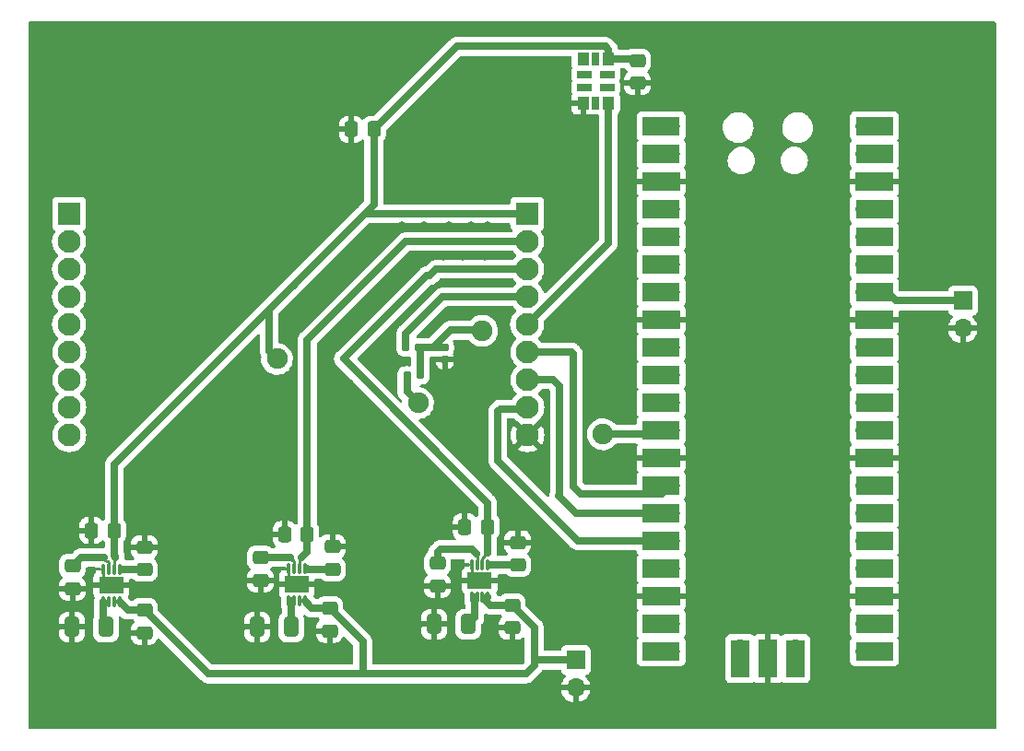
<source format=gbr>
%TF.GenerationSoftware,KiCad,Pcbnew,(6.0.9)*%
%TF.CreationDate,2023-11-09T09:29:14+01:00*%
%TF.ProjectId,LO_mother,4c4f5f6d-6f74-4686-9572-2e6b69636164,rev?*%
%TF.SameCoordinates,Original*%
%TF.FileFunction,Copper,L1,Top*%
%TF.FilePolarity,Positive*%
%FSLAX46Y46*%
G04 Gerber Fmt 4.6, Leading zero omitted, Abs format (unit mm)*
G04 Created by KiCad (PCBNEW (6.0.9)) date 2023-11-09 09:29:14*
%MOMM*%
%LPD*%
G01*
G04 APERTURE LIST*
G04 Aperture macros list*
%AMRoundRect*
0 Rectangle with rounded corners*
0 $1 Rounding radius*
0 $2 $3 $4 $5 $6 $7 $8 $9 X,Y pos of 4 corners*
0 Add a 4 corners polygon primitive as box body*
4,1,4,$2,$3,$4,$5,$6,$7,$8,$9,$2,$3,0*
0 Add four circle primitives for the rounded corners*
1,1,$1+$1,$2,$3*
1,1,$1+$1,$4,$5*
1,1,$1+$1,$6,$7*
1,1,$1+$1,$8,$9*
0 Add four rect primitives between the rounded corners*
20,1,$1+$1,$2,$3,$4,$5,0*
20,1,$1+$1,$4,$5,$6,$7,0*
20,1,$1+$1,$6,$7,$8,$9,0*
20,1,$1+$1,$8,$9,$2,$3,0*%
G04 Aperture macros list end*
%TA.AperFunction,SMDPad,CuDef*%
%ADD10RoundRect,0.250000X-0.475000X0.337500X-0.475000X-0.337500X0.475000X-0.337500X0.475000X0.337500X0*%
%TD*%
%TA.AperFunction,ComponentPad*%
%ADD11R,2.100000X2.100000*%
%TD*%
%TA.AperFunction,ComponentPad*%
%ADD12C,2.100000*%
%TD*%
%TA.AperFunction,SMDPad,CuDef*%
%ADD13RoundRect,0.250000X0.475000X-0.337500X0.475000X0.337500X-0.475000X0.337500X-0.475000X-0.337500X0*%
%TD*%
%TA.AperFunction,SMDPad,CuDef*%
%ADD14RoundRect,0.060000X0.090000X0.440000X-0.090000X0.440000X-0.090000X-0.440000X0.090000X-0.440000X0*%
%TD*%
%TA.AperFunction,SMDPad,CuDef*%
%ADD15R,2.240000X1.500000*%
%TD*%
%TA.AperFunction,SMDPad,CuDef*%
%ADD16RoundRect,0.250000X0.337500X0.475000X-0.337500X0.475000X-0.337500X-0.475000X0.337500X-0.475000X0*%
%TD*%
%TA.AperFunction,SMDPad,CuDef*%
%ADD17RoundRect,0.160000X-0.197500X-0.160000X0.197500X-0.160000X0.197500X0.160000X-0.197500X0.160000X0*%
%TD*%
%TA.AperFunction,SMDPad,CuDef*%
%ADD18R,1.050000X1.150000*%
%TD*%
%TA.AperFunction,SMDPad,CuDef*%
%ADD19R,1.350000X0.700000*%
%TD*%
%TA.AperFunction,SMDPad,CuDef*%
%ADD20R,0.700000X1.150000*%
%TD*%
%TA.AperFunction,SMDPad,CuDef*%
%ADD21RoundRect,0.155000X-0.155000X0.212500X-0.155000X-0.212500X0.155000X-0.212500X0.155000X0.212500X0*%
%TD*%
%TA.AperFunction,SMDPad,CuDef*%
%ADD22RoundRect,0.250000X0.412500X0.650000X-0.412500X0.650000X-0.412500X-0.650000X0.412500X-0.650000X0*%
%TD*%
%TA.AperFunction,SMDPad,CuDef*%
%ADD23RoundRect,0.160000X0.197500X0.160000X-0.197500X0.160000X-0.197500X-0.160000X0.197500X-0.160000X0*%
%TD*%
%TA.AperFunction,ComponentPad*%
%ADD24O,1.700000X1.700000*%
%TD*%
%TA.AperFunction,SMDPad,CuDef*%
%ADD25R,3.500000X1.700000*%
%TD*%
%TA.AperFunction,ComponentPad*%
%ADD26R,1.700000X1.700000*%
%TD*%
%TA.AperFunction,SMDPad,CuDef*%
%ADD27R,1.700000X3.500000*%
%TD*%
%TA.AperFunction,ViaPad*%
%ADD28C,0.800000*%
%TD*%
%TA.AperFunction,ViaPad*%
%ADD29C,1.900000*%
%TD*%
%TA.AperFunction,Conductor*%
%ADD30C,0.700000*%
%TD*%
%TA.AperFunction,Conductor*%
%ADD31C,0.250000*%
%TD*%
G04 APERTURE END LIST*
D10*
%TO.P,C3,1*%
%TO.N,/6V*%
X136906000Y-112572500D03*
%TO.P,C3,2*%
%TO.N,GND*%
X136906000Y-114647500D03*
%TD*%
D11*
%TO.P,J2,1,Pin_1*%
%TO.N,/3.3V_a*%
X155055000Y-76340000D03*
D12*
%TO.P,J2,2,Pin_2*%
%TO.N,/3.3V_d*%
X155055000Y-78880000D03*
%TO.P,J2,3,Pin_3*%
%TO.N,/5.0V*%
X155055000Y-81420000D03*
%TO.P,J2,4,Pin_4*%
%TO.N,/MUXOUT*%
X155055000Y-83960000D03*
%TO.P,J2,5,Pin_5*%
%TO.N,/REFIN_A*%
X155055000Y-86500000D03*
%TO.P,J2,6,Pin_6*%
%TO.N,/LE*%
X155080000Y-89040000D03*
%TO.P,J2,7,Pin_7*%
%TO.N,/DATA*%
X155080000Y-91580000D03*
%TO.P,J2,8,Pin_8*%
%TO.N,/CLK*%
X155080000Y-94120000D03*
%TO.P,J2,9,Pin_9*%
%TO.N,GND*%
X155080000Y-96665000D03*
%TD*%
D13*
%TO.P,C9,1*%
%TO.N,Net-(C9-Pad1)*%
X137160000Y-108987500D03*
%TO.P,C9,2*%
%TO.N,GND*%
X137160000Y-106912500D03*
%TD*%
D14*
%TO.P,U2,1,VREG*%
%TO.N,Net-(C7-Pad1)*%
X151447500Y-108571750D03*
%TO.P,U2,2,VOUT*%
%TO.N,/5.0V*%
X150947500Y-108571750D03*
%TO.P,U2,3,BYP*%
%TO.N,Net-(C5-Pad1)*%
X150447500Y-108571750D03*
%TO.P,U2,4,GND*%
%TO.N,GND*%
X149947500Y-108571750D03*
%TO.P,U2,5,REF_SENSE*%
%TO.N,Net-(C11-Pad1)*%
X149947500Y-111571750D03*
%TO.P,U2,6,REF*%
X150447500Y-111571750D03*
%TO.P,U2,7,EN*%
%TO.N,/6V*%
X150947500Y-111571750D03*
%TO.P,U2,8,VIN*%
X151447500Y-111571750D03*
D15*
%TO.P,U2,9,EP_GND*%
%TO.N,GND*%
X150697500Y-110041750D03*
%TD*%
D16*
%TO.P,C17,1*%
%TO.N,/3.3V_a*%
X140970000Y-68580000D03*
%TO.P,C17,2*%
%TO.N,GND*%
X138895000Y-68580000D03*
%TD*%
D17*
%TO.P,R1,1*%
%TO.N,/MUXOUT*%
X143912500Y-88592500D03*
%TO.P,R1,2*%
%TO.N,Net-(C16-Pad1)*%
X145107500Y-88592500D03*
%TD*%
D13*
%TO.P,C7,1*%
%TO.N,Net-(C7-Pad1)*%
X154178000Y-108597500D03*
%TO.P,C7,2*%
%TO.N,GND*%
X154178000Y-106522500D03*
%TD*%
D16*
%TO.P,C15,1*%
%TO.N,/3.3V_d*%
X134855000Y-105790000D03*
%TO.P,C15,2*%
%TO.N,GND*%
X132780000Y-105790000D03*
%TD*%
D11*
%TO.P,J3,1,Pin_1*%
%TO.N,unconnected-(J3-Pad1)*%
X112975000Y-76340000D03*
D12*
%TO.P,J3,2,Pin_2*%
%TO.N,unconnected-(J3-Pad2)*%
X112975000Y-78880000D03*
%TO.P,J3,3,Pin_3*%
%TO.N,unconnected-(J3-Pad3)*%
X112975000Y-81420000D03*
%TO.P,J3,4,Pin_4*%
%TO.N,unconnected-(J3-Pad4)*%
X112975000Y-83960000D03*
%TO.P,J3,5,Pin_5*%
%TO.N,unconnected-(J3-Pad5)*%
X112975000Y-86500000D03*
%TO.P,J3,6,Pin_6*%
%TO.N,unconnected-(J3-Pad6)*%
X113000000Y-89040000D03*
%TO.P,J3,7,Pin_7*%
%TO.N,unconnected-(J3-Pad7)*%
X113000000Y-91580000D03*
%TO.P,J3,8,Pin_8*%
%TO.N,unconnected-(J3-Pad8)*%
X113000000Y-94120000D03*
%TO.P,J3,9,Pin_9*%
%TO.N,unconnected-(J3-Pad9)*%
X113000000Y-96665000D03*
%TD*%
D18*
%TO.P,1,1,NC_1*%
%TO.N,unconnected-(1-Pad1)*%
X160185000Y-62085000D03*
D19*
%TO.P,1,2,NC_2*%
%TO.N,unconnected-(1-Pad2)*%
X160335000Y-63510000D03*
%TO.P,1,3,NC_3*%
%TO.N,unconnected-(1-Pad3)*%
X160335000Y-64710000D03*
D18*
%TO.P,1,4,GND*%
%TO.N,GND*%
X160185000Y-66135000D03*
D20*
%TO.P,1,5,NC_4*%
%TO.N,unconnected-(1-Pad5)*%
X161360000Y-66135000D03*
D18*
%TO.P,1,6,CLK*%
%TO.N,/REFIN_A*%
X162535000Y-66135000D03*
D19*
%TO.P,1,7,NC_5*%
%TO.N,unconnected-(1-Pad7)*%
X162385000Y-64710000D03*
%TO.P,1,8,NC_6*%
%TO.N,unconnected-(1-Pad8)*%
X162385000Y-63510000D03*
D18*
%TO.P,1,9,VDD*%
%TO.N,/3.3V_a*%
X162535000Y-62085000D03*
D20*
%TO.P,1,10,NC_7*%
%TO.N,unconnected-(1-Pad10)*%
X161360000Y-62085000D03*
%TD*%
D10*
%TO.P,C1,1*%
%TO.N,/6V*%
X153670000Y-112302500D03*
%TO.P,C1,2*%
%TO.N,GND*%
X153670000Y-114377500D03*
%TD*%
%TO.P,C5,1*%
%TO.N,Net-(C5-Pad1)*%
X146812000Y-108436500D03*
%TO.P,C5,2*%
%TO.N,GND*%
X146812000Y-110511500D03*
%TD*%
D21*
%TO.P,C16,1*%
%TO.N,Net-(C16-Pad1)*%
X147490000Y-88615000D03*
%TO.P,C16,2*%
%TO.N,GND*%
X147490000Y-89750000D03*
%TD*%
D22*
%TO.P,C11,1*%
%TO.N,Net-(C11-Pad1)*%
X149644500Y-114046000D03*
%TO.P,C11,2*%
%TO.N,GND*%
X146519500Y-114046000D03*
%TD*%
D16*
%TO.P,C14,1*%
%TO.N,/5.0V*%
X151405500Y-105080000D03*
%TO.P,C14,2*%
%TO.N,GND*%
X149330500Y-105080000D03*
%TD*%
%TO.P,C13,1*%
%TO.N,/3.3V_a*%
X117102500Y-105432500D03*
%TO.P,C13,2*%
%TO.N,GND*%
X115027500Y-105432500D03*
%TD*%
D10*
%TO.P,C2,1*%
%TO.N,/6V*%
X119888000Y-112745000D03*
%TO.P,C2,2*%
%TO.N,GND*%
X119888000Y-114820000D03*
%TD*%
D23*
%TO.P,R2,1*%
%TO.N,Net-(C16-Pad1)*%
X145207500Y-91182500D03*
%TO.P,R2,2*%
%TO.N,/3.3V_a*%
X144012500Y-91182500D03*
%TD*%
D22*
%TO.P,C10,1*%
%TO.N,Net-(C10-Pad1)*%
X116370500Y-114300000D03*
%TO.P,C10,2*%
%TO.N,GND*%
X113245500Y-114300000D03*
%TD*%
D10*
%TO.P,C18,1*%
%TO.N,/3.3V_a*%
X165190000Y-62252500D03*
%TO.P,C18,2*%
%TO.N,GND*%
X165190000Y-64327500D03*
%TD*%
D14*
%TO.P,U3,1,VREG*%
%TO.N,Net-(C9-Pad1)*%
X134637500Y-108931750D03*
%TO.P,U3,2,VOUT*%
%TO.N,/3.3V_d*%
X134137500Y-108931750D03*
%TO.P,U3,3,BYP*%
%TO.N,Net-(C6-Pad1)*%
X133637500Y-108931750D03*
%TO.P,U3,4,GND*%
%TO.N,GND*%
X133137500Y-108931750D03*
%TO.P,U3,5,REF_SENSE*%
%TO.N,Net-(C12-Pad1)*%
X133137500Y-111931750D03*
%TO.P,U3,6,REF*%
X133637500Y-111931750D03*
%TO.P,U3,7,EN*%
%TO.N,/6V*%
X134137500Y-111931750D03*
%TO.P,U3,8,VIN*%
X134637500Y-111931750D03*
D15*
%TO.P,U3,9,EP_GND*%
%TO.N,GND*%
X133887500Y-110401750D03*
%TD*%
D10*
%TO.P,C4,1*%
%TO.N,Net-(C4-Pad1)*%
X113284000Y-108690500D03*
%TO.P,C4,2*%
%TO.N,GND*%
X113284000Y-110765500D03*
%TD*%
D13*
%TO.P,C8,1*%
%TO.N,Net-(C8-Pad1)*%
X119888000Y-109040000D03*
%TO.P,C8,2*%
%TO.N,GND*%
X119888000Y-106965000D03*
%TD*%
D14*
%TO.P,U1,1,VREG*%
%TO.N,Net-(C8-Pad1)*%
X117597500Y-108984250D03*
%TO.P,U1,2,VOUT*%
%TO.N,/3.3V_a*%
X117097500Y-108984250D03*
%TO.P,U1,3,BYP*%
%TO.N,Net-(C4-Pad1)*%
X116597500Y-108984250D03*
%TO.P,U1,4,GND*%
%TO.N,GND*%
X116097500Y-108984250D03*
%TO.P,U1,5,REF_SENSE*%
%TO.N,Net-(C10-Pad1)*%
X116097500Y-111984250D03*
%TO.P,U1,6,REF*%
X116597500Y-111984250D03*
%TO.P,U1,7,EN*%
%TO.N,/6V*%
X117097500Y-111984250D03*
%TO.P,U1,8,VIN*%
X117597500Y-111984250D03*
D15*
%TO.P,U1,9,EP_GND*%
%TO.N,GND*%
X116847500Y-110454250D03*
%TD*%
D24*
%TO.P,U4,1,GPIO0*%
%TO.N,unconnected-(U4-Pad1)*%
X168270000Y-68275000D03*
D25*
X167370000Y-68275000D03*
%TO.P,U4,2,GPIO1*%
%TO.N,unconnected-(U4-Pad2)*%
X167370000Y-70815000D03*
D24*
X168270000Y-70815000D03*
D25*
%TO.P,U4,3,GND*%
%TO.N,GND*%
X167370000Y-73355000D03*
D26*
X168270000Y-73355000D03*
D24*
%TO.P,U4,4,GPIO2*%
%TO.N,unconnected-(U4-Pad4)*%
X168270000Y-75895000D03*
D25*
X167370000Y-75895000D03*
D24*
%TO.P,U4,5,GPIO3*%
%TO.N,unconnected-(U4-Pad5)*%
X168270000Y-78435000D03*
D25*
X167370000Y-78435000D03*
D24*
%TO.P,U4,6,GPIO4*%
%TO.N,unconnected-(U4-Pad6)*%
X168270000Y-80975000D03*
D25*
X167370000Y-80975000D03*
%TO.P,U4,7,GPIO5*%
%TO.N,unconnected-(U4-Pad7)*%
X167370000Y-83515000D03*
D24*
X168270000Y-83515000D03*
D26*
%TO.P,U4,8,GND*%
%TO.N,GND*%
X168270000Y-86055000D03*
D25*
X167370000Y-86055000D03*
%TO.P,U4,9,GPIO6*%
%TO.N,unconnected-(U4-Pad9)*%
X167370000Y-88595000D03*
D24*
X168270000Y-88595000D03*
D25*
%TO.P,U4,10,GPIO7*%
%TO.N,unconnected-(U4-Pad10)*%
X167370000Y-91135000D03*
D24*
X168270000Y-91135000D03*
D25*
%TO.P,U4,11,GPIO8*%
%TO.N,unconnected-(U4-Pad11)*%
X167370000Y-93675000D03*
D24*
X168270000Y-93675000D03*
D25*
%TO.P,U4,12,GPIO9*%
%TO.N,Net-(C16-Pad1)*%
X167370000Y-96215000D03*
D24*
X168270000Y-96215000D03*
D25*
%TO.P,U4,13,GND*%
%TO.N,GND*%
X167370000Y-98755000D03*
D26*
X168270000Y-98755000D03*
D25*
%TO.P,U4,14,GPIO10*%
%TO.N,/LE*%
X167370000Y-101295000D03*
D24*
X168270000Y-101295000D03*
%TO.P,U4,15,GPIO11*%
%TO.N,/DATA*%
X168270000Y-103835000D03*
D25*
X167370000Y-103835000D03*
D24*
%TO.P,U4,16,GPIO12*%
%TO.N,/CLK*%
X168270000Y-106375000D03*
D25*
X167370000Y-106375000D03*
%TO.P,U4,17,GPIO13*%
%TO.N,unconnected-(U4-Pad17)*%
X167370000Y-108915000D03*
D24*
X168270000Y-108915000D03*
D26*
%TO.P,U4,18,GND*%
%TO.N,GND*%
X168270000Y-111455000D03*
D25*
X167370000Y-111455000D03*
%TO.P,U4,19,GPIO14*%
%TO.N,unconnected-(U4-Pad19)*%
X167370000Y-113995000D03*
D24*
X168270000Y-113995000D03*
D25*
%TO.P,U4,20,GPIO15*%
%TO.N,unconnected-(U4-Pad20)*%
X167370000Y-116535000D03*
D24*
X168270000Y-116535000D03*
%TO.P,U4,21,GPIO16*%
%TO.N,unconnected-(U4-Pad21)*%
X186050000Y-116535000D03*
D25*
X186950000Y-116535000D03*
%TO.P,U4,22,GPIO17*%
%TO.N,unconnected-(U4-Pad22)*%
X186950000Y-113995000D03*
D24*
X186050000Y-113995000D03*
D25*
%TO.P,U4,23,GND*%
%TO.N,GND*%
X186950000Y-111455000D03*
D26*
X186050000Y-111455000D03*
D25*
%TO.P,U4,24,GPIO18*%
%TO.N,unconnected-(U4-Pad24)*%
X186950000Y-108915000D03*
D24*
X186050000Y-108915000D03*
D25*
%TO.P,U4,25,GPIO19*%
%TO.N,unconnected-(U4-Pad25)*%
X186950000Y-106375000D03*
D24*
X186050000Y-106375000D03*
%TO.P,U4,26,GPIO20*%
%TO.N,unconnected-(U4-Pad26)*%
X186050000Y-103835000D03*
D25*
X186950000Y-103835000D03*
%TO.P,U4,27,GPIO21*%
%TO.N,unconnected-(U4-Pad27)*%
X186950000Y-101295000D03*
D24*
X186050000Y-101295000D03*
D25*
%TO.P,U4,28,GND*%
%TO.N,GND*%
X186950000Y-98755000D03*
D26*
X186050000Y-98755000D03*
D24*
%TO.P,U4,29,GPIO22*%
%TO.N,unconnected-(U4-Pad29)*%
X186050000Y-96215000D03*
D25*
X186950000Y-96215000D03*
D24*
%TO.P,U4,30,RUN*%
%TO.N,unconnected-(U4-Pad30)*%
X186050000Y-93675000D03*
D25*
X186950000Y-93675000D03*
D24*
%TO.P,U4,31,GPIO26_ADC0*%
%TO.N,unconnected-(U4-Pad31)*%
X186050000Y-91135000D03*
D25*
X186950000Y-91135000D03*
D24*
%TO.P,U4,32,GPIO27_ADC1*%
%TO.N,unconnected-(U4-Pad32)*%
X186050000Y-88595000D03*
D25*
X186950000Y-88595000D03*
D26*
%TO.P,U4,33,AGND*%
%TO.N,GND*%
X186050000Y-86055000D03*
D25*
X186950000Y-86055000D03*
%TO.P,U4,34,GPIO28_ADC2*%
%TO.N,Net-(U4-Pad34)*%
X186950000Y-83515000D03*
D24*
X186050000Y-83515000D03*
%TO.P,U4,35,ADC_VREF*%
%TO.N,unconnected-(U4-Pad35)*%
X186050000Y-80975000D03*
D25*
X186950000Y-80975000D03*
%TO.P,U4,36,3V3*%
%TO.N,unconnected-(U4-Pad36)*%
X186950000Y-78435000D03*
D24*
X186050000Y-78435000D03*
%TO.P,U4,37,3V3_EN*%
%TO.N,unconnected-(U4-Pad37)*%
X186050000Y-75895000D03*
D25*
X186950000Y-75895000D03*
D26*
%TO.P,U4,38,GND*%
%TO.N,GND*%
X186050000Y-73355000D03*
D25*
X186950000Y-73355000D03*
D24*
%TO.P,U4,39,VSYS*%
%TO.N,unconnected-(U4-Pad39)*%
X186050000Y-70815000D03*
D25*
X186950000Y-70815000D03*
%TO.P,U4,40,VBUS*%
%TO.N,unconnected-(U4-Pad40)*%
X186950000Y-68275000D03*
D24*
X186050000Y-68275000D03*
%TO.P,U4,41,SWCLK*%
%TO.N,unconnected-(U4-Pad41)*%
X174620000Y-116305000D03*
D27*
X174620000Y-117205000D03*
%TO.P,U4,42,GND*%
%TO.N,GND*%
X177160000Y-117205000D03*
D26*
X177160000Y-116305000D03*
D27*
%TO.P,U4,43,SWDIO*%
%TO.N,unconnected-(U4-Pad43)*%
X179700000Y-117205000D03*
D24*
X179700000Y-116305000D03*
%TD*%
D26*
%TO.P,U5,1,Pin_1*%
%TO.N,Net-(U4-Pad34)*%
X195072000Y-84328000D03*
D24*
%TO.P,U5,2,Pin_2*%
%TO.N,GND*%
X195072000Y-86868000D03*
%TD*%
D26*
%TO.P,J1,1,Pin_1*%
%TO.N,/6V*%
X159512000Y-117348000D03*
D24*
%TO.P,J1,2,Pin_2*%
%TO.N,GND*%
X159512000Y-119888000D03*
%TD*%
D10*
%TO.P,C6,1*%
%TO.N,Net-(C6-Pad1)*%
X130556000Y-107928500D03*
%TO.P,C6,2*%
%TO.N,GND*%
X130556000Y-110003500D03*
%TD*%
D22*
%TO.P,C12,1*%
%TO.N,Net-(C12-Pad1)*%
X133388500Y-114300000D03*
%TO.P,C12,2*%
%TO.N,GND*%
X130263500Y-114300000D03*
%TD*%
D28*
%TO.N,GND*%
X111740000Y-104980000D03*
X114200000Y-99540000D03*
X114150000Y-101690000D03*
X111480000Y-107260000D03*
X113030000Y-106100000D03*
X113710000Y-103870000D03*
X152890000Y-110460000D03*
X148410000Y-112040000D03*
X143120000Y-112410000D03*
X141490000Y-110740000D03*
X143430000Y-109500000D03*
X141370000Y-108290000D03*
X144560000Y-107590000D03*
X142580000Y-106430000D03*
X142540000Y-102580000D03*
X141140000Y-100790000D03*
X131040000Y-97470000D03*
X131010000Y-93840000D03*
X129610000Y-95680000D03*
X144150000Y-104600000D03*
X145630000Y-103070000D03*
X144460000Y-101440000D03*
X142800000Y-99810000D03*
X141070000Y-98280000D03*
X140940000Y-104700000D03*
X139540000Y-102790000D03*
X138710000Y-100820000D03*
X138730000Y-98250000D03*
X146304000Y-61214000D03*
X128524000Y-78740000D03*
X148590000Y-120650000D03*
X122428000Y-90678000D03*
X147574000Y-93980000D03*
X149606000Y-69088000D03*
X163830000Y-80264000D03*
X149606000Y-99060000D03*
X144526000Y-98298000D03*
X124714000Y-115316000D03*
X137414000Y-87884000D03*
X141986000Y-120650000D03*
X149352000Y-95758000D03*
X143510000Y-71628000D03*
X149098000Y-74168000D03*
X151384000Y-100838000D03*
X138938000Y-80772000D03*
X154686000Y-110490000D03*
X141986000Y-88392000D03*
X123444000Y-119126000D03*
X118872000Y-101854000D03*
X151892000Y-74168000D03*
X136398000Y-83058000D03*
X156972000Y-113284000D03*
X148082000Y-64516000D03*
X161544000Y-59436000D03*
X158242000Y-59436000D03*
X120650000Y-92202000D03*
X157988000Y-79502000D03*
X139192000Y-109220000D03*
X161036000Y-68326000D03*
X141224000Y-114554000D03*
X149860000Y-77470000D03*
X115316000Y-103378000D03*
X141478000Y-78232000D03*
X115824000Y-97790000D03*
X151892000Y-71882000D03*
X160528000Y-109728000D03*
X129794000Y-83820000D03*
X129540000Y-112014000D03*
X159512000Y-76200000D03*
X154940000Y-65786000D03*
X137922000Y-76454000D03*
X116332000Y-116840000D03*
X159766000Y-84328000D03*
X162560000Y-109728000D03*
X141732000Y-90932000D03*
X159512000Y-71374000D03*
X153162000Y-120650000D03*
X162814000Y-90678000D03*
X154940000Y-73914000D03*
X117602000Y-91694000D03*
X134874000Y-76200000D03*
X138938000Y-86360000D03*
X139954000Y-113030000D03*
X130810000Y-116840000D03*
X130556000Y-105664000D03*
X133096000Y-102108000D03*
X152654000Y-90424000D03*
X161036000Y-76200000D03*
X129032000Y-93472000D03*
X156464000Y-109728000D03*
X132080000Y-120650000D03*
X137160000Y-120650000D03*
X147574000Y-104140000D03*
X157988000Y-77978000D03*
X145288000Y-112014000D03*
X154432000Y-71374000D03*
X136652000Y-71374000D03*
X140462000Y-84836000D03*
X140462000Y-89662000D03*
X159004000Y-87376000D03*
X137922000Y-116840000D03*
X161036000Y-77978000D03*
X115570000Y-93218000D03*
X128524000Y-116840000D03*
X130556000Y-91440000D03*
X159004000Y-107950000D03*
X123190000Y-105664000D03*
X161036000Y-73152000D03*
X160528000Y-88392000D03*
X146050000Y-116586000D03*
X141224000Y-96012000D03*
X132842000Y-97536000D03*
X143510000Y-74168000D03*
X161036000Y-71374000D03*
X144018000Y-116586000D03*
X140208000Y-79502000D03*
X120904000Y-116586000D03*
X126746000Y-80772000D03*
X152146000Y-67564000D03*
X124968000Y-85598000D03*
X149860000Y-59436000D03*
X163068000Y-59436000D03*
X143002000Y-96774000D03*
X164338000Y-69088000D03*
X147828000Y-101600000D03*
X147828000Y-59690000D03*
X138684000Y-96012000D03*
X161036000Y-113792000D03*
X129794000Y-88900000D03*
X133096000Y-87122000D03*
X158750000Y-113792000D03*
X145288000Y-80264000D03*
X132842000Y-95504000D03*
X125984000Y-87630000D03*
X160782000Y-107950000D03*
X121666000Y-97282000D03*
X138684000Y-91948000D03*
X159512000Y-74676000D03*
X122174000Y-117856000D03*
X136398000Y-100838000D03*
X123190000Y-87122000D03*
X118110000Y-115824000D03*
X159512000Y-69850000D03*
X152654000Y-92456000D03*
X146304000Y-100076000D03*
X123190000Y-98806000D03*
X152146000Y-116586000D03*
X157226000Y-107950000D03*
X134620000Y-120650000D03*
X150114000Y-116586000D03*
X136652000Y-91948000D03*
X151130000Y-120904000D03*
X156972000Y-119380000D03*
X119380000Y-87122000D03*
X161036000Y-69850000D03*
X159766000Y-111760000D03*
X131318000Y-103632000D03*
X128016000Y-85852000D03*
X122682000Y-108458000D03*
X157226000Y-67056000D03*
X159512000Y-73152000D03*
X136398000Y-96012000D03*
X116586000Y-95250000D03*
X162814000Y-92964000D03*
X157226000Y-115062000D03*
X128524000Y-90424000D03*
X140462000Y-66802000D03*
X115316000Y-90170000D03*
X119888000Y-99314000D03*
X129540000Y-120650000D03*
X148082000Y-85344000D03*
X121920000Y-100838000D03*
X132842000Y-93218000D03*
X146558000Y-95758000D03*
X138430000Y-111252000D03*
X124968000Y-93980000D03*
X150114000Y-65532000D03*
X156210000Y-59436000D03*
X130302000Y-99822000D03*
X127000000Y-92202000D03*
X157988000Y-81280000D03*
X141986000Y-116586000D03*
X149860000Y-62738000D03*
X135636000Y-116840000D03*
X119126000Y-104140000D03*
X133858000Y-80264000D03*
X156972000Y-72390000D03*
X148590000Y-67056000D03*
X146304000Y-71374000D03*
X127000000Y-83820000D03*
X111760000Y-112268000D03*
X162052000Y-84582000D03*
X136652000Y-89916000D03*
X155448000Y-120650000D03*
X121666000Y-103378000D03*
X124714000Y-82550000D03*
X152654000Y-65024000D03*
X127000000Y-95504000D03*
X126238000Y-116840000D03*
X149098000Y-71374000D03*
X130810000Y-80010000D03*
X133858000Y-85598000D03*
X149606000Y-93980000D03*
X145796000Y-105918000D03*
X144780000Y-62738000D03*
X118618000Y-93726000D03*
X121666000Y-110744000D03*
X139192000Y-74168000D03*
X157226000Y-64516000D03*
X164084000Y-77724000D03*
X155702000Y-62738000D03*
X158496000Y-109728000D03*
X123444000Y-95758000D03*
X162052000Y-87122000D03*
X160020000Y-59436000D03*
X151130000Y-80264000D03*
X132842000Y-78232000D03*
X152146000Y-59436000D03*
X145796000Y-66548000D03*
X117348000Y-88646000D03*
X135128000Y-84328000D03*
X143256000Y-64516000D03*
X132842000Y-99822000D03*
X119380000Y-110998000D03*
X157480000Y-86614000D03*
X136398000Y-103124000D03*
X161036000Y-74676000D03*
X121158000Y-85598000D03*
X159512000Y-77978000D03*
X125476000Y-120396000D03*
X143510000Y-77470000D03*
X149606000Y-91948000D03*
X155194000Y-69088000D03*
X135890000Y-78232000D03*
X137922000Y-104394000D03*
X160528000Y-86106000D03*
X155702000Y-112014000D03*
X146304000Y-68580000D03*
X164084000Y-72390000D03*
X163830000Y-74930000D03*
X121412000Y-88646000D03*
X149098000Y-80264000D03*
X154686000Y-59436000D03*
X136906000Y-74422000D03*
X159512000Y-79502000D03*
X128270000Y-97790000D03*
X161036000Y-83312000D03*
X143510000Y-68834000D03*
X146050000Y-120650000D03*
X137668000Y-82042000D03*
X152146000Y-85344000D03*
X141986000Y-83312000D03*
X145542000Y-77470000D03*
X157226000Y-69596000D03*
X162306000Y-82042000D03*
X160782000Y-92964000D03*
X147828000Y-116586000D03*
X134620000Y-73152000D03*
X121920000Y-112522000D03*
X122936000Y-84074000D03*
X146304000Y-74168000D03*
X143510000Y-81788000D03*
X127762000Y-120396000D03*
X164592000Y-60198000D03*
X147320000Y-80264000D03*
X119634000Y-90170000D03*
X153416000Y-103886000D03*
X152400000Y-69596000D03*
X123190000Y-113792000D03*
X124206000Y-89154000D03*
X136398000Y-98298000D03*
X144018000Y-120650000D03*
X131826000Y-82042000D03*
X158750000Y-85344000D03*
X141732000Y-65786000D03*
X152654000Y-88646000D03*
X139446000Y-106680000D03*
X125222000Y-97282000D03*
X128778000Y-81788000D03*
X147828000Y-77470000D03*
X139700000Y-120650000D03*
X157734000Y-111760000D03*
X152908000Y-62738000D03*
X147320000Y-91948000D03*
X132588000Y-75184000D03*
X159512000Y-68326000D03*
X162306000Y-111760000D03*
X133096000Y-116840000D03*
X115824000Y-100584000D03*
X162814000Y-107950000D03*
X162814000Y-88646000D03*
X130556000Y-76962000D03*
X155702000Y-104902000D03*
X151384000Y-77470000D03*
X160782000Y-90678000D03*
X148336000Y-97536000D03*
D29*
%TO.N,/3.3V_a*%
X132080000Y-89662000D03*
X145034000Y-93726000D03*
%TO.N,Net-(C16-Pad1)*%
X150920000Y-87078000D03*
X162020000Y-96590000D03*
%TD*%
D30*
%TO.N,/6V*%
X151147500Y-111777500D02*
X151147500Y-111760000D01*
X119888000Y-112745000D02*
X118358250Y-112745000D01*
X151672500Y-112302500D02*
X151147500Y-111777500D01*
X118358250Y-112745000D02*
X117597500Y-111984250D01*
X125762000Y-118619000D02*
X119888000Y-112745000D01*
X151147500Y-111760000D02*
X151335750Y-111571750D01*
X139955000Y-118619000D02*
X154939000Y-118619000D01*
X135278250Y-112572500D02*
X134637500Y-111931750D01*
D31*
X117097500Y-111984250D02*
X117597500Y-111984250D01*
X150947500Y-111571750D02*
X151447500Y-111571750D01*
D30*
X136906000Y-112572500D02*
X135278250Y-112572500D01*
X155702000Y-117856000D02*
X155702000Y-117348000D01*
X154939000Y-118619000D02*
X155702000Y-117856000D01*
X153670000Y-112302500D02*
X151672500Y-112302500D01*
X139955000Y-118619000D02*
X125762000Y-118619000D01*
X155702000Y-117348000D02*
X155702000Y-114334500D01*
X159512000Y-117348000D02*
X155702000Y-117348000D01*
X155702000Y-114334500D02*
X153670000Y-112302500D01*
X151335750Y-111571750D02*
X151447500Y-111571750D01*
D31*
X134137500Y-111931750D02*
X134637500Y-111931750D01*
D30*
X139955000Y-118619000D02*
X139955000Y-115621500D01*
X139955000Y-115621500D02*
X136906000Y-112572500D01*
D31*
%TO.N,GND*%
X116097500Y-108984250D02*
X116097500Y-109704250D01*
X149947500Y-108571750D02*
X149947500Y-109291750D01*
X149947500Y-109291750D02*
X150697500Y-110041750D01*
X116097500Y-109704250D02*
X116847500Y-110454250D01*
X133137500Y-108931750D02*
X133137500Y-109651750D01*
X133137500Y-109651750D02*
X133887500Y-110401750D01*
D30*
X115027500Y-105432500D02*
X115152500Y-105432500D01*
D31*
%TO.N,Net-(C4-Pad1)*%
X116346972Y-108159250D02*
X116230000Y-108159250D01*
X116512500Y-108219250D02*
X116406972Y-108219250D01*
D30*
X113284000Y-108690500D02*
X114040250Y-107934250D01*
D31*
X116597500Y-108984250D02*
X116597500Y-108304250D01*
X116597500Y-108304250D02*
X116512500Y-108219250D01*
D30*
X114040250Y-107934250D02*
X116230000Y-107934250D01*
D31*
X116597500Y-108545000D02*
X116572500Y-108520000D01*
X116406972Y-108219250D02*
X116346972Y-108159250D01*
X116597500Y-108984250D02*
X116597500Y-108545000D01*
D30*
%TO.N,Net-(C5-Pad1)*%
X147066000Y-107188000D02*
X149974250Y-107188000D01*
X146812000Y-108436500D02*
X146812000Y-107442000D01*
D31*
X150447500Y-108571750D02*
X150447500Y-107661250D01*
X150447500Y-107661250D02*
X150368000Y-107581750D01*
D30*
X146812000Y-107442000D02*
X147066000Y-107188000D01*
X149974250Y-107188000D02*
X150368000Y-107581750D01*
%TO.N,Net-(C6-Pad1)*%
X130556000Y-107928500D02*
X130602750Y-107881750D01*
D31*
X133637500Y-108289000D02*
X133552500Y-108204000D01*
X133552500Y-108204000D02*
X133484222Y-108204000D01*
D30*
X130602750Y-107881750D02*
X133300170Y-107881750D01*
D31*
X133637500Y-108931750D02*
X133637500Y-108289000D01*
X133484222Y-108204000D02*
X133417111Y-108136889D01*
%TO.N,Net-(C7-Pad1)*%
X151778250Y-108571750D02*
X151892000Y-108458000D01*
D30*
X154178000Y-108597500D02*
X151804000Y-108597500D01*
D31*
X151447500Y-108571750D02*
X151778250Y-108571750D01*
D30*
X151804000Y-108597500D02*
X151778250Y-108571750D01*
%TO.N,Net-(C8-Pad1)*%
X117890000Y-108970000D02*
X117797500Y-108970000D01*
X119888000Y-109040000D02*
X117960000Y-109040000D01*
X117960000Y-109040000D02*
X117890000Y-108970000D01*
X117797500Y-108970000D02*
X117797500Y-108984250D01*
%TO.N,Net-(C9-Pad1)*%
X137160000Y-108987500D02*
X134837500Y-108987500D01*
X134837500Y-108987500D02*
X134837500Y-108931750D01*
D31*
%TO.N,Net-(C10-Pad1)*%
X116597500Y-111984250D02*
X116097500Y-111984250D01*
D30*
X116097500Y-114027000D02*
X116097500Y-111984250D01*
X116370500Y-114300000D02*
X116097500Y-114027000D01*
%TO.N,Net-(C11-Pad1)*%
X150247500Y-113443000D02*
X150247500Y-111571750D01*
D31*
X149947500Y-111571750D02*
X150447500Y-111571750D01*
D30*
X149644500Y-114046000D02*
X150247500Y-113443000D01*
D31*
%TO.N,Net-(C12-Pad1)*%
X133432250Y-111931750D02*
X133637500Y-111931750D01*
D30*
X133388500Y-112052500D02*
X133350000Y-112014000D01*
X133350000Y-112014000D02*
X133432250Y-111931750D01*
X133388500Y-114300000D02*
X133388500Y-112052500D01*
D31*
X133137500Y-111931750D02*
X133432250Y-111931750D01*
D30*
%TO.N,/3.3V_a*%
X133597500Y-82892500D02*
X133395000Y-83095000D01*
X148590000Y-60960000D02*
X140970000Y-68580000D01*
X165022500Y-62085000D02*
X165190000Y-62252500D01*
D31*
X117097500Y-108984250D02*
X117097500Y-108041750D01*
D30*
X131359000Y-85131000D02*
X133395000Y-83095000D01*
X162535000Y-62085000D02*
X162535000Y-61235000D01*
X140150000Y-76340000D02*
X155055000Y-76340000D01*
X117220000Y-107919250D02*
X117193547Y-107945703D01*
X117102500Y-105432500D02*
X117102500Y-107702500D01*
X132080000Y-89662000D02*
X131359000Y-88941000D01*
X140970000Y-75520000D02*
X140150000Y-76340000D01*
X144012500Y-92704500D02*
X145034000Y-93726000D01*
X117102500Y-107702500D02*
X117220000Y-107820000D01*
X133395000Y-83095000D02*
X140150000Y-76340000D01*
X117220000Y-107820000D02*
X117220000Y-107919250D01*
X162260000Y-60960000D02*
X148590000Y-60960000D01*
X131359000Y-88941000D02*
X131359000Y-85131000D01*
X144012500Y-91182500D02*
X144012500Y-92704500D01*
X162535000Y-61235000D02*
X162260000Y-60960000D01*
X140970000Y-68580000D02*
X140970000Y-75520000D01*
X162535000Y-62085000D02*
X165022500Y-62085000D01*
X117102500Y-105432500D02*
X117102500Y-99387500D01*
X117102500Y-99387500D02*
X131359000Y-85131000D01*
%TO.N,/5.0V*%
X151384000Y-107485000D02*
X151384000Y-107521750D01*
X151405500Y-102891500D02*
X138176000Y-89662000D01*
X146672000Y-81420000D02*
X155055000Y-81420000D01*
X151405500Y-105080000D02*
X151405500Y-102891500D01*
X151405500Y-107463500D02*
X151384000Y-107485000D01*
D31*
X150947500Y-108571750D02*
X150947500Y-107956844D01*
D30*
X151405500Y-105080000D02*
X151405500Y-107463500D01*
X146050000Y-82042000D02*
X146672000Y-81420000D01*
X138176000Y-89662000D02*
X145796000Y-82042000D01*
D31*
X151130000Y-107774344D02*
X151130000Y-107696000D01*
D30*
X145796000Y-82042000D02*
X146050000Y-82042000D01*
D31*
X150947500Y-107956844D02*
X151130000Y-107774344D01*
D30*
%TO.N,/3.3V_d*%
X143878000Y-78880000D02*
X155055000Y-78880000D01*
X134855000Y-87903000D02*
X143878000Y-78880000D01*
X134855000Y-105790000D02*
X134855000Y-107392750D01*
X134855000Y-107392750D02*
X134331875Y-107915875D01*
X134855000Y-105790000D02*
X134855000Y-87903000D01*
D31*
X134137500Y-108110250D02*
X134366000Y-107881750D01*
X134137500Y-108931750D02*
X134137500Y-108110250D01*
D30*
%TO.N,Net-(C16-Pad1)*%
X147467500Y-88592500D02*
X147490000Y-88615000D01*
X162020000Y-96590000D02*
X167895000Y-96590000D01*
X147990000Y-87030000D02*
X150920000Y-87030000D01*
X145207500Y-91182500D02*
X145207500Y-88692500D01*
X146427500Y-88592500D02*
X147467500Y-88592500D01*
X167895000Y-96590000D02*
X168270000Y-96215000D01*
X145207500Y-88692500D02*
X145107500Y-88592500D01*
X145107500Y-88592500D02*
X146427500Y-88592500D01*
X146427500Y-88592500D02*
X147990000Y-87030000D01*
%TO.N,/MUXOUT*%
X143912500Y-87327500D02*
X143912500Y-88592500D01*
X147280000Y-83960000D02*
X143912500Y-87327500D01*
X155055000Y-83960000D02*
X147280000Y-83960000D01*
%TO.N,/REFIN_A*%
X162535000Y-79020000D02*
X155055000Y-86500000D01*
X162535000Y-66135000D02*
X162535000Y-79020000D01*
%TO.N,/LE*%
X160010000Y-102110000D02*
X159300000Y-101400000D01*
X159300000Y-89200000D02*
X159140000Y-89040000D01*
X159140000Y-89040000D02*
X155080000Y-89040000D01*
X168270000Y-101295000D02*
X167455000Y-102110000D01*
X159300000Y-101400000D02*
X159300000Y-89200000D01*
X167455000Y-102110000D02*
X160010000Y-102110000D01*
%TO.N,/DATA*%
X158000000Y-102170000D02*
X157950000Y-102220000D01*
X159565000Y-103835000D02*
X168270000Y-103835000D01*
X158000000Y-92180000D02*
X158000000Y-102170000D01*
X155080000Y-91580000D02*
X157400000Y-91580000D01*
X157950000Y-102220000D02*
X159565000Y-103835000D01*
X157400000Y-91580000D02*
X158000000Y-92180000D01*
%TO.N,/CLK*%
X152570000Y-94250000D02*
X152360000Y-94460000D01*
X152360000Y-99020000D02*
X159715000Y-106375000D01*
X154950000Y-94250000D02*
X152570000Y-94250000D01*
X155080000Y-94120000D02*
X154950000Y-94250000D01*
X152360000Y-94460000D02*
X152360000Y-99020000D01*
X159715000Y-106375000D02*
X168270000Y-106375000D01*
%TO.N,Net-(U4-Pad34)*%
X195072000Y-84328000D02*
X188923000Y-84328000D01*
X188923000Y-84328000D02*
X188110000Y-83515000D01*
X188110000Y-83515000D02*
X186050000Y-83515000D01*
%TD*%
%TA.AperFunction,Conductor*%
%TO.N,GND*%
G36*
X198061621Y-58694502D02*
G01*
X198108114Y-58748158D01*
X198119500Y-58800500D01*
X198119500Y-123571500D01*
X198099498Y-123639621D01*
X198045842Y-123686114D01*
X197993500Y-123697500D01*
X109346500Y-123697500D01*
X109278379Y-123677498D01*
X109231886Y-123623842D01*
X109220500Y-123571500D01*
X109220500Y-120155966D01*
X158180257Y-120155966D01*
X158210565Y-120290446D01*
X158213645Y-120300275D01*
X158293770Y-120497603D01*
X158298413Y-120506794D01*
X158409694Y-120688388D01*
X158415777Y-120696699D01*
X158555213Y-120857667D01*
X158562580Y-120864883D01*
X158726434Y-121000916D01*
X158734881Y-121006831D01*
X158918756Y-121114279D01*
X158928042Y-121118729D01*
X159127001Y-121194703D01*
X159136899Y-121197579D01*
X159240250Y-121218606D01*
X159254299Y-121217410D01*
X159258000Y-121207065D01*
X159258000Y-121206517D01*
X159766000Y-121206517D01*
X159770064Y-121220359D01*
X159783478Y-121222393D01*
X159790184Y-121221534D01*
X159800262Y-121219392D01*
X160004255Y-121158191D01*
X160013842Y-121154433D01*
X160205095Y-121060739D01*
X160213945Y-121055464D01*
X160387328Y-120931792D01*
X160395200Y-120925139D01*
X160546052Y-120774812D01*
X160552730Y-120766965D01*
X160677003Y-120594020D01*
X160682313Y-120585183D01*
X160776670Y-120394267D01*
X160780469Y-120384672D01*
X160842377Y-120180910D01*
X160844555Y-120170837D01*
X160845986Y-120159962D01*
X160843775Y-120145778D01*
X160830617Y-120142000D01*
X159784115Y-120142000D01*
X159768876Y-120146475D01*
X159767671Y-120147865D01*
X159766000Y-120155548D01*
X159766000Y-121206517D01*
X159258000Y-121206517D01*
X159258000Y-120160115D01*
X159253525Y-120144876D01*
X159252135Y-120143671D01*
X159244452Y-120142000D01*
X158195225Y-120142000D01*
X158181694Y-120145973D01*
X158180257Y-120155966D01*
X109220500Y-120155966D01*
X109220500Y-114997095D01*
X112075001Y-114997095D01*
X112075338Y-115003614D01*
X112085257Y-115099206D01*
X112088149Y-115112600D01*
X112139588Y-115266784D01*
X112145761Y-115279962D01*
X112231063Y-115417807D01*
X112240099Y-115429208D01*
X112354829Y-115543739D01*
X112366240Y-115552751D01*
X112504243Y-115637816D01*
X112517424Y-115643963D01*
X112671710Y-115695138D01*
X112685086Y-115698005D01*
X112779438Y-115707672D01*
X112785854Y-115708000D01*
X112973385Y-115708000D01*
X112988624Y-115703525D01*
X112989829Y-115702135D01*
X112991500Y-115694452D01*
X112991500Y-115689884D01*
X113499500Y-115689884D01*
X113503975Y-115705123D01*
X113505365Y-115706328D01*
X113513048Y-115707999D01*
X113705095Y-115707999D01*
X113711614Y-115707662D01*
X113807206Y-115697743D01*
X113820600Y-115694851D01*
X113974784Y-115643412D01*
X113987962Y-115637239D01*
X114125807Y-115551937D01*
X114137208Y-115542901D01*
X114251739Y-115428171D01*
X114260751Y-115416760D01*
X114345816Y-115278757D01*
X114351963Y-115265576D01*
X114403138Y-115111290D01*
X114406005Y-115097914D01*
X114415672Y-115003562D01*
X114415834Y-115000400D01*
X115199500Y-115000400D01*
X115199837Y-115003646D01*
X115199837Y-115003650D01*
X115209752Y-115099206D01*
X115210474Y-115106166D01*
X115212655Y-115112702D01*
X115212655Y-115112704D01*
X115247352Y-115216703D01*
X115266450Y-115273946D01*
X115359522Y-115424348D01*
X115484697Y-115549305D01*
X115490927Y-115553145D01*
X115490928Y-115553146D01*
X115628288Y-115637816D01*
X115635262Y-115642115D01*
X115697897Y-115662890D01*
X115796611Y-115695632D01*
X115796613Y-115695632D01*
X115803139Y-115697797D01*
X115809975Y-115698497D01*
X115809978Y-115698498D01*
X115853031Y-115702909D01*
X115907600Y-115708500D01*
X116833400Y-115708500D01*
X116836646Y-115708163D01*
X116836650Y-115708163D01*
X116932308Y-115698238D01*
X116932312Y-115698237D01*
X116939166Y-115697526D01*
X116945702Y-115695345D01*
X116945704Y-115695345D01*
X117077806Y-115651272D01*
X117106946Y-115641550D01*
X117257348Y-115548478D01*
X117382305Y-115423303D01*
X117391484Y-115408412D01*
X117471275Y-115278968D01*
X117471276Y-115278966D01*
X117475115Y-115272738D01*
X117497717Y-115204595D01*
X118655001Y-115204595D01*
X118655338Y-115211114D01*
X118665257Y-115306706D01*
X118668149Y-115320100D01*
X118719588Y-115474284D01*
X118725761Y-115487462D01*
X118811063Y-115625307D01*
X118820099Y-115636708D01*
X118934829Y-115751239D01*
X118946240Y-115760251D01*
X119084243Y-115845316D01*
X119097424Y-115851463D01*
X119251710Y-115902638D01*
X119265086Y-115905505D01*
X119359438Y-115915172D01*
X119365854Y-115915500D01*
X119615885Y-115915500D01*
X119631124Y-115911025D01*
X119632329Y-115909635D01*
X119634000Y-115901952D01*
X119634000Y-115092115D01*
X119629525Y-115076876D01*
X119628135Y-115075671D01*
X119620452Y-115074000D01*
X118673116Y-115074000D01*
X118657877Y-115078475D01*
X118656672Y-115079865D01*
X118655001Y-115087548D01*
X118655001Y-115204595D01*
X117497717Y-115204595D01*
X117530797Y-115104861D01*
X117532142Y-115091739D01*
X117537585Y-115038614D01*
X117541500Y-115000400D01*
X117541500Y-113599600D01*
X117536604Y-113552414D01*
X117531238Y-113500692D01*
X117531237Y-113500688D01*
X117530526Y-113493834D01*
X117528345Y-113487296D01*
X117528345Y-113487295D01*
X117518559Y-113457964D01*
X117515975Y-113387014D01*
X117552159Y-113325930D01*
X117615623Y-113294106D01*
X117686218Y-113301645D01*
X117734321Y-113336761D01*
X117758310Y-113365149D01*
X117758317Y-113365156D01*
X117762721Y-113370367D01*
X117768145Y-113374514D01*
X117768146Y-113374515D01*
X117827212Y-113419674D01*
X117829629Y-113421568D01*
X117892988Y-113472510D01*
X117899107Y-113475547D01*
X117901902Y-113477335D01*
X117902263Y-113477588D01*
X117902630Y-113477790D01*
X117905488Y-113479521D01*
X117910902Y-113483660D01*
X117984512Y-113517985D01*
X117987283Y-113519319D01*
X118060064Y-113555447D01*
X118066685Y-113557098D01*
X118069813Y-113558249D01*
X118070206Y-113558413D01*
X118070611Y-113558532D01*
X118073775Y-113559609D01*
X118079954Y-113562490D01*
X118153748Y-113578985D01*
X118159252Y-113580215D01*
X118162248Y-113580924D01*
X118224471Y-113596438D01*
X118241051Y-113600572D01*
X118247872Y-113600763D01*
X118251175Y-113601215D01*
X118252059Y-113601374D01*
X118256942Y-113602052D01*
X118261990Y-113603180D01*
X118267713Y-113603500D01*
X118344094Y-113603500D01*
X118347613Y-113603549D01*
X118427507Y-113605781D01*
X118434211Y-113604502D01*
X118441012Y-113603955D01*
X118441054Y-113604475D01*
X118451375Y-113603500D01*
X118809128Y-113603500D01*
X118877249Y-113623502D01*
X118898145Y-113640326D01*
X118899820Y-113641998D01*
X118939697Y-113681805D01*
X118944235Y-113684602D01*
X118984824Y-113741853D01*
X118988054Y-113812776D01*
X118952428Y-113874187D01*
X118943932Y-113881562D01*
X118933793Y-113889598D01*
X118819261Y-114004329D01*
X118810249Y-114015740D01*
X118725184Y-114153743D01*
X118719037Y-114166924D01*
X118667862Y-114321210D01*
X118664995Y-114334586D01*
X118655328Y-114428938D01*
X118655000Y-114435355D01*
X118655000Y-114547885D01*
X118659475Y-114563124D01*
X118660865Y-114564329D01*
X118668548Y-114566000D01*
X120016000Y-114566000D01*
X120084121Y-114586002D01*
X120130614Y-114639658D01*
X120142000Y-114692000D01*
X120142000Y-115897384D01*
X120146475Y-115912623D01*
X120147865Y-115913828D01*
X120155548Y-115915499D01*
X120410095Y-115915499D01*
X120416614Y-115915162D01*
X120512206Y-115905243D01*
X120525600Y-115902351D01*
X120679784Y-115850912D01*
X120692962Y-115844739D01*
X120830807Y-115759437D01*
X120842208Y-115750401D01*
X120956739Y-115635671D01*
X120965751Y-115624260D01*
X121050816Y-115486257D01*
X121056964Y-115473074D01*
X121078606Y-115407824D01*
X121119036Y-115349464D01*
X121184600Y-115322227D01*
X121254482Y-115334760D01*
X121287294Y-115358396D01*
X125125674Y-119196776D01*
X125132816Y-119204542D01*
X125166471Y-119244367D01*
X125171890Y-119248510D01*
X125171892Y-119248512D01*
X125231008Y-119293710D01*
X125233429Y-119295609D01*
X125278764Y-119332058D01*
X125296738Y-119346509D01*
X125302850Y-119349543D01*
X125305644Y-119351330D01*
X125306004Y-119351582D01*
X125306373Y-119351785D01*
X125309234Y-119353517D01*
X125314652Y-119357660D01*
X125320835Y-119360543D01*
X125320838Y-119360545D01*
X125388268Y-119391989D01*
X125391041Y-119393323D01*
X125457700Y-119426413D01*
X125457704Y-119426415D01*
X125463813Y-119429447D01*
X125470432Y-119431097D01*
X125473568Y-119432251D01*
X125473957Y-119432413D01*
X125474379Y-119432537D01*
X125477519Y-119433606D01*
X125483704Y-119436490D01*
X125541694Y-119449452D01*
X125562998Y-119454214D01*
X125565994Y-119454923D01*
X125632733Y-119471563D01*
X125644801Y-119474572D01*
X125651622Y-119474763D01*
X125654925Y-119475215D01*
X125655809Y-119475374D01*
X125660692Y-119476052D01*
X125665740Y-119477180D01*
X125671463Y-119477500D01*
X125747844Y-119477500D01*
X125751363Y-119477549D01*
X125831257Y-119479781D01*
X125837961Y-119478502D01*
X125844762Y-119477955D01*
X125844804Y-119478475D01*
X125855125Y-119477500D01*
X139873990Y-119477500D01*
X139894569Y-119479192D01*
X139900058Y-119480101D01*
X139900061Y-119480101D01*
X139906795Y-119481216D01*
X139913611Y-119480859D01*
X139913615Y-119480859D01*
X139974393Y-119477673D01*
X139980988Y-119477500D01*
X154897610Y-119477500D01*
X154908152Y-119477942D01*
X154960099Y-119482304D01*
X154966859Y-119481402D01*
X154966861Y-119481402D01*
X155040602Y-119471563D01*
X155043657Y-119471193D01*
X155075889Y-119467691D01*
X155124437Y-119462417D01*
X155130901Y-119460242D01*
X155134176Y-119459522D01*
X155134572Y-119459452D01*
X155134996Y-119459329D01*
X155138216Y-119458538D01*
X155144989Y-119457634D01*
X155221323Y-119429851D01*
X155224198Y-119428844D01*
X155243137Y-119422470D01*
X155301223Y-119402922D01*
X155307077Y-119399404D01*
X155310084Y-119398015D01*
X155310489Y-119397848D01*
X155310865Y-119397643D01*
X155313852Y-119396173D01*
X155320268Y-119393838D01*
X155388920Y-119350270D01*
X155391389Y-119348745D01*
X155461109Y-119306853D01*
X155466066Y-119302166D01*
X155468723Y-119300149D01*
X155469469Y-119299631D01*
X155473402Y-119296656D01*
X155477759Y-119293891D01*
X155482032Y-119290070D01*
X155536011Y-119236091D01*
X155538533Y-119233637D01*
X155572300Y-119201705D01*
X155596636Y-119178692D01*
X155600474Y-119173044D01*
X155604893Y-119167852D01*
X155605292Y-119168192D01*
X155611900Y-119160202D01*
X156279789Y-118492314D01*
X156287556Y-118485172D01*
X156322153Y-118455936D01*
X156322157Y-118455932D01*
X156327367Y-118451529D01*
X156332585Y-118444705D01*
X156376674Y-118387038D01*
X156378573Y-118384615D01*
X156425232Y-118326583D01*
X156425233Y-118326582D01*
X156429510Y-118321262D01*
X156432547Y-118315143D01*
X156434335Y-118312348D01*
X156434588Y-118311987D01*
X156434790Y-118311620D01*
X156436521Y-118308762D01*
X156440660Y-118303348D01*
X156451897Y-118279250D01*
X156498814Y-118225965D01*
X156566092Y-118206500D01*
X158037507Y-118206500D01*
X158105628Y-118226502D01*
X158152121Y-118280158D01*
X158159543Y-118301763D01*
X158160255Y-118308316D01*
X158163027Y-118315711D01*
X158163028Y-118315714D01*
X158205880Y-118430022D01*
X158211385Y-118444705D01*
X158298739Y-118561261D01*
X158415295Y-118648615D01*
X158423704Y-118651767D01*
X158423705Y-118651768D01*
X158532960Y-118692726D01*
X158589725Y-118735367D01*
X158614425Y-118801929D01*
X158599218Y-118871278D01*
X158579825Y-118897759D01*
X158456590Y-119026717D01*
X158450104Y-119034727D01*
X158330098Y-119210649D01*
X158325000Y-119219623D01*
X158235338Y-119412783D01*
X158231775Y-119422470D01*
X158176389Y-119622183D01*
X158177912Y-119630607D01*
X158190292Y-119634000D01*
X160830344Y-119634000D01*
X160843875Y-119630027D01*
X160845180Y-119620947D01*
X160803214Y-119453875D01*
X160799894Y-119444124D01*
X160714972Y-119248814D01*
X160710105Y-119239739D01*
X160594426Y-119060926D01*
X160588136Y-119052757D01*
X160444293Y-118894677D01*
X160413241Y-118830831D01*
X160421635Y-118760333D01*
X160466812Y-118705564D01*
X160493256Y-118691895D01*
X160600297Y-118651767D01*
X160608705Y-118648615D01*
X160725261Y-118561261D01*
X160812615Y-118444705D01*
X160863745Y-118308316D01*
X160870500Y-118246134D01*
X160870500Y-117433134D01*
X165111500Y-117433134D01*
X165118255Y-117495316D01*
X165169385Y-117631705D01*
X165256739Y-117748261D01*
X165373295Y-117835615D01*
X165509684Y-117886745D01*
X165571866Y-117893500D01*
X168240826Y-117893500D01*
X168245443Y-117893585D01*
X168326673Y-117896564D01*
X168326677Y-117896564D01*
X168331837Y-117896753D01*
X168336957Y-117896097D01*
X168336959Y-117896097D01*
X168349261Y-117894521D01*
X168365271Y-117893500D01*
X169168134Y-117893500D01*
X169230316Y-117886745D01*
X169366705Y-117835615D01*
X169483261Y-117748261D01*
X169570615Y-117631705D01*
X169621745Y-117495316D01*
X169628500Y-117433134D01*
X169628500Y-116632856D01*
X169629578Y-116616409D01*
X169631092Y-116604908D01*
X169631529Y-116601590D01*
X169633156Y-116535000D01*
X169628924Y-116483524D01*
X169628500Y-116473200D01*
X169628500Y-116271695D01*
X173257251Y-116271695D01*
X173257548Y-116276848D01*
X173257548Y-116276851D01*
X173261291Y-116341763D01*
X173261500Y-116349016D01*
X173261500Y-119003134D01*
X173268255Y-119065316D01*
X173319385Y-119201705D01*
X173406739Y-119318261D01*
X173523295Y-119405615D01*
X173659684Y-119456745D01*
X173721866Y-119463500D01*
X175518134Y-119463500D01*
X175580316Y-119456745D01*
X175716705Y-119405615D01*
X175814851Y-119332058D01*
X175881358Y-119307210D01*
X175950741Y-119322263D01*
X175965982Y-119332058D01*
X176056351Y-119399786D01*
X176071946Y-119408324D01*
X176192394Y-119453478D01*
X176207649Y-119457105D01*
X176258514Y-119462631D01*
X176265328Y-119463000D01*
X176887885Y-119463000D01*
X176903124Y-119458525D01*
X176904329Y-119457135D01*
X176906000Y-119449452D01*
X176906000Y-119444884D01*
X177414000Y-119444884D01*
X177418475Y-119460123D01*
X177419865Y-119461328D01*
X177427548Y-119462999D01*
X178054669Y-119462999D01*
X178061490Y-119462629D01*
X178112352Y-119457105D01*
X178127604Y-119453479D01*
X178248054Y-119408324D01*
X178263649Y-119399786D01*
X178354018Y-119332058D01*
X178420525Y-119307210D01*
X178489907Y-119322263D01*
X178505148Y-119332058D01*
X178603295Y-119405615D01*
X178739684Y-119456745D01*
X178801866Y-119463500D01*
X180598134Y-119463500D01*
X180660316Y-119456745D01*
X180796705Y-119405615D01*
X180913261Y-119318261D01*
X181000615Y-119201705D01*
X181051745Y-119065316D01*
X181058500Y-119003134D01*
X181058500Y-116501695D01*
X184687251Y-116501695D01*
X184687548Y-116506848D01*
X184687548Y-116506851D01*
X184691291Y-116571763D01*
X184691500Y-116579016D01*
X184691500Y-117433134D01*
X184698255Y-117495316D01*
X184749385Y-117631705D01*
X184836739Y-117748261D01*
X184953295Y-117835615D01*
X185089684Y-117886745D01*
X185151866Y-117893500D01*
X186020826Y-117893500D01*
X186025443Y-117893585D01*
X186106673Y-117896564D01*
X186106677Y-117896564D01*
X186111837Y-117896753D01*
X186116957Y-117896097D01*
X186116959Y-117896097D01*
X186129261Y-117894521D01*
X186145271Y-117893500D01*
X188748134Y-117893500D01*
X188810316Y-117886745D01*
X188946705Y-117835615D01*
X189063261Y-117748261D01*
X189150615Y-117631705D01*
X189201745Y-117495316D01*
X189208500Y-117433134D01*
X189208500Y-115636866D01*
X189201745Y-115574684D01*
X189150615Y-115438295D01*
X189077370Y-115340564D01*
X189052522Y-115274059D01*
X189067575Y-115204676D01*
X189077370Y-115189435D01*
X189150615Y-115091705D01*
X189201745Y-114955316D01*
X189208500Y-114893134D01*
X189208500Y-113096866D01*
X189201745Y-113034684D01*
X189150615Y-112898295D01*
X189100422Y-112831323D01*
X189077058Y-112800148D01*
X189052210Y-112733642D01*
X189067263Y-112664259D01*
X189077058Y-112649018D01*
X189144786Y-112558649D01*
X189153324Y-112543054D01*
X189198478Y-112422606D01*
X189202105Y-112407351D01*
X189207631Y-112356486D01*
X189208000Y-112349672D01*
X189208000Y-111727115D01*
X189203525Y-111711876D01*
X189202135Y-111710671D01*
X189194452Y-111709000D01*
X184710116Y-111709000D01*
X184694877Y-111713475D01*
X184693672Y-111714865D01*
X184692001Y-111722548D01*
X184692001Y-112349669D01*
X184692371Y-112356490D01*
X184697895Y-112407352D01*
X184701521Y-112422604D01*
X184746676Y-112543054D01*
X184755214Y-112558649D01*
X184822942Y-112649018D01*
X184847790Y-112715525D01*
X184832737Y-112784907D01*
X184822942Y-112800148D01*
X184799578Y-112831323D01*
X184749385Y-112898295D01*
X184698255Y-113034684D01*
X184691500Y-113096866D01*
X184691500Y-113915219D01*
X184690787Y-113928607D01*
X184687251Y-113961695D01*
X184687548Y-113966848D01*
X184687548Y-113966851D01*
X184691291Y-114031763D01*
X184691500Y-114039016D01*
X184691500Y-114893134D01*
X184698255Y-114955316D01*
X184749385Y-115091705D01*
X184822630Y-115189435D01*
X184847478Y-115255941D01*
X184832425Y-115325324D01*
X184822632Y-115340562D01*
X184749385Y-115438295D01*
X184698255Y-115574684D01*
X184691500Y-115636866D01*
X184691500Y-116455219D01*
X184690787Y-116468607D01*
X184687251Y-116501695D01*
X181058500Y-116501695D01*
X181058500Y-116402856D01*
X181059578Y-116386409D01*
X181061092Y-116374908D01*
X181061529Y-116371590D01*
X181063156Y-116305000D01*
X181058924Y-116253524D01*
X181058500Y-116243200D01*
X181058500Y-115406866D01*
X181051745Y-115344684D01*
X181000615Y-115208295D01*
X180913261Y-115091739D01*
X180796705Y-115004385D01*
X180660316Y-114953255D01*
X180598134Y-114946500D01*
X179714985Y-114946500D01*
X179713446Y-114946491D01*
X179610081Y-114945228D01*
X179610079Y-114945228D01*
X179604911Y-114945165D01*
X179599797Y-114945948D01*
X179596289Y-114946193D01*
X179587496Y-114946500D01*
X178801866Y-114946500D01*
X178739684Y-114953255D01*
X178603295Y-115004385D01*
X178549153Y-115044962D01*
X178505148Y-115077942D01*
X178438642Y-115102790D01*
X178369259Y-115087737D01*
X178354018Y-115077942D01*
X178263649Y-115010214D01*
X178248054Y-115001676D01*
X178127606Y-114956522D01*
X178112351Y-114952895D01*
X178061486Y-114947369D01*
X178054672Y-114947000D01*
X177432115Y-114947000D01*
X177416876Y-114951475D01*
X177415671Y-114952865D01*
X177414000Y-114960548D01*
X177414000Y-119444884D01*
X176906000Y-119444884D01*
X176906000Y-114965116D01*
X176901525Y-114949877D01*
X176900135Y-114948672D01*
X176892452Y-114947001D01*
X176265331Y-114947001D01*
X176258510Y-114947371D01*
X176207648Y-114952895D01*
X176192396Y-114956521D01*
X176071946Y-115001676D01*
X176056351Y-115010214D01*
X175965982Y-115077942D01*
X175899475Y-115102790D01*
X175830093Y-115087737D01*
X175814852Y-115077942D01*
X175770847Y-115044962D01*
X175716705Y-115004385D01*
X175580316Y-114953255D01*
X175518134Y-114946500D01*
X174634985Y-114946500D01*
X174633446Y-114946491D01*
X174530081Y-114945228D01*
X174530079Y-114945228D01*
X174524911Y-114945165D01*
X174519797Y-114945948D01*
X174516289Y-114946193D01*
X174507496Y-114946500D01*
X173721866Y-114946500D01*
X173659684Y-114953255D01*
X173523295Y-115004385D01*
X173406739Y-115091739D01*
X173319385Y-115208295D01*
X173268255Y-115344684D01*
X173261500Y-115406866D01*
X173261500Y-116225219D01*
X173260787Y-116238607D01*
X173257251Y-116271695D01*
X169628500Y-116271695D01*
X169628500Y-115636866D01*
X169621745Y-115574684D01*
X169570615Y-115438295D01*
X169497370Y-115340564D01*
X169472522Y-115274059D01*
X169487575Y-115204676D01*
X169497370Y-115189435D01*
X169570615Y-115091705D01*
X169621745Y-114955316D01*
X169628500Y-114893134D01*
X169628500Y-114092856D01*
X169629578Y-114076409D01*
X169631092Y-114064908D01*
X169631529Y-114061590D01*
X169631829Y-114049302D01*
X169633074Y-113998365D01*
X169633074Y-113998361D01*
X169633156Y-113995000D01*
X169628924Y-113943524D01*
X169628500Y-113933200D01*
X169628500Y-113096866D01*
X169621745Y-113034684D01*
X169570615Y-112898295D01*
X169520422Y-112831323D01*
X169497058Y-112800148D01*
X169472210Y-112733642D01*
X169487263Y-112664259D01*
X169497058Y-112649018D01*
X169564786Y-112558649D01*
X169573324Y-112543054D01*
X169618478Y-112422606D01*
X169622105Y-112407351D01*
X169627631Y-112356486D01*
X169628000Y-112349672D01*
X169628000Y-111727115D01*
X169623525Y-111711876D01*
X169622135Y-111710671D01*
X169614452Y-111709000D01*
X165130116Y-111709000D01*
X165114877Y-111713475D01*
X165113672Y-111714865D01*
X165112001Y-111722548D01*
X165112001Y-112349669D01*
X165112371Y-112356490D01*
X165117895Y-112407352D01*
X165121521Y-112422604D01*
X165166676Y-112543054D01*
X165175214Y-112558649D01*
X165242942Y-112649018D01*
X165267790Y-112715525D01*
X165252737Y-112784907D01*
X165242942Y-112800148D01*
X165219578Y-112831323D01*
X165169385Y-112898295D01*
X165118255Y-113034684D01*
X165111500Y-113096866D01*
X165111500Y-114893134D01*
X165118255Y-114955316D01*
X165169385Y-115091705D01*
X165242630Y-115189435D01*
X165267478Y-115255941D01*
X165252425Y-115325324D01*
X165242632Y-115340562D01*
X165169385Y-115438295D01*
X165118255Y-115574684D01*
X165111500Y-115636866D01*
X165111500Y-117433134D01*
X160870500Y-117433134D01*
X160870500Y-116449866D01*
X160863745Y-116387684D01*
X160812615Y-116251295D01*
X160725261Y-116134739D01*
X160608705Y-116047385D01*
X160472316Y-115996255D01*
X160410134Y-115989500D01*
X158613866Y-115989500D01*
X158551684Y-115996255D01*
X158415295Y-116047385D01*
X158298739Y-116134739D01*
X158211385Y-116251295D01*
X158208233Y-116259703D01*
X158163029Y-116380285D01*
X158160255Y-116387684D01*
X158159628Y-116393453D01*
X158124874Y-116454291D01*
X158061919Y-116487113D01*
X158037507Y-116489500D01*
X156686500Y-116489500D01*
X156618379Y-116469498D01*
X156571886Y-116415842D01*
X156560500Y-116363500D01*
X156560500Y-114375890D01*
X156560942Y-114365347D01*
X156564733Y-114320199D01*
X156565304Y-114313401D01*
X156564402Y-114306639D01*
X156554563Y-114232898D01*
X156554193Y-114229843D01*
X156547357Y-114166924D01*
X156545417Y-114149063D01*
X156543242Y-114142599D01*
X156542522Y-114139324D01*
X156542452Y-114138928D01*
X156542329Y-114138504D01*
X156541538Y-114135284D01*
X156540634Y-114128511D01*
X156512851Y-114052177D01*
X156511844Y-114049302D01*
X156500549Y-114015740D01*
X156485922Y-113972277D01*
X156482404Y-113966423D01*
X156481015Y-113963416D01*
X156480848Y-113963011D01*
X156480643Y-113962635D01*
X156479173Y-113959648D01*
X156476838Y-113953232D01*
X156433270Y-113884580D01*
X156431745Y-113882111D01*
X156389853Y-113812391D01*
X156385166Y-113807434D01*
X156383149Y-113804777D01*
X156382639Y-113804043D01*
X156379661Y-113800105D01*
X156376891Y-113795741D01*
X156373071Y-113791468D01*
X156319075Y-113737472D01*
X156316621Y-113734950D01*
X156285166Y-113701687D01*
X156261692Y-113676864D01*
X156256044Y-113673026D01*
X156250852Y-113668607D01*
X156251192Y-113668207D01*
X156243203Y-113661600D01*
X154940405Y-112358802D01*
X154906379Y-112296490D01*
X154903500Y-112269707D01*
X154903500Y-111914600D01*
X154900739Y-111887990D01*
X154893238Y-111815692D01*
X154893237Y-111815688D01*
X154892526Y-111808834D01*
X154854849Y-111695901D01*
X154838868Y-111648002D01*
X154836550Y-111641054D01*
X154743478Y-111490652D01*
X154618303Y-111365695D01*
X154555806Y-111327171D01*
X154473968Y-111276725D01*
X154473966Y-111276724D01*
X154467738Y-111272885D01*
X154387995Y-111246436D01*
X154306389Y-111219368D01*
X154306387Y-111219368D01*
X154299861Y-111217203D01*
X154293025Y-111216503D01*
X154293022Y-111216502D01*
X154249969Y-111212091D01*
X154195400Y-111206500D01*
X153144600Y-111206500D01*
X153141354Y-111206837D01*
X153141350Y-111206837D01*
X153045692Y-111216762D01*
X153045688Y-111216763D01*
X153038834Y-111217474D01*
X153032298Y-111219655D01*
X153032296Y-111219655D01*
X152947897Y-111247813D01*
X152871054Y-111273450D01*
X152720652Y-111366522D01*
X152682581Y-111404660D01*
X152680228Y-111407017D01*
X152617945Y-111441097D01*
X152591054Y-111444000D01*
X152398781Y-111444000D01*
X152330660Y-111423998D01*
X152284167Y-111370342D01*
X152277305Y-111351459D01*
X152252234Y-111260436D01*
X152252232Y-111260432D01*
X152250420Y-111253852D01*
X152227989Y-111211308D01*
X152213912Y-111141721D01*
X152238619Y-111076979D01*
X152262289Y-111045396D01*
X152270822Y-111029809D01*
X152315978Y-110909356D01*
X152319605Y-110894101D01*
X152325131Y-110843236D01*
X152325500Y-110836422D01*
X152325500Y-110313865D01*
X152321025Y-110298626D01*
X152319635Y-110297421D01*
X152311952Y-110295750D01*
X149087616Y-110295750D01*
X149072377Y-110300225D01*
X149071172Y-110301615D01*
X149069501Y-110309298D01*
X149069501Y-110836419D01*
X149069871Y-110843240D01*
X149075395Y-110894102D01*
X149079021Y-110909354D01*
X149124176Y-111029804D01*
X149132714Y-111045399D01*
X149209215Y-111147474D01*
X149221774Y-111160033D01*
X149238566Y-111172618D01*
X149281080Y-111229478D01*
X149289000Y-111273444D01*
X149289001Y-111659262D01*
X149289001Y-112049014D01*
X149289539Y-112053098D01*
X149289539Y-112053104D01*
X149293829Y-112085692D01*
X149303632Y-112160158D01*
X149360916Y-112298453D01*
X149365943Y-112305005D01*
X149370073Y-112312158D01*
X149367750Y-112313499D01*
X149388564Y-112367348D01*
X149389000Y-112377825D01*
X149389000Y-112511500D01*
X149368998Y-112579621D01*
X149315342Y-112626114D01*
X149263000Y-112637500D01*
X149181600Y-112637500D01*
X149178354Y-112637837D01*
X149178350Y-112637837D01*
X149082692Y-112647762D01*
X149082688Y-112647763D01*
X149075834Y-112648474D01*
X149069298Y-112650655D01*
X149069296Y-112650655D01*
X148938222Y-112694385D01*
X148908054Y-112704450D01*
X148757652Y-112797522D01*
X148632695Y-112922697D01*
X148628855Y-112928927D01*
X148628854Y-112928928D01*
X148550365Y-113056261D01*
X148539885Y-113073262D01*
X148533183Y-113093469D01*
X148498556Y-113197867D01*
X148484203Y-113241139D01*
X148473500Y-113345600D01*
X148473500Y-114746400D01*
X148473837Y-114749646D01*
X148473837Y-114749650D01*
X148483752Y-114845206D01*
X148484474Y-114852166D01*
X148486655Y-114858702D01*
X148486655Y-114858704D01*
X148522157Y-114965116D01*
X148540450Y-115019946D01*
X148633522Y-115170348D01*
X148758697Y-115295305D01*
X148764927Y-115299145D01*
X148764928Y-115299146D01*
X148902288Y-115383816D01*
X148909262Y-115388115D01*
X148955553Y-115403469D01*
X149070611Y-115441632D01*
X149070613Y-115441632D01*
X149077139Y-115443797D01*
X149083975Y-115444497D01*
X149083978Y-115444498D01*
X149127031Y-115448909D01*
X149181600Y-115454500D01*
X150107400Y-115454500D01*
X150110646Y-115454163D01*
X150110650Y-115454163D01*
X150206308Y-115444238D01*
X150206312Y-115444237D01*
X150213166Y-115443526D01*
X150219702Y-115441345D01*
X150219704Y-115441345D01*
X150365231Y-115392793D01*
X150380946Y-115387550D01*
X150531348Y-115294478D01*
X150656305Y-115169303D01*
X150660338Y-115162760D01*
X150745275Y-115024968D01*
X150745276Y-115024966D01*
X150749115Y-115018738D01*
X150804797Y-114850861D01*
X150813892Y-114762095D01*
X152437001Y-114762095D01*
X152437338Y-114768614D01*
X152447257Y-114864206D01*
X152450149Y-114877600D01*
X152501588Y-115031784D01*
X152507761Y-115044962D01*
X152593063Y-115182807D01*
X152602099Y-115194208D01*
X152716829Y-115308739D01*
X152728240Y-115317751D01*
X152866243Y-115402816D01*
X152879424Y-115408963D01*
X153033710Y-115460138D01*
X153047086Y-115463005D01*
X153141438Y-115472672D01*
X153147854Y-115473000D01*
X153397885Y-115473000D01*
X153413124Y-115468525D01*
X153414329Y-115467135D01*
X153416000Y-115459452D01*
X153416000Y-114649615D01*
X153411525Y-114634376D01*
X153410135Y-114633171D01*
X153402452Y-114631500D01*
X152455116Y-114631500D01*
X152439877Y-114635975D01*
X152438672Y-114637365D01*
X152437001Y-114645048D01*
X152437001Y-114762095D01*
X150813892Y-114762095D01*
X150815500Y-114746400D01*
X150815500Y-114145495D01*
X150835502Y-114077374D01*
X150860173Y-114049256D01*
X150864026Y-114046000D01*
X150872867Y-114038529D01*
X150922179Y-113974031D01*
X150924073Y-113971615D01*
X150970732Y-113913583D01*
X150970733Y-113913582D01*
X150975010Y-113908262D01*
X150978047Y-113902143D01*
X150979835Y-113899348D01*
X150980088Y-113898987D01*
X150980290Y-113898620D01*
X150982021Y-113895762D01*
X150986160Y-113890348D01*
X151020486Y-113816736D01*
X151021820Y-113813964D01*
X151054914Y-113747296D01*
X151057947Y-113741186D01*
X151059598Y-113734565D01*
X151060749Y-113731437D01*
X151060913Y-113731044D01*
X151061032Y-113730639D01*
X151062109Y-113727475D01*
X151064990Y-113721296D01*
X151082715Y-113641998D01*
X151083424Y-113639002D01*
X151101421Y-113566821D01*
X151101421Y-113566820D01*
X151103072Y-113560199D01*
X151103263Y-113553378D01*
X151103715Y-113550075D01*
X151103874Y-113549191D01*
X151104552Y-113544308D01*
X151105680Y-113539260D01*
X151106000Y-113533537D01*
X151106000Y-113457156D01*
X151106049Y-113453637D01*
X151107315Y-113408318D01*
X151108281Y-113373743D01*
X151107002Y-113367039D01*
X151106455Y-113360238D01*
X151106975Y-113360196D01*
X151106000Y-113349875D01*
X151106000Y-113183379D01*
X151126002Y-113115258D01*
X151179658Y-113068765D01*
X151249932Y-113058661D01*
X151285252Y-113069185D01*
X151298764Y-113075486D01*
X151301533Y-113076819D01*
X151374314Y-113112947D01*
X151380935Y-113114598D01*
X151384063Y-113115749D01*
X151384456Y-113115913D01*
X151384861Y-113116032D01*
X151388025Y-113117109D01*
X151394204Y-113119990D01*
X151467998Y-113136485D01*
X151473502Y-113137715D01*
X151476500Y-113138424D01*
X151555301Y-113158072D01*
X151562122Y-113158263D01*
X151565425Y-113158715D01*
X151566309Y-113158874D01*
X151571192Y-113159552D01*
X151576240Y-113160680D01*
X151581963Y-113161000D01*
X151658344Y-113161000D01*
X151661863Y-113161049D01*
X151741757Y-113163281D01*
X151748461Y-113162002D01*
X151755262Y-113161455D01*
X151755304Y-113161975D01*
X151765625Y-113161000D01*
X152591128Y-113161000D01*
X152659249Y-113181002D01*
X152680145Y-113197826D01*
X152690278Y-113207941D01*
X152721697Y-113239305D01*
X152726235Y-113242102D01*
X152766824Y-113299353D01*
X152770054Y-113370276D01*
X152734428Y-113431687D01*
X152725932Y-113439062D01*
X152715793Y-113447098D01*
X152601261Y-113561829D01*
X152592249Y-113573240D01*
X152507184Y-113711243D01*
X152501037Y-113724424D01*
X152449862Y-113878710D01*
X152446995Y-113892086D01*
X152437328Y-113986438D01*
X152437000Y-113992855D01*
X152437000Y-114105385D01*
X152441475Y-114120624D01*
X152442865Y-114121829D01*
X152450548Y-114123500D01*
X153798000Y-114123500D01*
X153866121Y-114143502D01*
X153912614Y-114197158D01*
X153924000Y-114249500D01*
X153924000Y-115454884D01*
X153928475Y-115470123D01*
X153929865Y-115471328D01*
X153937548Y-115472999D01*
X154192095Y-115472999D01*
X154198614Y-115472662D01*
X154294206Y-115462743D01*
X154307600Y-115459851D01*
X154461784Y-115408412D01*
X154474962Y-115402239D01*
X154612807Y-115316937D01*
X154624209Y-115307900D01*
X154628328Y-115303774D01*
X154690611Y-115269696D01*
X154761431Y-115274700D01*
X154818303Y-115317197D01*
X154843171Y-115383696D01*
X154843500Y-115392793D01*
X154843500Y-117266990D01*
X154841808Y-117287569D01*
X154839784Y-117299795D01*
X154840141Y-117306611D01*
X154840141Y-117306615D01*
X154843327Y-117367393D01*
X154843500Y-117373988D01*
X154843500Y-117448207D01*
X154823498Y-117516328D01*
X154806595Y-117537302D01*
X154620302Y-117723595D01*
X154557990Y-117757621D01*
X154531207Y-117760500D01*
X140939500Y-117760500D01*
X140871379Y-117740498D01*
X140824886Y-117686842D01*
X140813500Y-117634500D01*
X140813500Y-115662890D01*
X140813942Y-115652347D01*
X140816213Y-115625307D01*
X140818304Y-115600401D01*
X140814873Y-115574684D01*
X140807563Y-115519898D01*
X140807193Y-115516843D01*
X140802430Y-115473000D01*
X140798417Y-115436063D01*
X140796242Y-115429599D01*
X140795522Y-115426324D01*
X140795452Y-115425928D01*
X140795329Y-115425504D01*
X140794538Y-115422284D01*
X140793634Y-115415511D01*
X140765851Y-115339177D01*
X140764844Y-115336302D01*
X140757662Y-115314962D01*
X140738922Y-115259277D01*
X140735404Y-115253423D01*
X140734015Y-115250416D01*
X140733848Y-115250011D01*
X140733643Y-115249635D01*
X140732173Y-115246648D01*
X140729838Y-115240232D01*
X140686270Y-115171580D01*
X140684745Y-115169111D01*
X140642853Y-115099391D01*
X140638166Y-115094434D01*
X140636149Y-115091777D01*
X140635631Y-115091031D01*
X140632656Y-115087098D01*
X140629891Y-115082741D01*
X140626070Y-115078468D01*
X140572092Y-115024490D01*
X140569638Y-115021968D01*
X140566584Y-115018738D01*
X140514692Y-114963864D01*
X140509044Y-114960026D01*
X140503852Y-114955607D01*
X140504192Y-114955207D01*
X140496200Y-114948598D01*
X140290697Y-114743095D01*
X145349001Y-114743095D01*
X145349338Y-114749614D01*
X145359257Y-114845206D01*
X145362149Y-114858600D01*
X145413588Y-115012784D01*
X145419761Y-115025962D01*
X145505063Y-115163807D01*
X145514099Y-115175208D01*
X145628829Y-115289739D01*
X145640240Y-115298751D01*
X145778243Y-115383816D01*
X145791424Y-115389963D01*
X145945710Y-115441138D01*
X145959086Y-115444005D01*
X146053438Y-115453672D01*
X146059854Y-115454000D01*
X146247385Y-115454000D01*
X146262624Y-115449525D01*
X146263829Y-115448135D01*
X146265500Y-115440452D01*
X146265500Y-115435884D01*
X146773500Y-115435884D01*
X146777975Y-115451123D01*
X146779365Y-115452328D01*
X146787048Y-115453999D01*
X146979095Y-115453999D01*
X146985614Y-115453662D01*
X147081206Y-115443743D01*
X147094600Y-115440851D01*
X147248784Y-115389412D01*
X147261962Y-115383239D01*
X147399807Y-115297937D01*
X147411208Y-115288901D01*
X147525739Y-115174171D01*
X147534751Y-115162760D01*
X147619816Y-115024757D01*
X147625963Y-115011576D01*
X147677138Y-114857290D01*
X147680005Y-114843914D01*
X147689672Y-114749562D01*
X147690000Y-114743146D01*
X147690000Y-114318115D01*
X147685525Y-114302876D01*
X147684135Y-114301671D01*
X147676452Y-114300000D01*
X146791615Y-114300000D01*
X146776376Y-114304475D01*
X146775171Y-114305865D01*
X146773500Y-114313548D01*
X146773500Y-115435884D01*
X146265500Y-115435884D01*
X146265500Y-114318115D01*
X146261025Y-114302876D01*
X146259635Y-114301671D01*
X146251952Y-114300000D01*
X145367116Y-114300000D01*
X145351877Y-114304475D01*
X145350672Y-114305865D01*
X145349001Y-114313548D01*
X145349001Y-114743095D01*
X140290697Y-114743095D01*
X139321488Y-113773885D01*
X145349000Y-113773885D01*
X145353475Y-113789124D01*
X145354865Y-113790329D01*
X145362548Y-113792000D01*
X146247385Y-113792000D01*
X146262624Y-113787525D01*
X146263829Y-113786135D01*
X146265500Y-113778452D01*
X146265500Y-113773885D01*
X146773500Y-113773885D01*
X146777975Y-113789124D01*
X146779365Y-113790329D01*
X146787048Y-113792000D01*
X147671884Y-113792000D01*
X147687123Y-113787525D01*
X147688328Y-113786135D01*
X147689999Y-113778452D01*
X147689999Y-113348905D01*
X147689662Y-113342386D01*
X147679743Y-113246794D01*
X147676851Y-113233400D01*
X147625412Y-113079216D01*
X147619239Y-113066038D01*
X147533937Y-112928193D01*
X147524901Y-112916792D01*
X147410171Y-112802261D01*
X147398760Y-112793249D01*
X147260757Y-112708184D01*
X147247576Y-112702037D01*
X147093290Y-112650862D01*
X147079914Y-112647995D01*
X146985562Y-112638328D01*
X146979145Y-112638000D01*
X146791615Y-112638000D01*
X146776376Y-112642475D01*
X146775171Y-112643865D01*
X146773500Y-112651548D01*
X146773500Y-113773885D01*
X146265500Y-113773885D01*
X146265500Y-112656116D01*
X146261025Y-112640877D01*
X146259635Y-112639672D01*
X146251952Y-112638001D01*
X146059905Y-112638001D01*
X146053386Y-112638338D01*
X145957794Y-112648257D01*
X145944400Y-112651149D01*
X145790216Y-112702588D01*
X145777038Y-112708761D01*
X145639193Y-112794063D01*
X145627792Y-112803099D01*
X145513261Y-112917829D01*
X145504249Y-112929240D01*
X145419184Y-113067243D01*
X145413037Y-113080424D01*
X145361862Y-113234710D01*
X145358995Y-113248086D01*
X145349328Y-113342438D01*
X145349000Y-113348855D01*
X145349000Y-113773885D01*
X139321488Y-113773885D01*
X138176405Y-112628802D01*
X138142379Y-112566490D01*
X138139500Y-112539707D01*
X138139500Y-112184600D01*
X138139163Y-112181350D01*
X138129238Y-112085692D01*
X138129237Y-112085688D01*
X138128526Y-112078834D01*
X138072550Y-111911054D01*
X137979478Y-111760652D01*
X137945883Y-111727115D01*
X137859483Y-111640866D01*
X137854303Y-111635695D01*
X137827589Y-111619228D01*
X137709968Y-111546725D01*
X137709966Y-111546724D01*
X137703738Y-111542885D01*
X137596977Y-111507474D01*
X137542389Y-111489368D01*
X137542387Y-111489368D01*
X137535861Y-111487203D01*
X137529025Y-111486503D01*
X137529022Y-111486502D01*
X137485969Y-111482091D01*
X137431400Y-111476500D01*
X136380600Y-111476500D01*
X136377354Y-111476837D01*
X136377350Y-111476837D01*
X136281692Y-111486762D01*
X136281688Y-111486763D01*
X136274834Y-111487474D01*
X136268298Y-111489655D01*
X136268296Y-111489655D01*
X136177243Y-111520033D01*
X136107054Y-111543450D01*
X135956652Y-111636522D01*
X135933512Y-111659703D01*
X135916228Y-111677017D01*
X135853945Y-111711097D01*
X135827054Y-111714000D01*
X135686043Y-111714000D01*
X135617922Y-111693998D01*
X135596947Y-111677095D01*
X135474116Y-111554263D01*
X135440091Y-111491951D01*
X135445157Y-111421135D01*
X135452691Y-111404660D01*
X135460823Y-111389806D01*
X135505978Y-111269356D01*
X135509605Y-111254101D01*
X135515131Y-111203236D01*
X135515500Y-111196422D01*
X135515500Y-110896095D01*
X145579001Y-110896095D01*
X145579338Y-110902614D01*
X145589257Y-110998206D01*
X145592149Y-111011600D01*
X145643588Y-111165784D01*
X145649761Y-111178962D01*
X145735063Y-111316807D01*
X145744099Y-111328208D01*
X145858829Y-111442739D01*
X145870240Y-111451751D01*
X146008243Y-111536816D01*
X146021424Y-111542963D01*
X146175710Y-111594138D01*
X146189086Y-111597005D01*
X146283438Y-111606672D01*
X146289854Y-111607000D01*
X146539885Y-111607000D01*
X146555124Y-111602525D01*
X146556329Y-111601135D01*
X146558000Y-111593452D01*
X146558000Y-111588884D01*
X147066000Y-111588884D01*
X147070475Y-111604123D01*
X147071865Y-111605328D01*
X147079548Y-111606999D01*
X147334095Y-111606999D01*
X147340614Y-111606662D01*
X147436206Y-111596743D01*
X147449600Y-111593851D01*
X147603784Y-111542412D01*
X147616962Y-111536239D01*
X147754807Y-111450937D01*
X147766208Y-111441901D01*
X147880739Y-111327171D01*
X147889751Y-111315760D01*
X147974816Y-111177757D01*
X147980963Y-111164576D01*
X148032138Y-111010290D01*
X148035005Y-110996914D01*
X148044672Y-110902562D01*
X148045000Y-110896146D01*
X148045000Y-110783615D01*
X148040525Y-110768376D01*
X148039135Y-110767171D01*
X148031452Y-110765500D01*
X147084115Y-110765500D01*
X147068876Y-110769975D01*
X147067671Y-110771365D01*
X147066000Y-110779048D01*
X147066000Y-111588884D01*
X146558000Y-111588884D01*
X146558000Y-110783615D01*
X146553525Y-110768376D01*
X146552135Y-110767171D01*
X146544452Y-110765500D01*
X145597116Y-110765500D01*
X145581877Y-110769975D01*
X145580672Y-110771365D01*
X145579001Y-110779048D01*
X145579001Y-110896095D01*
X135515500Y-110896095D01*
X135515500Y-110673865D01*
X135511025Y-110658626D01*
X135509635Y-110657421D01*
X135501952Y-110655750D01*
X132277616Y-110655750D01*
X132262377Y-110660225D01*
X132261172Y-110661615D01*
X132259501Y-110669298D01*
X132259501Y-111196419D01*
X132259871Y-111203240D01*
X132265395Y-111254102D01*
X132269021Y-111269354D01*
X132314176Y-111389804D01*
X132322714Y-111405399D01*
X132399215Y-111507474D01*
X132411774Y-111520033D01*
X132428566Y-111532618D01*
X132471080Y-111589478D01*
X132479000Y-111633444D01*
X132479001Y-112044891D01*
X132479001Y-112409014D01*
X132493632Y-112520158D01*
X132520409Y-112584803D01*
X132530000Y-112633021D01*
X132530000Y-112970998D01*
X132509998Y-113039119D01*
X132493174Y-113060015D01*
X132376695Y-113176697D01*
X132372855Y-113182927D01*
X132372854Y-113182928D01*
X132297780Y-113304721D01*
X132283885Y-113327262D01*
X132264392Y-113386032D01*
X132230805Y-113487295D01*
X132228203Y-113495139D01*
X132227503Y-113501975D01*
X132227502Y-113501978D01*
X132225725Y-113519320D01*
X132217500Y-113599600D01*
X132217500Y-115000400D01*
X132217837Y-115003646D01*
X132217837Y-115003650D01*
X132227752Y-115099206D01*
X132228474Y-115106166D01*
X132230655Y-115112702D01*
X132230655Y-115112704D01*
X132265352Y-115216703D01*
X132284450Y-115273946D01*
X132377522Y-115424348D01*
X132502697Y-115549305D01*
X132508927Y-115553145D01*
X132508928Y-115553146D01*
X132646288Y-115637816D01*
X132653262Y-115642115D01*
X132715897Y-115662890D01*
X132814611Y-115695632D01*
X132814613Y-115695632D01*
X132821139Y-115697797D01*
X132827975Y-115698497D01*
X132827978Y-115698498D01*
X132871031Y-115702909D01*
X132925600Y-115708500D01*
X133851400Y-115708500D01*
X133854646Y-115708163D01*
X133854650Y-115708163D01*
X133950308Y-115698238D01*
X133950312Y-115698237D01*
X133957166Y-115697526D01*
X133963702Y-115695345D01*
X133963704Y-115695345D01*
X134095806Y-115651272D01*
X134124946Y-115641550D01*
X134275348Y-115548478D01*
X134400305Y-115423303D01*
X134409484Y-115408412D01*
X134489275Y-115278968D01*
X134489276Y-115278966D01*
X134493115Y-115272738D01*
X134548797Y-115104861D01*
X134550142Y-115091739D01*
X134555585Y-115038614D01*
X134556253Y-115032095D01*
X135673001Y-115032095D01*
X135673338Y-115038614D01*
X135683257Y-115134206D01*
X135686149Y-115147600D01*
X135737588Y-115301784D01*
X135743761Y-115314962D01*
X135829063Y-115452807D01*
X135838099Y-115464208D01*
X135952829Y-115578739D01*
X135964240Y-115587751D01*
X136102243Y-115672816D01*
X136115424Y-115678963D01*
X136269710Y-115730138D01*
X136283086Y-115733005D01*
X136377438Y-115742672D01*
X136383854Y-115743000D01*
X136633885Y-115743000D01*
X136649124Y-115738525D01*
X136650329Y-115737135D01*
X136652000Y-115729452D01*
X136652000Y-114919615D01*
X136647525Y-114904376D01*
X136646135Y-114903171D01*
X136638452Y-114901500D01*
X135691116Y-114901500D01*
X135675877Y-114905975D01*
X135674672Y-114907365D01*
X135673001Y-114915048D01*
X135673001Y-115032095D01*
X134556253Y-115032095D01*
X134559500Y-115000400D01*
X134559500Y-113599600D01*
X134554604Y-113552414D01*
X134549238Y-113500692D01*
X134549237Y-113500688D01*
X134548526Y-113493834D01*
X134546345Y-113487295D01*
X134499843Y-113347913D01*
X134497259Y-113276964D01*
X134533442Y-113215880D01*
X134596907Y-113184055D01*
X134667502Y-113191594D01*
X134695897Y-113207941D01*
X134747258Y-113247210D01*
X134749679Y-113249109D01*
X134805646Y-113294106D01*
X134812988Y-113300009D01*
X134819100Y-113303043D01*
X134821894Y-113304830D01*
X134822254Y-113305082D01*
X134822623Y-113305285D01*
X134825484Y-113307017D01*
X134830902Y-113311160D01*
X134897978Y-113342438D01*
X134904527Y-113345492D01*
X134907298Y-113346826D01*
X134980064Y-113382947D01*
X134986685Y-113384598D01*
X134989813Y-113385749D01*
X134990206Y-113385913D01*
X134990611Y-113386032D01*
X134993775Y-113387109D01*
X134999954Y-113389990D01*
X135073748Y-113406485D01*
X135079252Y-113407715D01*
X135082250Y-113408424D01*
X135161051Y-113428072D01*
X135167872Y-113428263D01*
X135171175Y-113428715D01*
X135172059Y-113428874D01*
X135176942Y-113429552D01*
X135181990Y-113430680D01*
X135187713Y-113431000D01*
X135264094Y-113431000D01*
X135267613Y-113431049D01*
X135347507Y-113433281D01*
X135354211Y-113432002D01*
X135361012Y-113431455D01*
X135361054Y-113431975D01*
X135371375Y-113431000D01*
X135827128Y-113431000D01*
X135895249Y-113451002D01*
X135916145Y-113467826D01*
X135926127Y-113477790D01*
X135957697Y-113509305D01*
X135962235Y-113512102D01*
X136002824Y-113569353D01*
X136006054Y-113640276D01*
X135970428Y-113701687D01*
X135961932Y-113709062D01*
X135951793Y-113717098D01*
X135837261Y-113831829D01*
X135828249Y-113843240D01*
X135743184Y-113981243D01*
X135737037Y-113994424D01*
X135685862Y-114148710D01*
X135682995Y-114162086D01*
X135673328Y-114256438D01*
X135673000Y-114262855D01*
X135673000Y-114375385D01*
X135677475Y-114390624D01*
X135678865Y-114391829D01*
X135686548Y-114393500D01*
X137034000Y-114393500D01*
X137102121Y-114413502D01*
X137148614Y-114467158D01*
X137160000Y-114519500D01*
X137160000Y-115724884D01*
X137164475Y-115740123D01*
X137165865Y-115741328D01*
X137173548Y-115742999D01*
X137428095Y-115742999D01*
X137434614Y-115742662D01*
X137530206Y-115732743D01*
X137543600Y-115729851D01*
X137697784Y-115678412D01*
X137710962Y-115672239D01*
X137848807Y-115586937D01*
X137860208Y-115577901D01*
X137974739Y-115463171D01*
X137983751Y-115451760D01*
X138068816Y-115313757D01*
X138074964Y-115300574D01*
X138096606Y-115235324D01*
X138137036Y-115176964D01*
X138202600Y-115149727D01*
X138272482Y-115162260D01*
X138305294Y-115185896D01*
X139059595Y-115940197D01*
X139093621Y-116002509D01*
X139096500Y-116029292D01*
X139096500Y-117634500D01*
X139076498Y-117702621D01*
X139022842Y-117749114D01*
X138970500Y-117760500D01*
X126169792Y-117760500D01*
X126101671Y-117740498D01*
X126080697Y-117723595D01*
X123354198Y-114997095D01*
X129093001Y-114997095D01*
X129093338Y-115003614D01*
X129103257Y-115099206D01*
X129106149Y-115112600D01*
X129157588Y-115266784D01*
X129163761Y-115279962D01*
X129249063Y-115417807D01*
X129258099Y-115429208D01*
X129372829Y-115543739D01*
X129384240Y-115552751D01*
X129522243Y-115637816D01*
X129535424Y-115643963D01*
X129689710Y-115695138D01*
X129703086Y-115698005D01*
X129797438Y-115707672D01*
X129803854Y-115708000D01*
X129991385Y-115708000D01*
X130006624Y-115703525D01*
X130007829Y-115702135D01*
X130009500Y-115694452D01*
X130009500Y-115689884D01*
X130517500Y-115689884D01*
X130521975Y-115705123D01*
X130523365Y-115706328D01*
X130531048Y-115707999D01*
X130723095Y-115707999D01*
X130729614Y-115707662D01*
X130825206Y-115697743D01*
X130838600Y-115694851D01*
X130992784Y-115643412D01*
X131005962Y-115637239D01*
X131143807Y-115551937D01*
X131155208Y-115542901D01*
X131269739Y-115428171D01*
X131278751Y-115416760D01*
X131363816Y-115278757D01*
X131369963Y-115265576D01*
X131421138Y-115111290D01*
X131424005Y-115097914D01*
X131433672Y-115003562D01*
X131434000Y-114997146D01*
X131434000Y-114572115D01*
X131429525Y-114556876D01*
X131428135Y-114555671D01*
X131420452Y-114554000D01*
X130535615Y-114554000D01*
X130520376Y-114558475D01*
X130519171Y-114559865D01*
X130517500Y-114567548D01*
X130517500Y-115689884D01*
X130009500Y-115689884D01*
X130009500Y-114572115D01*
X130005025Y-114556876D01*
X130003635Y-114555671D01*
X129995952Y-114554000D01*
X129111116Y-114554000D01*
X129095877Y-114558475D01*
X129094672Y-114559865D01*
X129093001Y-114567548D01*
X129093001Y-114997095D01*
X123354198Y-114997095D01*
X122384988Y-114027885D01*
X129093000Y-114027885D01*
X129097475Y-114043124D01*
X129098865Y-114044329D01*
X129106548Y-114046000D01*
X129991385Y-114046000D01*
X130006624Y-114041525D01*
X130007829Y-114040135D01*
X130009500Y-114032452D01*
X130009500Y-114027885D01*
X130517500Y-114027885D01*
X130521975Y-114043124D01*
X130523365Y-114044329D01*
X130531048Y-114046000D01*
X131415884Y-114046000D01*
X131431123Y-114041525D01*
X131432328Y-114040135D01*
X131433999Y-114032452D01*
X131433999Y-113602905D01*
X131433662Y-113596386D01*
X131423743Y-113500794D01*
X131420851Y-113487400D01*
X131369412Y-113333216D01*
X131363239Y-113320038D01*
X131277937Y-113182193D01*
X131268901Y-113170792D01*
X131154171Y-113056261D01*
X131142760Y-113047249D01*
X131004757Y-112962184D01*
X130991576Y-112956037D01*
X130837290Y-112904862D01*
X130823914Y-112901995D01*
X130729562Y-112892328D01*
X130723145Y-112892000D01*
X130535615Y-112892000D01*
X130520376Y-112896475D01*
X130519171Y-112897865D01*
X130517500Y-112905548D01*
X130517500Y-114027885D01*
X130009500Y-114027885D01*
X130009500Y-112910116D01*
X130005025Y-112894877D01*
X130003635Y-112893672D01*
X129995952Y-112892001D01*
X129803905Y-112892001D01*
X129797386Y-112892338D01*
X129701794Y-112902257D01*
X129688400Y-112905149D01*
X129534216Y-112956588D01*
X129521038Y-112962761D01*
X129383193Y-113048063D01*
X129371792Y-113057099D01*
X129257261Y-113171829D01*
X129248249Y-113183240D01*
X129163184Y-113321243D01*
X129157037Y-113334424D01*
X129105862Y-113488710D01*
X129102995Y-113502086D01*
X129093328Y-113596438D01*
X129093000Y-113602855D01*
X129093000Y-114027885D01*
X122384988Y-114027885D01*
X121158405Y-112801302D01*
X121124379Y-112738990D01*
X121121500Y-112712207D01*
X121121500Y-112357100D01*
X121121163Y-112353850D01*
X121111238Y-112258192D01*
X121111237Y-112258188D01*
X121110526Y-112251334D01*
X121087178Y-112181350D01*
X121056868Y-112090502D01*
X121054550Y-112083554D01*
X120961478Y-111933152D01*
X120836303Y-111808195D01*
X120826733Y-111802296D01*
X120691968Y-111719225D01*
X120691966Y-111719224D01*
X120685738Y-111715385D01*
X120570297Y-111677095D01*
X120524389Y-111661868D01*
X120524387Y-111661868D01*
X120517861Y-111659703D01*
X120511025Y-111659003D01*
X120511022Y-111659002D01*
X120467969Y-111654591D01*
X120413400Y-111649000D01*
X119362600Y-111649000D01*
X119359354Y-111649337D01*
X119359350Y-111649337D01*
X119263692Y-111659262D01*
X119263688Y-111659263D01*
X119256834Y-111659974D01*
X119250298Y-111662155D01*
X119250296Y-111662155D01*
X119205750Y-111677017D01*
X119089054Y-111715950D01*
X118938652Y-111809022D01*
X118899605Y-111848138D01*
X118898228Y-111849517D01*
X118835945Y-111883597D01*
X118809054Y-111886500D01*
X118766043Y-111886500D01*
X118697922Y-111866498D01*
X118676948Y-111849595D01*
X118434116Y-111606763D01*
X118400090Y-111544451D01*
X118405155Y-111473636D01*
X118412692Y-111457157D01*
X118420823Y-111442306D01*
X118465978Y-111321856D01*
X118469605Y-111306601D01*
X118475131Y-111255736D01*
X118475500Y-111248922D01*
X118475500Y-110726365D01*
X118471025Y-110711126D01*
X118469635Y-110709921D01*
X118461952Y-110708250D01*
X115237616Y-110708250D01*
X115222377Y-110712725D01*
X115221172Y-110714115D01*
X115219501Y-110721798D01*
X115219501Y-111248919D01*
X115219871Y-111255740D01*
X115225395Y-111306602D01*
X115229021Y-111321854D01*
X115274176Y-111442304D01*
X115282711Y-111457894D01*
X115307083Y-111490413D01*
X115331930Y-111556920D01*
X115320451Y-111619228D01*
X115280010Y-111705954D01*
X115239320Y-111887990D01*
X115239000Y-111893713D01*
X115239000Y-113387968D01*
X115232593Y-113427635D01*
X115219128Y-113468232D01*
X115210203Y-113495139D01*
X115209503Y-113501975D01*
X115209502Y-113501978D01*
X115207725Y-113519320D01*
X115199500Y-113599600D01*
X115199500Y-115000400D01*
X114415834Y-115000400D01*
X114416000Y-114997146D01*
X114416000Y-114572115D01*
X114411525Y-114556876D01*
X114410135Y-114555671D01*
X114402452Y-114554000D01*
X113517615Y-114554000D01*
X113502376Y-114558475D01*
X113501171Y-114559865D01*
X113499500Y-114567548D01*
X113499500Y-115689884D01*
X112991500Y-115689884D01*
X112991500Y-114572115D01*
X112987025Y-114556876D01*
X112985635Y-114555671D01*
X112977952Y-114554000D01*
X112093116Y-114554000D01*
X112077877Y-114558475D01*
X112076672Y-114559865D01*
X112075001Y-114567548D01*
X112075001Y-114997095D01*
X109220500Y-114997095D01*
X109220500Y-114027885D01*
X112075000Y-114027885D01*
X112079475Y-114043124D01*
X112080865Y-114044329D01*
X112088548Y-114046000D01*
X112973385Y-114046000D01*
X112988624Y-114041525D01*
X112989829Y-114040135D01*
X112991500Y-114032452D01*
X112991500Y-114027885D01*
X113499500Y-114027885D01*
X113503975Y-114043124D01*
X113505365Y-114044329D01*
X113513048Y-114046000D01*
X114397884Y-114046000D01*
X114413123Y-114041525D01*
X114414328Y-114040135D01*
X114415999Y-114032452D01*
X114415999Y-113602905D01*
X114415662Y-113596386D01*
X114405743Y-113500794D01*
X114402851Y-113487400D01*
X114351412Y-113333216D01*
X114345239Y-113320038D01*
X114259937Y-113182193D01*
X114250901Y-113170792D01*
X114136171Y-113056261D01*
X114124760Y-113047249D01*
X113986757Y-112962184D01*
X113973576Y-112956037D01*
X113819290Y-112904862D01*
X113805914Y-112901995D01*
X113711562Y-112892328D01*
X113705145Y-112892000D01*
X113517615Y-112892000D01*
X113502376Y-112896475D01*
X113501171Y-112897865D01*
X113499500Y-112905548D01*
X113499500Y-114027885D01*
X112991500Y-114027885D01*
X112991500Y-112910116D01*
X112987025Y-112894877D01*
X112985635Y-112893672D01*
X112977952Y-112892001D01*
X112785905Y-112892001D01*
X112779386Y-112892338D01*
X112683794Y-112902257D01*
X112670400Y-112905149D01*
X112516216Y-112956588D01*
X112503038Y-112962761D01*
X112365193Y-113048063D01*
X112353792Y-113057099D01*
X112239261Y-113171829D01*
X112230249Y-113183240D01*
X112145184Y-113321243D01*
X112139037Y-113334424D01*
X112087862Y-113488710D01*
X112084995Y-113502086D01*
X112075328Y-113596438D01*
X112075000Y-113602855D01*
X112075000Y-114027885D01*
X109220500Y-114027885D01*
X109220500Y-111150095D01*
X112051001Y-111150095D01*
X112051338Y-111156614D01*
X112061257Y-111252206D01*
X112064149Y-111265600D01*
X112115588Y-111419784D01*
X112121761Y-111432962D01*
X112207063Y-111570807D01*
X112216099Y-111582208D01*
X112330829Y-111696739D01*
X112342240Y-111705751D01*
X112480243Y-111790816D01*
X112493424Y-111796963D01*
X112647710Y-111848138D01*
X112661086Y-111851005D01*
X112755438Y-111860672D01*
X112761854Y-111861000D01*
X113011885Y-111861000D01*
X113027124Y-111856525D01*
X113028329Y-111855135D01*
X113030000Y-111847452D01*
X113030000Y-111842884D01*
X113538000Y-111842884D01*
X113542475Y-111858123D01*
X113543865Y-111859328D01*
X113551548Y-111860999D01*
X113806095Y-111860999D01*
X113812614Y-111860662D01*
X113908206Y-111850743D01*
X113921600Y-111847851D01*
X114075784Y-111796412D01*
X114088962Y-111790239D01*
X114226807Y-111704937D01*
X114238208Y-111695901D01*
X114352739Y-111581171D01*
X114361751Y-111569760D01*
X114446816Y-111431757D01*
X114452963Y-111418576D01*
X114504138Y-111264290D01*
X114507005Y-111250914D01*
X114516672Y-111156562D01*
X114517000Y-111150146D01*
X114517000Y-111037615D01*
X114512525Y-111022376D01*
X114511135Y-111021171D01*
X114503452Y-111019500D01*
X113556115Y-111019500D01*
X113540876Y-111023975D01*
X113539671Y-111025365D01*
X113538000Y-111033048D01*
X113538000Y-111842884D01*
X113030000Y-111842884D01*
X113030000Y-111037615D01*
X113025525Y-111022376D01*
X113024135Y-111021171D01*
X113016452Y-111019500D01*
X112069116Y-111019500D01*
X112053877Y-111023975D01*
X112052672Y-111025365D01*
X112051001Y-111033048D01*
X112051001Y-111150095D01*
X109220500Y-111150095D01*
X109220500Y-109078400D01*
X112050500Y-109078400D01*
X112050837Y-109081646D01*
X112050837Y-109081650D01*
X112057701Y-109147798D01*
X112061474Y-109184166D01*
X112117450Y-109351946D01*
X112210522Y-109502348D01*
X112335697Y-109627305D01*
X112340235Y-109630102D01*
X112380824Y-109687353D01*
X112384054Y-109758276D01*
X112348428Y-109819687D01*
X112339932Y-109827062D01*
X112329793Y-109835098D01*
X112215261Y-109949829D01*
X112206249Y-109961240D01*
X112121184Y-110099243D01*
X112115037Y-110112424D01*
X112063862Y-110266710D01*
X112060995Y-110280086D01*
X112051328Y-110374438D01*
X112051000Y-110380855D01*
X112051000Y-110493385D01*
X112055475Y-110508624D01*
X112056865Y-110509829D01*
X112064548Y-110511500D01*
X114498884Y-110511500D01*
X114514123Y-110507025D01*
X114515328Y-110505635D01*
X114516999Y-110497952D01*
X114516999Y-110388095D01*
X129323001Y-110388095D01*
X129323338Y-110394614D01*
X129333257Y-110490206D01*
X129336149Y-110503600D01*
X129387588Y-110657784D01*
X129393761Y-110670962D01*
X129479063Y-110808807D01*
X129488099Y-110820208D01*
X129602829Y-110934739D01*
X129614240Y-110943751D01*
X129752243Y-111028816D01*
X129765424Y-111034963D01*
X129919710Y-111086138D01*
X129933086Y-111089005D01*
X130027438Y-111098672D01*
X130033854Y-111099000D01*
X130283885Y-111099000D01*
X130299124Y-111094525D01*
X130300329Y-111093135D01*
X130302000Y-111085452D01*
X130302000Y-111080884D01*
X130810000Y-111080884D01*
X130814475Y-111096123D01*
X130815865Y-111097328D01*
X130823548Y-111098999D01*
X131078095Y-111098999D01*
X131084614Y-111098662D01*
X131180206Y-111088743D01*
X131193600Y-111085851D01*
X131347784Y-111034412D01*
X131360962Y-111028239D01*
X131498807Y-110942937D01*
X131510208Y-110933901D01*
X131624739Y-110819171D01*
X131633751Y-110807760D01*
X131718816Y-110669757D01*
X131724963Y-110656576D01*
X131776138Y-110502290D01*
X131779005Y-110488914D01*
X131788672Y-110394562D01*
X131789000Y-110388146D01*
X131789000Y-110275615D01*
X131784525Y-110260376D01*
X131783135Y-110259171D01*
X131775452Y-110257500D01*
X130828115Y-110257500D01*
X130812876Y-110261975D01*
X130811671Y-110263365D01*
X130810000Y-110271048D01*
X130810000Y-111080884D01*
X130302000Y-111080884D01*
X130302000Y-110275615D01*
X130297525Y-110260376D01*
X130296135Y-110259171D01*
X130288452Y-110257500D01*
X129341116Y-110257500D01*
X129325877Y-110261975D01*
X129324672Y-110263365D01*
X129323001Y-110271048D01*
X129323001Y-110388095D01*
X114516999Y-110388095D01*
X114516999Y-110380905D01*
X114516662Y-110374386D01*
X114506743Y-110278794D01*
X114503851Y-110265400D01*
X114452412Y-110111216D01*
X114446239Y-110098038D01*
X114360937Y-109960193D01*
X114351901Y-109948792D01*
X114237172Y-109834262D01*
X114228238Y-109827206D01*
X114187177Y-109769288D01*
X114183947Y-109698365D01*
X114219574Y-109636954D01*
X114227407Y-109630154D01*
X114233348Y-109626478D01*
X114358305Y-109501303D01*
X114379212Y-109467386D01*
X114447275Y-109356968D01*
X114447276Y-109356966D01*
X114451115Y-109350738D01*
X114493755Y-109222181D01*
X114504632Y-109189389D01*
X114504632Y-109189387D01*
X114506797Y-109182861D01*
X114508148Y-109169681D01*
X114515657Y-109096389D01*
X114517500Y-109078400D01*
X114517500Y-108918750D01*
X114537502Y-108850629D01*
X114591158Y-108804136D01*
X114643500Y-108792750D01*
X115352404Y-108792750D01*
X115420525Y-108812752D01*
X115434916Y-108823525D01*
X115445365Y-108832579D01*
X115453048Y-108834250D01*
X115813000Y-108834250D01*
X115881121Y-108854252D01*
X115927614Y-108907908D01*
X115939000Y-108960247D01*
X115939000Y-109008249D01*
X115919000Y-109076369D01*
X115865346Y-109122863D01*
X115813001Y-109134250D01*
X115457616Y-109134250D01*
X115442377Y-109138725D01*
X115441172Y-109140115D01*
X115439501Y-109147798D01*
X115439501Y-109222181D01*
X115419499Y-109290302D01*
X115389065Y-109323008D01*
X115371775Y-109335966D01*
X115359215Y-109348526D01*
X115282714Y-109450601D01*
X115274176Y-109466196D01*
X115229022Y-109586644D01*
X115225395Y-109601899D01*
X115219869Y-109652764D01*
X115219500Y-109659578D01*
X115219500Y-110182135D01*
X115223975Y-110197374D01*
X115225365Y-110198579D01*
X115233048Y-110200250D01*
X118457384Y-110200250D01*
X118472623Y-110195775D01*
X118473828Y-110194385D01*
X118475499Y-110186702D01*
X118475499Y-110024500D01*
X118495501Y-109956379D01*
X118549157Y-109909886D01*
X118601499Y-109898500D01*
X118809128Y-109898500D01*
X118877249Y-109918502D01*
X118898145Y-109935326D01*
X118939697Y-109976805D01*
X118945927Y-109980645D01*
X118945928Y-109980646D01*
X119083090Y-110065194D01*
X119090262Y-110069615D01*
X119170005Y-110096064D01*
X119251611Y-110123132D01*
X119251613Y-110123132D01*
X119258139Y-110125297D01*
X119264975Y-110125997D01*
X119264978Y-110125998D01*
X119308031Y-110130409D01*
X119362600Y-110136000D01*
X120413400Y-110136000D01*
X120416646Y-110135663D01*
X120416650Y-110135663D01*
X120512308Y-110125738D01*
X120512312Y-110125737D01*
X120519166Y-110125026D01*
X120525702Y-110122845D01*
X120525704Y-110122845D01*
X120676527Y-110072526D01*
X120686946Y-110069050D01*
X120837348Y-109975978D01*
X120962305Y-109850803D01*
X120975308Y-109829709D01*
X121051275Y-109706468D01*
X121051276Y-109706466D01*
X121055115Y-109700238D01*
X121094913Y-109580249D01*
X121108632Y-109538889D01*
X121108632Y-109538887D01*
X121110797Y-109532361D01*
X121111880Y-109521797D01*
X121116176Y-109479861D01*
X121121500Y-109427900D01*
X121121500Y-108652100D01*
X121115716Y-108596350D01*
X121111238Y-108553192D01*
X121111237Y-108553188D01*
X121110526Y-108546334D01*
X121054550Y-108378554D01*
X120961478Y-108228152D01*
X120836303Y-108103195D01*
X120831765Y-108100398D01*
X120791176Y-108043147D01*
X120787946Y-107972224D01*
X120823572Y-107910813D01*
X120832068Y-107903438D01*
X120842207Y-107895402D01*
X120956739Y-107780671D01*
X120965751Y-107769260D01*
X121050816Y-107631257D01*
X121056963Y-107618076D01*
X121108138Y-107463790D01*
X121111005Y-107450414D01*
X121120672Y-107356062D01*
X121121000Y-107349646D01*
X121121000Y-107237115D01*
X121116525Y-107221876D01*
X121115135Y-107220671D01*
X121107452Y-107219000D01*
X118673116Y-107219000D01*
X118657877Y-107223475D01*
X118656672Y-107224865D01*
X118655001Y-107232548D01*
X118655001Y-107349595D01*
X118655338Y-107356114D01*
X118665257Y-107451706D01*
X118668149Y-107465100D01*
X118719588Y-107619284D01*
X118725761Y-107632462D01*
X118811063Y-107770307D01*
X118820099Y-107781708D01*
X118934828Y-107896238D01*
X118943762Y-107903294D01*
X118984823Y-107961212D01*
X118988053Y-108032135D01*
X118952426Y-108093546D01*
X118944593Y-108100346D01*
X118938652Y-108104022D01*
X118916616Y-108126097D01*
X118898228Y-108144517D01*
X118835945Y-108178597D01*
X118809054Y-108181500D01*
X118261952Y-108181500D01*
X118205929Y-108168360D01*
X118194300Y-108162588D01*
X118188186Y-108159553D01*
X118181565Y-108157902D01*
X118178437Y-108156751D01*
X118178046Y-108156588D01*
X118177638Y-108156468D01*
X118174477Y-108155392D01*
X118168296Y-108152510D01*
X118161975Y-108151097D01*
X118104042Y-108110286D01*
X118077319Y-108044510D01*
X118077835Y-108017055D01*
X118078180Y-108015510D01*
X118078500Y-108009787D01*
X118078500Y-107933406D01*
X118078549Y-107929887D01*
X118079082Y-107910813D01*
X118080781Y-107849993D01*
X118080380Y-107847891D01*
X118080406Y-107833421D01*
X118082733Y-107805701D01*
X118083304Y-107798901D01*
X118081536Y-107785652D01*
X118072563Y-107718398D01*
X118072193Y-107715343D01*
X118066338Y-107661450D01*
X118063417Y-107634563D01*
X118061242Y-107628099D01*
X118060522Y-107624824D01*
X118060452Y-107624428D01*
X118060329Y-107624004D01*
X118059538Y-107620784D01*
X118058634Y-107614011D01*
X118030851Y-107537677D01*
X118029844Y-107534802D01*
X118023593Y-107516227D01*
X118003922Y-107457777D01*
X118000404Y-107451923D01*
X117999015Y-107448916D01*
X117998848Y-107448511D01*
X117998643Y-107448135D01*
X117997173Y-107445148D01*
X117994838Y-107438732D01*
X117980613Y-107416317D01*
X117961000Y-107348806D01*
X117961000Y-106692885D01*
X118655000Y-106692885D01*
X118659475Y-106708124D01*
X118660865Y-106709329D01*
X118668548Y-106711000D01*
X119615885Y-106711000D01*
X119631124Y-106706525D01*
X119632329Y-106705135D01*
X119634000Y-106697452D01*
X119634000Y-106692885D01*
X120142000Y-106692885D01*
X120146475Y-106708124D01*
X120147865Y-106709329D01*
X120155548Y-106711000D01*
X121102884Y-106711000D01*
X121118123Y-106706525D01*
X121119328Y-106705135D01*
X121120999Y-106697452D01*
X121120999Y-106580405D01*
X121120662Y-106573886D01*
X121110743Y-106478294D01*
X121107851Y-106464900D01*
X121056412Y-106310716D01*
X121050237Y-106297535D01*
X120964937Y-106159693D01*
X120955901Y-106148292D01*
X120841171Y-106033761D01*
X120829760Y-106024749D01*
X120691757Y-105939684D01*
X120678576Y-105933537D01*
X120524290Y-105882362D01*
X120510914Y-105879495D01*
X120416562Y-105869828D01*
X120410145Y-105869500D01*
X120160115Y-105869500D01*
X120144876Y-105873975D01*
X120143671Y-105875365D01*
X120142000Y-105883048D01*
X120142000Y-106692885D01*
X119634000Y-106692885D01*
X119634000Y-105887616D01*
X119629525Y-105872377D01*
X119628135Y-105871172D01*
X119620452Y-105869501D01*
X119365905Y-105869501D01*
X119359386Y-105869838D01*
X119263794Y-105879757D01*
X119250400Y-105882649D01*
X119096216Y-105934088D01*
X119083038Y-105940261D01*
X118945193Y-106025563D01*
X118933792Y-106034599D01*
X118819261Y-106149329D01*
X118810249Y-106160740D01*
X118725184Y-106298743D01*
X118719037Y-106311924D01*
X118667862Y-106466210D01*
X118664995Y-106479586D01*
X118655328Y-106573938D01*
X118655000Y-106580355D01*
X118655000Y-106692885D01*
X117961000Y-106692885D01*
X117961000Y-106511372D01*
X117981002Y-106443251D01*
X117997826Y-106422355D01*
X118034133Y-106385984D01*
X118039305Y-106380803D01*
X118043210Y-106374468D01*
X118128275Y-106236468D01*
X118128276Y-106236466D01*
X118132115Y-106230238D01*
X118173076Y-106106745D01*
X118185632Y-106068889D01*
X118185632Y-106068887D01*
X118187797Y-106062361D01*
X118189078Y-106049865D01*
X118195910Y-105983177D01*
X118198500Y-105957900D01*
X118198500Y-105517885D01*
X131684500Y-105517885D01*
X131688975Y-105533124D01*
X131690365Y-105534329D01*
X131698048Y-105536000D01*
X132507885Y-105536000D01*
X132523124Y-105531525D01*
X132524329Y-105530135D01*
X132526000Y-105522452D01*
X132526000Y-104575116D01*
X132521525Y-104559877D01*
X132520135Y-104558672D01*
X132512452Y-104557001D01*
X132395405Y-104557001D01*
X132388886Y-104557338D01*
X132293294Y-104567257D01*
X132279900Y-104570149D01*
X132125716Y-104621588D01*
X132112538Y-104627761D01*
X131974693Y-104713063D01*
X131963292Y-104722099D01*
X131848761Y-104836829D01*
X131839749Y-104848240D01*
X131754684Y-104986243D01*
X131748537Y-104999424D01*
X131697362Y-105153710D01*
X131694495Y-105167086D01*
X131684828Y-105261438D01*
X131684500Y-105267855D01*
X131684500Y-105517885D01*
X118198500Y-105517885D01*
X118198500Y-104907100D01*
X118198163Y-104903850D01*
X118188238Y-104808192D01*
X118188237Y-104808188D01*
X118187526Y-104801334D01*
X118178906Y-104775495D01*
X118133868Y-104640502D01*
X118131550Y-104633554D01*
X118038478Y-104483152D01*
X117997982Y-104442727D01*
X117963903Y-104380445D01*
X117961000Y-104353554D01*
X117961000Y-99795292D01*
X117981002Y-99727171D01*
X117997905Y-99706197D01*
X130285405Y-87418698D01*
X130347717Y-87384672D01*
X130418532Y-87389737D01*
X130475368Y-87432284D01*
X130500179Y-87498804D01*
X130500500Y-87507793D01*
X130500500Y-88899610D01*
X130500058Y-88910152D01*
X130495696Y-88962099D01*
X130496598Y-88968859D01*
X130496598Y-88968861D01*
X130506437Y-89042602D01*
X130506807Y-89045657D01*
X130515583Y-89126437D01*
X130517758Y-89132901D01*
X130518478Y-89136176D01*
X130518548Y-89136572D01*
X130518671Y-89136996D01*
X130519462Y-89140216D01*
X130520366Y-89146989D01*
X130548139Y-89223294D01*
X130549156Y-89226198D01*
X130575078Y-89303223D01*
X130578596Y-89309077D01*
X130579985Y-89312084D01*
X130580152Y-89312489D01*
X130580357Y-89312865D01*
X130581827Y-89315852D01*
X130584162Y-89322268D01*
X130587822Y-89328035D01*
X130616440Y-89373130D01*
X130636053Y-89441364D01*
X130635342Y-89454030D01*
X130616938Y-89626244D01*
X130617235Y-89631396D01*
X130617235Y-89631400D01*
X130621019Y-89697019D01*
X130630744Y-89865680D01*
X130631879Y-89870717D01*
X130631880Y-89870723D01*
X130681628Y-90091472D01*
X130683470Y-90099646D01*
X130703365Y-90148641D01*
X130771018Y-90315248D01*
X130773702Y-90321859D01*
X130899014Y-90526351D01*
X131056043Y-90707630D01*
X131240571Y-90860828D01*
X131447643Y-90981831D01*
X131452468Y-90983673D01*
X131452469Y-90983674D01*
X131531580Y-91013884D01*
X131671697Y-91067389D01*
X131676763Y-91068420D01*
X131676764Y-91068420D01*
X131700259Y-91073200D01*
X131906716Y-91115204D01*
X132042264Y-91120174D01*
X132141225Y-91123803D01*
X132141229Y-91123803D01*
X132146389Y-91123992D01*
X132151509Y-91123336D01*
X132151511Y-91123336D01*
X132379151Y-91094175D01*
X132379152Y-91094175D01*
X132384279Y-91093518D01*
X132434780Y-91078367D01*
X132609042Y-91026086D01*
X132609047Y-91026084D01*
X132613997Y-91024599D01*
X132829374Y-90919087D01*
X132833579Y-90916087D01*
X132833585Y-90916084D01*
X132942411Y-90838459D01*
X133024627Y-90779815D01*
X133194511Y-90610523D01*
X133200919Y-90601606D01*
X133331445Y-90419958D01*
X133334463Y-90415758D01*
X133339049Y-90406480D01*
X133438433Y-90205392D01*
X133438434Y-90205390D01*
X133440727Y-90200750D01*
X133510447Y-89971274D01*
X133541752Y-89733492D01*
X133542979Y-89683297D01*
X133543417Y-89665365D01*
X133543417Y-89665361D01*
X133543499Y-89662000D01*
X133533638Y-89542058D01*
X133524271Y-89428124D01*
X133524270Y-89428118D01*
X133523847Y-89422973D01*
X133474061Y-89224765D01*
X133466679Y-89195375D01*
X133466678Y-89195371D01*
X133465420Y-89190364D01*
X133463364Y-89185634D01*
X133463361Y-89185627D01*
X133371847Y-88975159D01*
X133371845Y-88975156D01*
X133369787Y-88970422D01*
X133360254Y-88955685D01*
X133242325Y-88773396D01*
X133242323Y-88773393D01*
X133239515Y-88769053D01*
X133155216Y-88676409D01*
X133081582Y-88595487D01*
X133081580Y-88595486D01*
X133078104Y-88591665D01*
X133074053Y-88588466D01*
X133074049Y-88588462D01*
X132909462Y-88458480D01*
X132889888Y-88443021D01*
X132679922Y-88327113D01*
X132545292Y-88279438D01*
X132458720Y-88248781D01*
X132458716Y-88248780D01*
X132453845Y-88247055D01*
X132448752Y-88246148D01*
X132448749Y-88246147D01*
X132372616Y-88232586D01*
X132321403Y-88223463D01*
X132257847Y-88191826D01*
X132221483Y-88130849D01*
X132217500Y-88099417D01*
X132217500Y-85538792D01*
X132237502Y-85470671D01*
X132254405Y-85449697D01*
X133133861Y-84570242D01*
X134035000Y-83669103D01*
X134035004Y-83669098D01*
X134237499Y-83466603D01*
X140468698Y-77235405D01*
X140531010Y-77201379D01*
X140557793Y-77198500D01*
X153370500Y-77198500D01*
X153438621Y-77218502D01*
X153485114Y-77272158D01*
X153496500Y-77324500D01*
X153496500Y-77438134D01*
X153503255Y-77500316D01*
X153554385Y-77636705D01*
X153641739Y-77753261D01*
X153648919Y-77758642D01*
X153648920Y-77758643D01*
X153696996Y-77794674D01*
X153739511Y-77851533D01*
X153744537Y-77922352D01*
X153710477Y-77984645D01*
X153648146Y-78018635D01*
X153621431Y-78021500D01*
X143919390Y-78021500D01*
X143908847Y-78021058D01*
X143856901Y-78016696D01*
X143850141Y-78017598D01*
X143850139Y-78017598D01*
X143776398Y-78027437D01*
X143773343Y-78027807D01*
X143741111Y-78031309D01*
X143692563Y-78036583D01*
X143686099Y-78038758D01*
X143682824Y-78039478D01*
X143682428Y-78039548D01*
X143682004Y-78039671D01*
X143678784Y-78040462D01*
X143672011Y-78041366D01*
X143595677Y-78069149D01*
X143592802Y-78070156D01*
X143574227Y-78076407D01*
X143515777Y-78096078D01*
X143509923Y-78099596D01*
X143506916Y-78100985D01*
X143506511Y-78101152D01*
X143506135Y-78101357D01*
X143503148Y-78102827D01*
X143496732Y-78105162D01*
X143428080Y-78148730D01*
X143425611Y-78150255D01*
X143355891Y-78192147D01*
X143350934Y-78196834D01*
X143348277Y-78198851D01*
X143347543Y-78199361D01*
X143343605Y-78202339D01*
X143339241Y-78205109D01*
X143334968Y-78208929D01*
X143280972Y-78262925D01*
X143278450Y-78265379D01*
X143220364Y-78320308D01*
X143216526Y-78325956D01*
X143212107Y-78331148D01*
X143211707Y-78330808D01*
X143205100Y-78338797D01*
X134277217Y-87266680D01*
X134269451Y-87273822D01*
X134229633Y-87307471D01*
X134225486Y-87312895D01*
X134225485Y-87312896D01*
X134180326Y-87371962D01*
X134178427Y-87374385D01*
X134139611Y-87422663D01*
X134127490Y-87437738D01*
X134124453Y-87443857D01*
X134122665Y-87446652D01*
X134122412Y-87447013D01*
X134122210Y-87447380D01*
X134120479Y-87450238D01*
X134116340Y-87455652D01*
X134092026Y-87507793D01*
X134082015Y-87529262D01*
X134080681Y-87532033D01*
X134044553Y-87604814D01*
X134042902Y-87611435D01*
X134041751Y-87614563D01*
X134041587Y-87614956D01*
X134041468Y-87615361D01*
X134040391Y-87618525D01*
X134037510Y-87624704D01*
X134028835Y-87663513D01*
X134019785Y-87704002D01*
X134019076Y-87706998D01*
X134005377Y-87761943D01*
X133999428Y-87785801D01*
X133999237Y-87792622D01*
X133998785Y-87795925D01*
X133998626Y-87796809D01*
X133997948Y-87801692D01*
X133996820Y-87806740D01*
X133996500Y-87812463D01*
X133996500Y-87888844D01*
X133996451Y-87892363D01*
X133994219Y-87972257D01*
X133995498Y-87978961D01*
X133996045Y-87985762D01*
X133995525Y-87985804D01*
X133996500Y-87996125D01*
X133996500Y-104711128D01*
X133976498Y-104779249D01*
X133959674Y-104800145D01*
X133927307Y-104832569D01*
X133918195Y-104841697D01*
X133915398Y-104846235D01*
X133858147Y-104886824D01*
X133787224Y-104890054D01*
X133725813Y-104854428D01*
X133718438Y-104845932D01*
X133710402Y-104835793D01*
X133595671Y-104721261D01*
X133584260Y-104712249D01*
X133446257Y-104627184D01*
X133433076Y-104621037D01*
X133278790Y-104569862D01*
X133265414Y-104566995D01*
X133171062Y-104557328D01*
X133164645Y-104557000D01*
X133052115Y-104557000D01*
X133036876Y-104561475D01*
X133035671Y-104562865D01*
X133034000Y-104570548D01*
X133034000Y-105918000D01*
X133013998Y-105986121D01*
X132960342Y-106032614D01*
X132908000Y-106044000D01*
X131702616Y-106044000D01*
X131687377Y-106048475D01*
X131686172Y-106049865D01*
X131684501Y-106057548D01*
X131684501Y-106312095D01*
X131684838Y-106318614D01*
X131694757Y-106414206D01*
X131697649Y-106427600D01*
X131749088Y-106581784D01*
X131755261Y-106594962D01*
X131840563Y-106732807D01*
X131849599Y-106744208D01*
X131913579Y-106808077D01*
X131947658Y-106870360D01*
X131942655Y-106941180D01*
X131900158Y-106998053D01*
X131833659Y-107022921D01*
X131824561Y-107023250D01*
X131586646Y-107023250D01*
X131518525Y-107003248D01*
X131509234Y-106996618D01*
X131504303Y-106991695D01*
X131377633Y-106913614D01*
X131359968Y-106902725D01*
X131359966Y-106902724D01*
X131353738Y-106898885D01*
X131255964Y-106866455D01*
X131192389Y-106845368D01*
X131192387Y-106845368D01*
X131185861Y-106843203D01*
X131179025Y-106842503D01*
X131179022Y-106842502D01*
X131135969Y-106838091D01*
X131081400Y-106832500D01*
X130030600Y-106832500D01*
X130027354Y-106832837D01*
X130027350Y-106832837D01*
X129931692Y-106842762D01*
X129931688Y-106842763D01*
X129924834Y-106843474D01*
X129918298Y-106845655D01*
X129918296Y-106845655D01*
X129848485Y-106868946D01*
X129757054Y-106899450D01*
X129606652Y-106992522D01*
X129481695Y-107117697D01*
X129477857Y-107123924D01*
X129477854Y-107123928D01*
X129397874Y-107253680D01*
X129388885Y-107268262D01*
X129379305Y-107297146D01*
X129338173Y-107421156D01*
X129333203Y-107436139D01*
X129332503Y-107442975D01*
X129332502Y-107442978D01*
X129330236Y-107465100D01*
X129322500Y-107540600D01*
X129322500Y-108316400D01*
X129322837Y-108319646D01*
X129322837Y-108319650D01*
X129329670Y-108385502D01*
X129333474Y-108422166D01*
X129335655Y-108428702D01*
X129335655Y-108428704D01*
X129359672Y-108500692D01*
X129389450Y-108589946D01*
X129482522Y-108740348D01*
X129607697Y-108865305D01*
X129612235Y-108868102D01*
X129652824Y-108925353D01*
X129656054Y-108996276D01*
X129620428Y-109057687D01*
X129611932Y-109065062D01*
X129601793Y-109073098D01*
X129487261Y-109187829D01*
X129478249Y-109199240D01*
X129393184Y-109337243D01*
X129387037Y-109350424D01*
X129335862Y-109504710D01*
X129332995Y-109518086D01*
X129323328Y-109612438D01*
X129323000Y-109618855D01*
X129323000Y-109731385D01*
X129327475Y-109746624D01*
X129328865Y-109747829D01*
X129336548Y-109749500D01*
X131770884Y-109749500D01*
X131786123Y-109745025D01*
X131787328Y-109743635D01*
X131788999Y-109735952D01*
X131788999Y-109618905D01*
X131788662Y-109612386D01*
X131778743Y-109516794D01*
X131775851Y-109503400D01*
X131724412Y-109349216D01*
X131718239Y-109336038D01*
X131632937Y-109198193D01*
X131623901Y-109186792D01*
X131509172Y-109072262D01*
X131500238Y-109065206D01*
X131459177Y-109007288D01*
X131455947Y-108936365D01*
X131491574Y-108874954D01*
X131499407Y-108868154D01*
X131505348Y-108864478D01*
X131592443Y-108777232D01*
X131654724Y-108743153D01*
X131681615Y-108740250D01*
X132392404Y-108740250D01*
X132460525Y-108760252D01*
X132474916Y-108771025D01*
X132485365Y-108780079D01*
X132493048Y-108781750D01*
X132853000Y-108781750D01*
X132921121Y-108801752D01*
X132967614Y-108855408D01*
X132979000Y-108907747D01*
X132979000Y-108955749D01*
X132959000Y-109023869D01*
X132905346Y-109070363D01*
X132853001Y-109081750D01*
X132497616Y-109081750D01*
X132482377Y-109086225D01*
X132481172Y-109087615D01*
X132479501Y-109095298D01*
X132479501Y-109169681D01*
X132459499Y-109237802D01*
X132429065Y-109270508D01*
X132411775Y-109283466D01*
X132399215Y-109296026D01*
X132322714Y-109398101D01*
X132314176Y-109413696D01*
X132269022Y-109534144D01*
X132265395Y-109549399D01*
X132259869Y-109600264D01*
X132259500Y-109607078D01*
X132259500Y-110129635D01*
X132263975Y-110144874D01*
X132265365Y-110146079D01*
X132273048Y-110147750D01*
X135497384Y-110147750D01*
X135512623Y-110143275D01*
X135513828Y-110141885D01*
X135515499Y-110134202D01*
X135515499Y-109972000D01*
X135535501Y-109903879D01*
X135589157Y-109857386D01*
X135641499Y-109846000D01*
X136081128Y-109846000D01*
X136149249Y-109866002D01*
X136170145Y-109882826D01*
X136211697Y-109924305D01*
X136217927Y-109928145D01*
X136217928Y-109928146D01*
X136355116Y-110012710D01*
X136362262Y-110017115D01*
X136385414Y-110024794D01*
X136523611Y-110070632D01*
X136523613Y-110070632D01*
X136530139Y-110072797D01*
X136536975Y-110073497D01*
X136536978Y-110073498D01*
X136580031Y-110077909D01*
X136634600Y-110083500D01*
X137685400Y-110083500D01*
X137688646Y-110083163D01*
X137688650Y-110083163D01*
X137784308Y-110073238D01*
X137784312Y-110073237D01*
X137791166Y-110072526D01*
X137797702Y-110070345D01*
X137797704Y-110070345D01*
X137935117Y-110024500D01*
X137958946Y-110016550D01*
X138109348Y-109923478D01*
X138134283Y-109898500D01*
X138229134Y-109803483D01*
X138234305Y-109798303D01*
X138242583Y-109784874D01*
X138323275Y-109653968D01*
X138323276Y-109653966D01*
X138327115Y-109647738D01*
X138368888Y-109521797D01*
X138380632Y-109486389D01*
X138380632Y-109486387D01*
X138382797Y-109479861D01*
X138384206Y-109466115D01*
X138393172Y-109378598D01*
X138393500Y-109375400D01*
X138393500Y-108599600D01*
X138393100Y-108595747D01*
X138383238Y-108500692D01*
X138383237Y-108500688D01*
X138382526Y-108493834D01*
X138346384Y-108385502D01*
X138328868Y-108333002D01*
X138326550Y-108326054D01*
X138233478Y-108175652D01*
X138108303Y-108050695D01*
X138103765Y-108047898D01*
X138063176Y-107990647D01*
X138059946Y-107919724D01*
X138095572Y-107858313D01*
X138104068Y-107850938D01*
X138114207Y-107842902D01*
X138228739Y-107728171D01*
X138237751Y-107716760D01*
X138322816Y-107578757D01*
X138328963Y-107565576D01*
X138380138Y-107411290D01*
X138383005Y-107397914D01*
X138392672Y-107303562D01*
X138393000Y-107297146D01*
X138393000Y-107184615D01*
X138388525Y-107169376D01*
X138387135Y-107168171D01*
X138379452Y-107166500D01*
X137032000Y-107166500D01*
X136963879Y-107146498D01*
X136917386Y-107092842D01*
X136906000Y-107040500D01*
X136906000Y-106640385D01*
X137414000Y-106640385D01*
X137418475Y-106655624D01*
X137419865Y-106656829D01*
X137427548Y-106658500D01*
X138374884Y-106658500D01*
X138390123Y-106654025D01*
X138391328Y-106652635D01*
X138392999Y-106644952D01*
X138392999Y-106527905D01*
X138392662Y-106521386D01*
X138382743Y-106425794D01*
X138379851Y-106412400D01*
X138328412Y-106258216D01*
X138322239Y-106245038D01*
X138236937Y-106107193D01*
X138227901Y-106095792D01*
X138113171Y-105981261D01*
X138101760Y-105972249D01*
X137963757Y-105887184D01*
X137950576Y-105881037D01*
X137796290Y-105829862D01*
X137782914Y-105826995D01*
X137688562Y-105817328D01*
X137682145Y-105817000D01*
X137432115Y-105817000D01*
X137416876Y-105821475D01*
X137415671Y-105822865D01*
X137414000Y-105830548D01*
X137414000Y-106640385D01*
X136906000Y-106640385D01*
X136906000Y-105835116D01*
X136901525Y-105819877D01*
X136900135Y-105818672D01*
X136892452Y-105817001D01*
X136637905Y-105817001D01*
X136631386Y-105817338D01*
X136535794Y-105827257D01*
X136522400Y-105830149D01*
X136368216Y-105881588D01*
X136355038Y-105887761D01*
X136217193Y-105973063D01*
X136205792Y-105982099D01*
X136166173Y-106021787D01*
X136103890Y-106055866D01*
X136033070Y-106050863D01*
X135976198Y-106008366D01*
X135951329Y-105941867D01*
X135951000Y-105932769D01*
X135951000Y-105264600D01*
X135950663Y-105261350D01*
X135940738Y-105165692D01*
X135940737Y-105165688D01*
X135940026Y-105158834D01*
X135884050Y-104991054D01*
X135790978Y-104840652D01*
X135758153Y-104807885D01*
X148235000Y-104807885D01*
X148239475Y-104823124D01*
X148240865Y-104824329D01*
X148248548Y-104826000D01*
X149058385Y-104826000D01*
X149073624Y-104821525D01*
X149074829Y-104820135D01*
X149076500Y-104812452D01*
X149076500Y-103865116D01*
X149072025Y-103849877D01*
X149070635Y-103848672D01*
X149062952Y-103847001D01*
X148945905Y-103847001D01*
X148939386Y-103847338D01*
X148843794Y-103857257D01*
X148830400Y-103860149D01*
X148676216Y-103911588D01*
X148663038Y-103917761D01*
X148525193Y-104003063D01*
X148513792Y-104012099D01*
X148399261Y-104126829D01*
X148390249Y-104138240D01*
X148305184Y-104276243D01*
X148299037Y-104289424D01*
X148247862Y-104443710D01*
X148244995Y-104457086D01*
X148235328Y-104551438D01*
X148235000Y-104557855D01*
X148235000Y-104807885D01*
X135758153Y-104807885D01*
X135750482Y-104800227D01*
X135716403Y-104737945D01*
X135713500Y-104711054D01*
X135713500Y-88310792D01*
X135733502Y-88242671D01*
X135750405Y-88221697D01*
X144196698Y-79775405D01*
X144259010Y-79741379D01*
X144285793Y-79738500D01*
X153682674Y-79738500D01*
X153750795Y-79758502D01*
X153783312Y-79791718D01*
X153784753Y-79790671D01*
X153787658Y-79794670D01*
X153790248Y-79798896D01*
X153949567Y-79985433D01*
X153953323Y-79988641D01*
X154030069Y-80054189D01*
X154068878Y-80113640D01*
X154069384Y-80184635D01*
X154030069Y-80245811D01*
X153949567Y-80314567D01*
X153790248Y-80501104D01*
X153787659Y-80505329D01*
X153784753Y-80509329D01*
X153782825Y-80507929D01*
X153737439Y-80548976D01*
X153682674Y-80561500D01*
X146713390Y-80561500D01*
X146702847Y-80561058D01*
X146650901Y-80556696D01*
X146644141Y-80557598D01*
X146644139Y-80557598D01*
X146570398Y-80567437D01*
X146567343Y-80567807D01*
X146535111Y-80571309D01*
X146486563Y-80576583D01*
X146480099Y-80578758D01*
X146476824Y-80579478D01*
X146476428Y-80579548D01*
X146476004Y-80579671D01*
X146472784Y-80580462D01*
X146466011Y-80581366D01*
X146389677Y-80609149D01*
X146386802Y-80610156D01*
X146368227Y-80616407D01*
X146309777Y-80636078D01*
X146303923Y-80639596D01*
X146300916Y-80640985D01*
X146300511Y-80641152D01*
X146300135Y-80641357D01*
X146297148Y-80642827D01*
X146290732Y-80645162D01*
X146222080Y-80688730D01*
X146219611Y-80690255D01*
X146149891Y-80732147D01*
X146144934Y-80736834D01*
X146142277Y-80738851D01*
X146141543Y-80739361D01*
X146137605Y-80742339D01*
X146133241Y-80745109D01*
X146128968Y-80748929D01*
X146074972Y-80802925D01*
X146072450Y-80805379D01*
X146014364Y-80860308D01*
X146010526Y-80865956D01*
X146006107Y-80871148D01*
X146005707Y-80870808D01*
X145999100Y-80878797D01*
X145719069Y-81158828D01*
X145656757Y-81192854D01*
X145643582Y-81194996D01*
X145617343Y-81197846D01*
X145617339Y-81197847D01*
X145610563Y-81198583D01*
X145604100Y-81200758D01*
X145600824Y-81201478D01*
X145600428Y-81201548D01*
X145600004Y-81201671D01*
X145596785Y-81202462D01*
X145590011Y-81203366D01*
X145513680Y-81231148D01*
X145510830Y-81232145D01*
X145440245Y-81255900D01*
X145440235Y-81255905D01*
X145433777Y-81258078D01*
X145427931Y-81261590D01*
X145424898Y-81262992D01*
X145424514Y-81263150D01*
X145424124Y-81263363D01*
X145421145Y-81264828D01*
X145414732Y-81267163D01*
X145408974Y-81270817D01*
X145408968Y-81270820D01*
X145346147Y-81310687D01*
X145343529Y-81312304D01*
X145279742Y-81350631D01*
X145279740Y-81350633D01*
X145273891Y-81354147D01*
X145268932Y-81358837D01*
X145266280Y-81360850D01*
X145265555Y-81361354D01*
X145261615Y-81364334D01*
X145257241Y-81367109D01*
X145252968Y-81370930D01*
X145198990Y-81424908D01*
X145196468Y-81427362D01*
X145138364Y-81482308D01*
X145134528Y-81487951D01*
X145130110Y-81493143D01*
X145129714Y-81492806D01*
X145123100Y-81500797D01*
X137626236Y-88997661D01*
X137610488Y-89011017D01*
X137605955Y-89014262D01*
X137605949Y-89014267D01*
X137600407Y-89018235D01*
X137595844Y-89023303D01*
X137555103Y-89068551D01*
X137550561Y-89073336D01*
X137536000Y-89087897D01*
X137533860Y-89090559D01*
X137533857Y-89090562D01*
X137524155Y-89102629D01*
X137519601Y-89107981D01*
X137475597Y-89156853D01*
X137468658Y-89169067D01*
X137457301Y-89185779D01*
X137453615Y-89190364D01*
X137448490Y-89196738D01*
X137445459Y-89202845D01*
X137445454Y-89202852D01*
X137419248Y-89255646D01*
X137415949Y-89261851D01*
X137383462Y-89319038D01*
X137381446Y-89325552D01*
X137379306Y-89332464D01*
X137371802Y-89351225D01*
X137365553Y-89363814D01*
X137363901Y-89370440D01*
X137349644Y-89427621D01*
X137347752Y-89434398D01*
X137330499Y-89490135D01*
X137328304Y-89497225D01*
X137327733Y-89504026D01*
X137327128Y-89511230D01*
X137323827Y-89531167D01*
X137320428Y-89544801D01*
X137320238Y-89551619D01*
X137320237Y-89551623D01*
X137318591Y-89610551D01*
X137318198Y-89617575D01*
X137312696Y-89683099D01*
X137313845Y-89691705D01*
X137314554Y-89697019D01*
X137315612Y-89717205D01*
X137315219Y-89731257D01*
X137316498Y-89737961D01*
X137327545Y-89795873D01*
X137328670Y-89802818D01*
X137337366Y-89867989D01*
X137339700Y-89874401D01*
X137339701Y-89874406D01*
X137342171Y-89881192D01*
X137347537Y-89900671D01*
X137350171Y-89914481D01*
X137376093Y-89974960D01*
X137378663Y-89981453D01*
X137401162Y-90043268D01*
X137408695Y-90055138D01*
X137418114Y-90073003D01*
X137423653Y-90085926D01*
X137461943Y-90139409D01*
X137465871Y-90145233D01*
X137501109Y-90200759D01*
X137504930Y-90205032D01*
X137511661Y-90211763D01*
X137525017Y-90227511D01*
X137526863Y-90230089D01*
X137532235Y-90237593D01*
X137537305Y-90242158D01*
X137582561Y-90282906D01*
X137587346Y-90287448D01*
X150510095Y-103210197D01*
X150544121Y-103272509D01*
X150547000Y-103299292D01*
X150547000Y-104001128D01*
X150526998Y-104069249D01*
X150510174Y-104090145D01*
X150477807Y-104122569D01*
X150468695Y-104131697D01*
X150465898Y-104136235D01*
X150408647Y-104176824D01*
X150337724Y-104180054D01*
X150276313Y-104144428D01*
X150268938Y-104135932D01*
X150260902Y-104125793D01*
X150146171Y-104011261D01*
X150134760Y-104002249D01*
X149996757Y-103917184D01*
X149983576Y-103911037D01*
X149829290Y-103859862D01*
X149815914Y-103856995D01*
X149721562Y-103847328D01*
X149715145Y-103847000D01*
X149602615Y-103847000D01*
X149587376Y-103851475D01*
X149586171Y-103852865D01*
X149584500Y-103860548D01*
X149584500Y-105208000D01*
X149564498Y-105276121D01*
X149510842Y-105322614D01*
X149458500Y-105334000D01*
X148253116Y-105334000D01*
X148237877Y-105338475D01*
X148236672Y-105339865D01*
X148235001Y-105347548D01*
X148235001Y-105602095D01*
X148235338Y-105608614D01*
X148245257Y-105704206D01*
X148248149Y-105717600D01*
X148299588Y-105871784D01*
X148305761Y-105884962D01*
X148391063Y-106022807D01*
X148400099Y-106034208D01*
X148480357Y-106114327D01*
X148514436Y-106176610D01*
X148509433Y-106247430D01*
X148466935Y-106304303D01*
X148400437Y-106329171D01*
X148391339Y-106329500D01*
X147107390Y-106329500D01*
X147096847Y-106329058D01*
X147044901Y-106324696D01*
X147038141Y-106325598D01*
X147038139Y-106325598D01*
X146964398Y-106335437D01*
X146961343Y-106335807D01*
X146929111Y-106339309D01*
X146880563Y-106344583D01*
X146874099Y-106346758D01*
X146870824Y-106347478D01*
X146870428Y-106347548D01*
X146870004Y-106347671D01*
X146866784Y-106348462D01*
X146860011Y-106349366D01*
X146783677Y-106377149D01*
X146780802Y-106378156D01*
X146773582Y-106380586D01*
X146703777Y-106404078D01*
X146697923Y-106407596D01*
X146694916Y-106408985D01*
X146694511Y-106409152D01*
X146694135Y-106409357D01*
X146691148Y-106410827D01*
X146684732Y-106413162D01*
X146616080Y-106456730D01*
X146613611Y-106458255D01*
X146543891Y-106500147D01*
X146538934Y-106504834D01*
X146536277Y-106506851D01*
X146535531Y-106507369D01*
X146531598Y-106510344D01*
X146527241Y-106513109D01*
X146522968Y-106516930D01*
X146468987Y-106570911D01*
X146466465Y-106573365D01*
X146408364Y-106628308D01*
X146404529Y-106633950D01*
X146400107Y-106639146D01*
X146399711Y-106638809D01*
X146393098Y-106646799D01*
X146234218Y-106805679D01*
X146226451Y-106812822D01*
X146191847Y-106842064D01*
X146191843Y-106842068D01*
X146186633Y-106846471D01*
X146182486Y-106851895D01*
X146182485Y-106851896D01*
X146168368Y-106870360D01*
X146140244Y-106907146D01*
X146137326Y-106910962D01*
X146135432Y-106913379D01*
X146084490Y-106976738D01*
X146081453Y-106982857D01*
X146079665Y-106985652D01*
X146079412Y-106986013D01*
X146079210Y-106986380D01*
X146077479Y-106989238D01*
X146073340Y-106994652D01*
X146040881Y-107064260D01*
X146039015Y-107068262D01*
X146037681Y-107071033D01*
X146001553Y-107143814D01*
X145999902Y-107150435D01*
X145998751Y-107153563D01*
X145998587Y-107153956D01*
X145998468Y-107154361D01*
X145997391Y-107157525D01*
X145994510Y-107163704D01*
X145978909Y-107233500D01*
X145976785Y-107243002D01*
X145976076Y-107245998D01*
X145961724Y-107303562D01*
X145956428Y-107324801D01*
X145956237Y-107331622D01*
X145955785Y-107334925D01*
X145955626Y-107335809D01*
X145954948Y-107340692D01*
X145953820Y-107345740D01*
X145953500Y-107351463D01*
X145953500Y-107374101D01*
X145933498Y-107442222D01*
X145893803Y-107481245D01*
X145862652Y-107500522D01*
X145737695Y-107625697D01*
X145733855Y-107631927D01*
X145733854Y-107631928D01*
X145650914Y-107766482D01*
X145644885Y-107776262D01*
X145623712Y-107840098D01*
X145591885Y-107936054D01*
X145589203Y-107944139D01*
X145588503Y-107950975D01*
X145588502Y-107950978D01*
X145586325Y-107972224D01*
X145578500Y-108048600D01*
X145578500Y-108824400D01*
X145578837Y-108827646D01*
X145578837Y-108827650D01*
X145588290Y-108918750D01*
X145589474Y-108930166D01*
X145591655Y-108936702D01*
X145591655Y-108936704D01*
X145620736Y-109023869D01*
X145645450Y-109097946D01*
X145738522Y-109248348D01*
X145863697Y-109373305D01*
X145868235Y-109376102D01*
X145908824Y-109433353D01*
X145912054Y-109504276D01*
X145876428Y-109565687D01*
X145867932Y-109573062D01*
X145857793Y-109581098D01*
X145743261Y-109695829D01*
X145734249Y-109707240D01*
X145649184Y-109845243D01*
X145643037Y-109858424D01*
X145591862Y-110012710D01*
X145588995Y-110026086D01*
X145579328Y-110120438D01*
X145579000Y-110126855D01*
X145579000Y-110239385D01*
X145583475Y-110254624D01*
X145584865Y-110255829D01*
X145592548Y-110257500D01*
X148026884Y-110257500D01*
X148042123Y-110253025D01*
X148043328Y-110251635D01*
X148044999Y-110243952D01*
X148044999Y-110126905D01*
X148044662Y-110120386D01*
X148034743Y-110024794D01*
X148031851Y-110011400D01*
X147980412Y-109857216D01*
X147974239Y-109844038D01*
X147888937Y-109706193D01*
X147879901Y-109694792D01*
X147765172Y-109580262D01*
X147756238Y-109573206D01*
X147715177Y-109515288D01*
X147711947Y-109444365D01*
X147747574Y-109382954D01*
X147755407Y-109376154D01*
X147761348Y-109372478D01*
X147784570Y-109349216D01*
X147881134Y-109252483D01*
X147886305Y-109247303D01*
X147892162Y-109237802D01*
X147975275Y-109102968D01*
X147975276Y-109102966D01*
X147979115Y-109096738D01*
X148009677Y-109004597D01*
X148032632Y-108935389D01*
X148032632Y-108935387D01*
X148034797Y-108928861D01*
X148035873Y-108918365D01*
X148041839Y-108860131D01*
X148045500Y-108824400D01*
X148045500Y-108172500D01*
X148065502Y-108104379D01*
X148119158Y-108057886D01*
X148171500Y-108046500D01*
X149163500Y-108046500D01*
X149231621Y-108066502D01*
X149278114Y-108120158D01*
X149289500Y-108172500D01*
X149289500Y-108403635D01*
X149293975Y-108418874D01*
X149295365Y-108420079D01*
X149303048Y-108421750D01*
X149663000Y-108421750D01*
X149731121Y-108441752D01*
X149777614Y-108495408D01*
X149789000Y-108547747D01*
X149789000Y-108595749D01*
X149769000Y-108663869D01*
X149715346Y-108710363D01*
X149663001Y-108721750D01*
X149307616Y-108721750D01*
X149292377Y-108726225D01*
X149291172Y-108727615D01*
X149289501Y-108735298D01*
X149289501Y-108809681D01*
X149269499Y-108877802D01*
X149239065Y-108910508D01*
X149221775Y-108923466D01*
X149209215Y-108936026D01*
X149132714Y-109038101D01*
X149124176Y-109053696D01*
X149079022Y-109174144D01*
X149075395Y-109189399D01*
X149069869Y-109240264D01*
X149069500Y-109247078D01*
X149069500Y-109769635D01*
X149073975Y-109784874D01*
X149075365Y-109786079D01*
X149083048Y-109787750D01*
X152307384Y-109787750D01*
X152322623Y-109783275D01*
X152323828Y-109781885D01*
X152325499Y-109774202D01*
X152325499Y-109582000D01*
X152345501Y-109513879D01*
X152399157Y-109467386D01*
X152451499Y-109456000D01*
X153099128Y-109456000D01*
X153167249Y-109476002D01*
X153188145Y-109492826D01*
X153209235Y-109513879D01*
X153229697Y-109534305D01*
X153235927Y-109538145D01*
X153235928Y-109538146D01*
X153373090Y-109622694D01*
X153380262Y-109627115D01*
X153387257Y-109629435D01*
X153541611Y-109680632D01*
X153541613Y-109680632D01*
X153548139Y-109682797D01*
X153554975Y-109683497D01*
X153554978Y-109683498D01*
X153592605Y-109687353D01*
X153652600Y-109693500D01*
X154703400Y-109693500D01*
X154706646Y-109693163D01*
X154706650Y-109693163D01*
X154802308Y-109683238D01*
X154802312Y-109683237D01*
X154809166Y-109682526D01*
X154815702Y-109680345D01*
X154815704Y-109680345D01*
X154968299Y-109629435D01*
X154976946Y-109626550D01*
X155127348Y-109533478D01*
X155252305Y-109408303D01*
X155258594Y-109398101D01*
X155341275Y-109263968D01*
X155341276Y-109263966D01*
X155345115Y-109257738D01*
X155396450Y-109102968D01*
X155398632Y-109096389D01*
X155398632Y-109096387D01*
X155400797Y-109089861D01*
X155401639Y-109081650D01*
X155410372Y-108996409D01*
X155411500Y-108985400D01*
X155411500Y-108209600D01*
X155411163Y-108206350D01*
X155401238Y-108110692D01*
X155401237Y-108110688D01*
X155400526Y-108103834D01*
X155385197Y-108057886D01*
X155346868Y-107943002D01*
X155344550Y-107936054D01*
X155251478Y-107785652D01*
X155126303Y-107660695D01*
X155121765Y-107657898D01*
X155081176Y-107600647D01*
X155077946Y-107529724D01*
X155113572Y-107468313D01*
X155122068Y-107460938D01*
X155132207Y-107452902D01*
X155246739Y-107338171D01*
X155255751Y-107326760D01*
X155340816Y-107188757D01*
X155346963Y-107175576D01*
X155398138Y-107021290D01*
X155401005Y-107007914D01*
X155410672Y-106913562D01*
X155411000Y-106907146D01*
X155411000Y-106794615D01*
X155406525Y-106779376D01*
X155405135Y-106778171D01*
X155397452Y-106776500D01*
X152963116Y-106776500D01*
X152947877Y-106780975D01*
X152946672Y-106782365D01*
X152945001Y-106790048D01*
X152945001Y-106907095D01*
X152945338Y-106913614D01*
X152955257Y-107009206D01*
X152958149Y-107022600D01*
X153009588Y-107176784D01*
X153015761Y-107189962D01*
X153101063Y-107327807D01*
X153110099Y-107339208D01*
X153224828Y-107453738D01*
X153233762Y-107460794D01*
X153274823Y-107518712D01*
X153278053Y-107589635D01*
X153242426Y-107651046D01*
X153234593Y-107657846D01*
X153228652Y-107661522D01*
X153188506Y-107701739D01*
X153188228Y-107702017D01*
X153125945Y-107736097D01*
X153099054Y-107739000D01*
X152382876Y-107739000D01*
X152314755Y-107718998D01*
X152268262Y-107665342D01*
X152258158Y-107595068D01*
X152258829Y-107591645D01*
X152259421Y-107587323D01*
X152261073Y-107580698D01*
X152261264Y-107573877D01*
X152261716Y-107570574D01*
X152261875Y-107569692D01*
X152262554Y-107564799D01*
X152263680Y-107559760D01*
X152264000Y-107554037D01*
X152264000Y-107477671D01*
X152264049Y-107474153D01*
X152266091Y-107401063D01*
X152266091Y-107401058D01*
X152266281Y-107394243D01*
X152265003Y-107387542D01*
X152264455Y-107380738D01*
X152264975Y-107380696D01*
X152264000Y-107370375D01*
X152264000Y-106250385D01*
X152945000Y-106250385D01*
X152949475Y-106265624D01*
X152950865Y-106266829D01*
X152958548Y-106268500D01*
X153905885Y-106268500D01*
X153921124Y-106264025D01*
X153922329Y-106262635D01*
X153924000Y-106254952D01*
X153924000Y-106250385D01*
X154432000Y-106250385D01*
X154436475Y-106265624D01*
X154437865Y-106266829D01*
X154445548Y-106268500D01*
X155392884Y-106268500D01*
X155408123Y-106264025D01*
X155409328Y-106262635D01*
X155410999Y-106254952D01*
X155410999Y-106137905D01*
X155410662Y-106131386D01*
X155400743Y-106035794D01*
X155397851Y-106022400D01*
X155346412Y-105868216D01*
X155340239Y-105855038D01*
X155254937Y-105717193D01*
X155245901Y-105705792D01*
X155131171Y-105591261D01*
X155119760Y-105582249D01*
X154981757Y-105497184D01*
X154968576Y-105491037D01*
X154814290Y-105439862D01*
X154800914Y-105436995D01*
X154706562Y-105427328D01*
X154700145Y-105427000D01*
X154450115Y-105427000D01*
X154434876Y-105431475D01*
X154433671Y-105432865D01*
X154432000Y-105440548D01*
X154432000Y-106250385D01*
X153924000Y-106250385D01*
X153924000Y-105445116D01*
X153919525Y-105429877D01*
X153918135Y-105428672D01*
X153910452Y-105427001D01*
X153655905Y-105427001D01*
X153649386Y-105427338D01*
X153553794Y-105437257D01*
X153540400Y-105440149D01*
X153386216Y-105491588D01*
X153373038Y-105497761D01*
X153235193Y-105583063D01*
X153223792Y-105592099D01*
X153109261Y-105706829D01*
X153100249Y-105718240D01*
X153015184Y-105856243D01*
X153009037Y-105869424D01*
X152957862Y-106023710D01*
X152954995Y-106037086D01*
X152945328Y-106131438D01*
X152945000Y-106137855D01*
X152945000Y-106250385D01*
X152264000Y-106250385D01*
X152264000Y-106158872D01*
X152284002Y-106090751D01*
X152300826Y-106069855D01*
X152336410Y-106034208D01*
X152342305Y-106028303D01*
X152350151Y-106015574D01*
X152431275Y-105883968D01*
X152431276Y-105883966D01*
X152435115Y-105877738D01*
X152490797Y-105709861D01*
X152491803Y-105700048D01*
X152495909Y-105659969D01*
X152501500Y-105605400D01*
X152501500Y-104554600D01*
X152499213Y-104532554D01*
X152491238Y-104455692D01*
X152491237Y-104455688D01*
X152490526Y-104448834D01*
X152434550Y-104281054D01*
X152341478Y-104130652D01*
X152300982Y-104090227D01*
X152266903Y-104027945D01*
X152264000Y-104001054D01*
X152264000Y-102932890D01*
X152264442Y-102922347D01*
X152268233Y-102877199D01*
X152268804Y-102870401D01*
X152258063Y-102789898D01*
X152257693Y-102786843D01*
X152253332Y-102746703D01*
X152248917Y-102706063D01*
X152246742Y-102699599D01*
X152246022Y-102696324D01*
X152245952Y-102695928D01*
X152245829Y-102695504D01*
X152245038Y-102692285D01*
X152244134Y-102685511D01*
X152216352Y-102609180D01*
X152215355Y-102606330D01*
X152191600Y-102535745D01*
X152191595Y-102535735D01*
X152189422Y-102529277D01*
X152185910Y-102523431D01*
X152184508Y-102520398D01*
X152184350Y-102520014D01*
X152184137Y-102519624D01*
X152182672Y-102516645D01*
X152180337Y-102510232D01*
X152176683Y-102504474D01*
X152176680Y-102504468D01*
X152136813Y-102441647D01*
X152135196Y-102439029D01*
X152096869Y-102375242D01*
X152096867Y-102375240D01*
X152093353Y-102369391D01*
X152088663Y-102364432D01*
X152086650Y-102361780D01*
X152086146Y-102361055D01*
X152083166Y-102357115D01*
X152080391Y-102352741D01*
X152076570Y-102348468D01*
X152022592Y-102294490D01*
X152020138Y-102291968D01*
X151969879Y-102238820D01*
X151969877Y-102238818D01*
X151965192Y-102233864D01*
X151959550Y-102230029D01*
X151954352Y-102225606D01*
X151954689Y-102225210D01*
X151946698Y-102218596D01*
X145118488Y-95390385D01*
X145084462Y-95328073D01*
X145089527Y-95257258D01*
X145132074Y-95200422D01*
X145191572Y-95176311D01*
X145275493Y-95165561D01*
X145333152Y-95158175D01*
X145333155Y-95158174D01*
X145338279Y-95157518D01*
X145343229Y-95156033D01*
X145563042Y-95090086D01*
X145563047Y-95090084D01*
X145567997Y-95088599D01*
X145783374Y-94983087D01*
X145787579Y-94980087D01*
X145787585Y-94980084D01*
X145880516Y-94913796D01*
X145978627Y-94843815D01*
X146148511Y-94674523D01*
X146288463Y-94479758D01*
X146305225Y-94445844D01*
X146392433Y-94269392D01*
X146392434Y-94269390D01*
X146394727Y-94264750D01*
X146464447Y-94035274D01*
X146495752Y-93797492D01*
X146497499Y-93726000D01*
X146488225Y-93613200D01*
X146478271Y-93492124D01*
X146478270Y-93492118D01*
X146477847Y-93486973D01*
X146445245Y-93357180D01*
X146420679Y-93259375D01*
X146420678Y-93259371D01*
X146419420Y-93254364D01*
X146417364Y-93249634D01*
X146417361Y-93249627D01*
X146325847Y-93039159D01*
X146325845Y-93039156D01*
X146323787Y-93034422D01*
X146310943Y-93014567D01*
X146196325Y-92837396D01*
X146196323Y-92837393D01*
X146193515Y-92833053D01*
X146177421Y-92815365D01*
X146035582Y-92659487D01*
X146035580Y-92659486D01*
X146032104Y-92655665D01*
X146028053Y-92652466D01*
X146028049Y-92652462D01*
X145847946Y-92510226D01*
X145843888Y-92507021D01*
X145633922Y-92391113D01*
X145459749Y-92329435D01*
X145412720Y-92312781D01*
X145412716Y-92312780D01*
X145407845Y-92311055D01*
X145402752Y-92310148D01*
X145402749Y-92310147D01*
X145276394Y-92287640D01*
X145212836Y-92256002D01*
X145176473Y-92195025D01*
X145178850Y-92124068D01*
X145219211Y-92065660D01*
X145291895Y-92037766D01*
X145345567Y-92034953D01*
X145416109Y-92015523D01*
X145449568Y-92010999D01*
X145458436Y-92010999D01*
X145461295Y-92010736D01*
X145461303Y-92010736D01*
X145495076Y-92007633D01*
X145527719Y-92004634D01*
X145534098Y-92002635D01*
X145674869Y-91958520D01*
X145674871Y-91958519D01*
X145682118Y-91956248D01*
X145820518Y-91872430D01*
X145934930Y-91758018D01*
X146018748Y-91619618D01*
X146067134Y-91465219D01*
X146073500Y-91395937D01*
X146073499Y-90969064D01*
X146073234Y-90966172D01*
X146067134Y-90899781D01*
X146067440Y-90899753D01*
X146066000Y-90885228D01*
X146066000Y-90016686D01*
X146672187Y-90016686D01*
X146672266Y-90018388D01*
X146677702Y-90077546D01*
X146680315Y-90090596D01*
X146724029Y-90230089D01*
X146730235Y-90243834D01*
X146805496Y-90368104D01*
X146814803Y-90379973D01*
X146917527Y-90482697D01*
X146929396Y-90492004D01*
X147053666Y-90567265D01*
X147067411Y-90573471D01*
X147206912Y-90617187D01*
X147218503Y-90619509D01*
X147232835Y-90616694D01*
X147236000Y-90604798D01*
X147236000Y-90603158D01*
X147744000Y-90603158D01*
X147748271Y-90617703D01*
X147760302Y-90619748D01*
X147773088Y-90617187D01*
X147912589Y-90573471D01*
X147926334Y-90567265D01*
X148050604Y-90492004D01*
X148062473Y-90482697D01*
X148165197Y-90379973D01*
X148174504Y-90368104D01*
X148249765Y-90243834D01*
X148255971Y-90230089D01*
X148299685Y-90090596D01*
X148302298Y-90077546D01*
X148307537Y-90020538D01*
X148303525Y-90006876D01*
X148302135Y-90005671D01*
X148294452Y-90004000D01*
X147762115Y-90004000D01*
X147746876Y-90008475D01*
X147745671Y-90009865D01*
X147744000Y-90017548D01*
X147744000Y-90603158D01*
X147236000Y-90603158D01*
X147236000Y-90022115D01*
X147231525Y-90006876D01*
X147230135Y-90005671D01*
X147222452Y-90004000D01*
X146690115Y-90004000D01*
X146674876Y-90008475D01*
X146673671Y-90009865D01*
X146672187Y-90016686D01*
X146066000Y-90016686D01*
X146066000Y-89577000D01*
X146086002Y-89508879D01*
X146139658Y-89462386D01*
X146192000Y-89451000D01*
X146386110Y-89451000D01*
X146396652Y-89451442D01*
X146448599Y-89455804D01*
X146476308Y-89452107D01*
X146492970Y-89451000D01*
X146580865Y-89451000D01*
X146648986Y-89471002D01*
X146663377Y-89481775D01*
X146677865Y-89494329D01*
X146685548Y-89496000D01*
X148289885Y-89496000D01*
X148305124Y-89491525D01*
X148306329Y-89490135D01*
X148307813Y-89483314D01*
X148307734Y-89481612D01*
X148302298Y-89422454D01*
X148299685Y-89409404D01*
X148255971Y-89269911D01*
X148249766Y-89256169D01*
X148244974Y-89248257D01*
X148226793Y-89179628D01*
X148244973Y-89117710D01*
X148250221Y-89109044D01*
X148254157Y-89102545D01*
X148257913Y-89090562D01*
X148287026Y-88997661D01*
X148302181Y-88949301D01*
X148308135Y-88884506D01*
X148313241Y-88858777D01*
X148335678Y-88786295D01*
X148335678Y-88786293D01*
X148337696Y-88779775D01*
X148353304Y-88593901D01*
X148346428Y-88542364D01*
X148329536Y-88415772D01*
X148328634Y-88409011D01*
X148314596Y-88370442D01*
X148307527Y-88338880D01*
X148307388Y-88337364D01*
X148302181Y-88280699D01*
X148268964Y-88174703D01*
X148256429Y-88134704D01*
X148256428Y-88134702D01*
X148254157Y-88127455D01*
X148249697Y-88120091D01*
X148249508Y-88119375D01*
X148247096Y-88114034D01*
X148247986Y-88113632D01*
X148231518Y-88051464D01*
X148253327Y-87983900D01*
X148268379Y-87965723D01*
X148287839Y-87946264D01*
X148308699Y-87925403D01*
X148371012Y-87891379D01*
X148397794Y-87888500D01*
X149636203Y-87888500D01*
X149704324Y-87908502D01*
X149737275Y-87939514D01*
X149739014Y-87942351D01*
X149742400Y-87946260D01*
X149742403Y-87946264D01*
X149808291Y-88022326D01*
X149896043Y-88123630D01*
X150080571Y-88276828D01*
X150287643Y-88397831D01*
X150292468Y-88399673D01*
X150292469Y-88399674D01*
X150331643Y-88414633D01*
X150511697Y-88483389D01*
X150516763Y-88484420D01*
X150516764Y-88484420D01*
X150573039Y-88495869D01*
X150746716Y-88531204D01*
X150882264Y-88536174D01*
X150981225Y-88539803D01*
X150981229Y-88539803D01*
X150986389Y-88539992D01*
X150991509Y-88539336D01*
X150991511Y-88539336D01*
X151219151Y-88510175D01*
X151219152Y-88510175D01*
X151224279Y-88509518D01*
X151307935Y-88484420D01*
X151449042Y-88442086D01*
X151449047Y-88442084D01*
X151453997Y-88440599D01*
X151669374Y-88335087D01*
X151673579Y-88332087D01*
X151673585Y-88332084D01*
X151798937Y-88242671D01*
X151864627Y-88195815D01*
X152034511Y-88026523D01*
X152063033Y-87986831D01*
X152171445Y-87835958D01*
X152174463Y-87831758D01*
X152197177Y-87785801D01*
X152278433Y-87621392D01*
X152278434Y-87621390D01*
X152280727Y-87616750D01*
X152350447Y-87387274D01*
X152381752Y-87149492D01*
X152382265Y-87128502D01*
X152383417Y-87081365D01*
X152383417Y-87081361D01*
X152383499Y-87078000D01*
X152366553Y-86871880D01*
X152364271Y-86844124D01*
X152364270Y-86844118D01*
X152363847Y-86838973D01*
X152305420Y-86606364D01*
X152303364Y-86601634D01*
X152303361Y-86601627D01*
X152211847Y-86391159D01*
X152211845Y-86391156D01*
X152209787Y-86386422D01*
X152192811Y-86360180D01*
X152082325Y-86189396D01*
X152082323Y-86189393D01*
X152079515Y-86185053D01*
X152072773Y-86177643D01*
X151921582Y-86011487D01*
X151921580Y-86011486D01*
X151918104Y-86007665D01*
X151914053Y-86004466D01*
X151914049Y-86004462D01*
X151733946Y-85862226D01*
X151729888Y-85859021D01*
X151519922Y-85743113D01*
X151357409Y-85685564D01*
X151298720Y-85664781D01*
X151298716Y-85664780D01*
X151293845Y-85663055D01*
X151288752Y-85662148D01*
X151288749Y-85662147D01*
X151062816Y-85621902D01*
X151062810Y-85621901D01*
X151057727Y-85620996D01*
X150970460Y-85619930D01*
X150823081Y-85618129D01*
X150823079Y-85618129D01*
X150817911Y-85618066D01*
X150580837Y-85654343D01*
X150352871Y-85728854D01*
X150140136Y-85839597D01*
X150136003Y-85842700D01*
X150136000Y-85842702D01*
X150089309Y-85877759D01*
X149948345Y-85983598D01*
X149944773Y-85987336D01*
X149806002Y-86132551D01*
X149744477Y-86167981D01*
X149714908Y-86171500D01*
X148031391Y-86171500D01*
X148020848Y-86171058D01*
X147968902Y-86166696D01*
X147962142Y-86167598D01*
X147962139Y-86167598D01*
X147888395Y-86177437D01*
X147885341Y-86177807D01*
X147853863Y-86181227D01*
X147804563Y-86186583D01*
X147798092Y-86188761D01*
X147794852Y-86189473D01*
X147794417Y-86189550D01*
X147794017Y-86189666D01*
X147790774Y-86190463D01*
X147784012Y-86191365D01*
X147707638Y-86219162D01*
X147704817Y-86220151D01*
X147679075Y-86228814D01*
X147634247Y-86243900D01*
X147634242Y-86243902D01*
X147627777Y-86246078D01*
X147621924Y-86249595D01*
X147618916Y-86250985D01*
X147618511Y-86251152D01*
X147618135Y-86251357D01*
X147615148Y-86252827D01*
X147608732Y-86255162D01*
X147540080Y-86298730D01*
X147537611Y-86300255D01*
X147467891Y-86342147D01*
X147462934Y-86346834D01*
X147460277Y-86348851D01*
X147459543Y-86349361D01*
X147455605Y-86352339D01*
X147451241Y-86355109D01*
X147446968Y-86358929D01*
X147392972Y-86412925D01*
X147390450Y-86415379D01*
X147332364Y-86470308D01*
X147328526Y-86475956D01*
X147324107Y-86481148D01*
X147323707Y-86480808D01*
X147317100Y-86488797D01*
X146108802Y-87697095D01*
X146046490Y-87731121D01*
X146019707Y-87734000D01*
X145121656Y-87734000D01*
X145118137Y-87733951D01*
X145038243Y-87731719D01*
X145034258Y-87732479D01*
X144965794Y-87718224D01*
X144915146Y-87668472D01*
X144899436Y-87599235D01*
X144923652Y-87532496D01*
X144936095Y-87518007D01*
X147598697Y-84855405D01*
X147661009Y-84821379D01*
X147687792Y-84818500D01*
X153682674Y-84818500D01*
X153750795Y-84838502D01*
X153783312Y-84871718D01*
X153784753Y-84870671D01*
X153787658Y-84874670D01*
X153790248Y-84878896D01*
X153949567Y-85065433D01*
X153953323Y-85068641D01*
X154030069Y-85134189D01*
X154068878Y-85193640D01*
X154069384Y-85264635D01*
X154030069Y-85325811D01*
X153949567Y-85394567D01*
X153946359Y-85398323D01*
X153819682Y-85546642D01*
X153790248Y-85581104D01*
X153662073Y-85790268D01*
X153625833Y-85877759D01*
X153572024Y-86007665D01*
X153568195Y-86016908D01*
X153567040Y-86021720D01*
X153519500Y-86219739D01*
X153510928Y-86255443D01*
X153491681Y-86500000D01*
X153510928Y-86744557D01*
X153512082Y-86749364D01*
X153512083Y-86749370D01*
X153541321Y-86871152D01*
X153568195Y-86983092D01*
X153570088Y-86987663D01*
X153570089Y-86987665D01*
X153591710Y-87039861D01*
X153662073Y-87209732D01*
X153701348Y-87273823D01*
X153784009Y-87408714D01*
X153790248Y-87418896D01*
X153793463Y-87422660D01*
X153793465Y-87422663D01*
X153943820Y-87598704D01*
X153949567Y-87605433D01*
X153953323Y-87608641D01*
X154042569Y-87684865D01*
X154081378Y-87744316D01*
X154081884Y-87815311D01*
X154042569Y-87876487D01*
X153978323Y-87931359D01*
X153974567Y-87934567D01*
X153971359Y-87938323D01*
X153821630Y-88113632D01*
X153815248Y-88121104D01*
X153812660Y-88125327D01*
X153812658Y-88125330D01*
X153775163Y-88186517D01*
X153687073Y-88330268D01*
X153632418Y-88462215D01*
X153600474Y-88539336D01*
X153593195Y-88556908D01*
X153592040Y-88561720D01*
X153539690Y-88779775D01*
X153535928Y-88795443D01*
X153516681Y-89040000D01*
X153535928Y-89284557D01*
X153537082Y-89289364D01*
X153537083Y-89289370D01*
X153570395Y-89428124D01*
X153593195Y-89523092D01*
X153595088Y-89527663D01*
X153595089Y-89527665D01*
X153627136Y-89605033D01*
X153687073Y-89749732D01*
X153761216Y-89870723D01*
X153811066Y-89952071D01*
X153815248Y-89958896D01*
X153818463Y-89962660D01*
X153818465Y-89962663D01*
X153931144Y-90094592D01*
X153974567Y-90145433D01*
X153978323Y-90148641D01*
X154055069Y-90214189D01*
X154093878Y-90273640D01*
X154094384Y-90344635D01*
X154055069Y-90405811D01*
X154043423Y-90415758D01*
X153974567Y-90474567D01*
X153971359Y-90478323D01*
X153850570Y-90619748D01*
X153815248Y-90661104D01*
X153812660Y-90665327D01*
X153812658Y-90665330D01*
X153770262Y-90734515D01*
X153687073Y-90870268D01*
X153593195Y-91096908D01*
X153592040Y-91101720D01*
X153567267Y-91204908D01*
X153535928Y-91335443D01*
X153516681Y-91580000D01*
X153535928Y-91824557D01*
X153537082Y-91829364D01*
X153537083Y-91829370D01*
X153573351Y-91980437D01*
X153593195Y-92063092D01*
X153595088Y-92067663D01*
X153595089Y-92067665D01*
X153606543Y-92095316D01*
X153687073Y-92289732D01*
X153748141Y-92389386D01*
X153811066Y-92492071D01*
X153815248Y-92498896D01*
X153818463Y-92502660D01*
X153818465Y-92502663D01*
X153952407Y-92659487D01*
X153974567Y-92685433D01*
X153978323Y-92688641D01*
X154055069Y-92754189D01*
X154093878Y-92813640D01*
X154094384Y-92884635D01*
X154055069Y-92945811D01*
X153978323Y-93011359D01*
X153974567Y-93014567D01*
X153971359Y-93018323D01*
X153855176Y-93154355D01*
X153815248Y-93201104D01*
X153812660Y-93205327D01*
X153812658Y-93205330D01*
X153735444Y-93331334D01*
X153682797Y-93378966D01*
X153628011Y-93391500D01*
X152611390Y-93391500D01*
X152600847Y-93391058D01*
X152548901Y-93386696D01*
X152542141Y-93387598D01*
X152542139Y-93387598D01*
X152468398Y-93397437D01*
X152465343Y-93397807D01*
X152433111Y-93401309D01*
X152384563Y-93406583D01*
X152378099Y-93408758D01*
X152374824Y-93409478D01*
X152374428Y-93409548D01*
X152374004Y-93409671D01*
X152370784Y-93410462D01*
X152364011Y-93411366D01*
X152287677Y-93439149D01*
X152284802Y-93440156D01*
X152266227Y-93446407D01*
X152207777Y-93466078D01*
X152201923Y-93469596D01*
X152198916Y-93470985D01*
X152198511Y-93471152D01*
X152198135Y-93471357D01*
X152195148Y-93472827D01*
X152188732Y-93475162D01*
X152120080Y-93518730D01*
X152117611Y-93520255D01*
X152047891Y-93562147D01*
X152042934Y-93566834D01*
X152040277Y-93568851D01*
X152039543Y-93569361D01*
X152035605Y-93572339D01*
X152031241Y-93575109D01*
X152026968Y-93578929D01*
X151972972Y-93632925D01*
X151970450Y-93635379D01*
X151912364Y-93690308D01*
X151908526Y-93695956D01*
X151904107Y-93701148D01*
X151903707Y-93700808D01*
X151897100Y-93708797D01*
X151782217Y-93823680D01*
X151774451Y-93830822D01*
X151734633Y-93864471D01*
X151730486Y-93869895D01*
X151730485Y-93869896D01*
X151685326Y-93928962D01*
X151683432Y-93931379D01*
X151632490Y-93994738D01*
X151629453Y-94000857D01*
X151627665Y-94003652D01*
X151627412Y-94004013D01*
X151627210Y-94004380D01*
X151625479Y-94007238D01*
X151621340Y-94012652D01*
X151618459Y-94018831D01*
X151587015Y-94086262D01*
X151585681Y-94089033D01*
X151549553Y-94161814D01*
X151547902Y-94168435D01*
X151546751Y-94171563D01*
X151546587Y-94171956D01*
X151546468Y-94172361D01*
X151545391Y-94175525D01*
X151542510Y-94181704D01*
X151541023Y-94188358D01*
X151524785Y-94261002D01*
X151524076Y-94263998D01*
X151504428Y-94342801D01*
X151504237Y-94349622D01*
X151503785Y-94352925D01*
X151503626Y-94353809D01*
X151502948Y-94358692D01*
X151501820Y-94363740D01*
X151501500Y-94369463D01*
X151501500Y-94445844D01*
X151501451Y-94449363D01*
X151499219Y-94529257D01*
X151500498Y-94535961D01*
X151501045Y-94542762D01*
X151500525Y-94542804D01*
X151501500Y-94553125D01*
X151501500Y-98978610D01*
X151501058Y-98989152D01*
X151496696Y-99041099D01*
X151497598Y-99047859D01*
X151497598Y-99047861D01*
X151507437Y-99121602D01*
X151507807Y-99124657D01*
X151516583Y-99205437D01*
X151518758Y-99211901D01*
X151519478Y-99215176D01*
X151519548Y-99215572D01*
X151519671Y-99215996D01*
X151520462Y-99219216D01*
X151521366Y-99225989D01*
X151547845Y-99298740D01*
X151549139Y-99302294D01*
X151550156Y-99305198D01*
X151576078Y-99382223D01*
X151579596Y-99388077D01*
X151580985Y-99391084D01*
X151581152Y-99391489D01*
X151581357Y-99391865D01*
X151582827Y-99394852D01*
X151585162Y-99401268D01*
X151628730Y-99469920D01*
X151630255Y-99472389D01*
X151672147Y-99542109D01*
X151676834Y-99547066D01*
X151678851Y-99549723D01*
X151679369Y-99550469D01*
X151682344Y-99554402D01*
X151685109Y-99558759D01*
X151688930Y-99563032D01*
X151742908Y-99617010D01*
X151745362Y-99619532D01*
X151780308Y-99656486D01*
X151800308Y-99677636D01*
X151805951Y-99681472D01*
X151811143Y-99685890D01*
X151810806Y-99686286D01*
X151818797Y-99692900D01*
X159078680Y-106952783D01*
X159085822Y-106960549D01*
X159119471Y-107000367D01*
X159124895Y-107004514D01*
X159124896Y-107004515D01*
X159183962Y-107049674D01*
X159186385Y-107051573D01*
X159241164Y-107095616D01*
X159249738Y-107102510D01*
X159255857Y-107105547D01*
X159258652Y-107107335D01*
X159259013Y-107107588D01*
X159259380Y-107107790D01*
X159262238Y-107109521D01*
X159267652Y-107113660D01*
X159324582Y-107140207D01*
X159341262Y-107147985D01*
X159344033Y-107149319D01*
X159416814Y-107185447D01*
X159423435Y-107187098D01*
X159426563Y-107188249D01*
X159426957Y-107188413D01*
X159427361Y-107188532D01*
X159430524Y-107189609D01*
X159436704Y-107192490D01*
X159492969Y-107205067D01*
X159515950Y-107210204D01*
X159518909Y-107210903D01*
X159597801Y-107230573D01*
X159604623Y-107230763D01*
X159607933Y-107231217D01*
X159608798Y-107231373D01*
X159613697Y-107232053D01*
X159618740Y-107233180D01*
X159624463Y-107233500D01*
X159700829Y-107233500D01*
X159704347Y-107233549D01*
X159777437Y-107235591D01*
X159777442Y-107235591D01*
X159784257Y-107235781D01*
X159790958Y-107234503D01*
X159797762Y-107233955D01*
X159797804Y-107234475D01*
X159808125Y-107233500D01*
X164995507Y-107233500D01*
X165063628Y-107253502D01*
X165110121Y-107307158D01*
X165117543Y-107328763D01*
X165118255Y-107335316D01*
X165121027Y-107342711D01*
X165121028Y-107342714D01*
X165160549Y-107448135D01*
X165169385Y-107471705D01*
X165242630Y-107569435D01*
X165267478Y-107635941D01*
X165252425Y-107705324D01*
X165242632Y-107720562D01*
X165169385Y-107818295D01*
X165118255Y-107954684D01*
X165111500Y-108016866D01*
X165111500Y-109813134D01*
X165118255Y-109875316D01*
X165169385Y-110011705D01*
X165215696Y-110073498D01*
X165242942Y-110109852D01*
X165267790Y-110176358D01*
X165252737Y-110245741D01*
X165242942Y-110260982D01*
X165175214Y-110351351D01*
X165166676Y-110366946D01*
X165121522Y-110487394D01*
X165117895Y-110502649D01*
X165112369Y-110553514D01*
X165112000Y-110560328D01*
X165112000Y-111182885D01*
X165116475Y-111198124D01*
X165117865Y-111199329D01*
X165125548Y-111201000D01*
X169609884Y-111201000D01*
X169625123Y-111196525D01*
X169626328Y-111195135D01*
X169627999Y-111187452D01*
X169627999Y-110560331D01*
X169627629Y-110553510D01*
X169622105Y-110502648D01*
X169618479Y-110487396D01*
X169573324Y-110366946D01*
X169564786Y-110351351D01*
X169497058Y-110260982D01*
X169472210Y-110194475D01*
X169487263Y-110125093D01*
X169497058Y-110109852D01*
X169524304Y-110073498D01*
X169570615Y-110011705D01*
X169621745Y-109875316D01*
X169628500Y-109813134D01*
X169628500Y-109012856D01*
X169629578Y-108996409D01*
X169631092Y-108984908D01*
X169631529Y-108981590D01*
X169631611Y-108978240D01*
X169633074Y-108918365D01*
X169633074Y-108918361D01*
X169633156Y-108915000D01*
X169630418Y-108881695D01*
X184687251Y-108881695D01*
X184687548Y-108886848D01*
X184687548Y-108886851D01*
X184691291Y-108951763D01*
X184691500Y-108959016D01*
X184691500Y-109813134D01*
X184698255Y-109875316D01*
X184749385Y-110011705D01*
X184795696Y-110073498D01*
X184822942Y-110109852D01*
X184847790Y-110176358D01*
X184832737Y-110245741D01*
X184822942Y-110260982D01*
X184755214Y-110351351D01*
X184746676Y-110366946D01*
X184701522Y-110487394D01*
X184697895Y-110502649D01*
X184692369Y-110553514D01*
X184692000Y-110560328D01*
X184692000Y-111182885D01*
X184696475Y-111198124D01*
X184697865Y-111199329D01*
X184705548Y-111201000D01*
X189189884Y-111201000D01*
X189205123Y-111196525D01*
X189206328Y-111195135D01*
X189207999Y-111187452D01*
X189207999Y-110560331D01*
X189207629Y-110553510D01*
X189202105Y-110502648D01*
X189198479Y-110487396D01*
X189153324Y-110366946D01*
X189144786Y-110351351D01*
X189077058Y-110260982D01*
X189052210Y-110194475D01*
X189067263Y-110125093D01*
X189077058Y-110109852D01*
X189104304Y-110073498D01*
X189150615Y-110011705D01*
X189201745Y-109875316D01*
X189208500Y-109813134D01*
X189208500Y-108016866D01*
X189201745Y-107954684D01*
X189150615Y-107818295D01*
X189077370Y-107720564D01*
X189052522Y-107654059D01*
X189067575Y-107584676D01*
X189077370Y-107569435D01*
X189150615Y-107471705D01*
X189201745Y-107335316D01*
X189208500Y-107273134D01*
X189208500Y-105476866D01*
X189201745Y-105414684D01*
X189150615Y-105278295D01*
X189077370Y-105180564D01*
X189052522Y-105114059D01*
X189067575Y-105044676D01*
X189077370Y-105029435D01*
X189145229Y-104938891D01*
X189150615Y-104931705D01*
X189201745Y-104795316D01*
X189208500Y-104733134D01*
X189208500Y-102936866D01*
X189201745Y-102874684D01*
X189150615Y-102738295D01*
X189077370Y-102640564D01*
X189052522Y-102574059D01*
X189067575Y-102504676D01*
X189077370Y-102489435D01*
X189150615Y-102391705D01*
X189201745Y-102255316D01*
X189208500Y-102193134D01*
X189208500Y-100396866D01*
X189201745Y-100334684D01*
X189150615Y-100198295D01*
X189077058Y-100100148D01*
X189052210Y-100033642D01*
X189067263Y-99964259D01*
X189077058Y-99949018D01*
X189144786Y-99858649D01*
X189153324Y-99843054D01*
X189198478Y-99722606D01*
X189202105Y-99707351D01*
X189207631Y-99656486D01*
X189208000Y-99649672D01*
X189208000Y-99027115D01*
X189203525Y-99011876D01*
X189202135Y-99010671D01*
X189194452Y-99009000D01*
X184710116Y-99009000D01*
X184694877Y-99013475D01*
X184693672Y-99014865D01*
X184692001Y-99022548D01*
X184692001Y-99649669D01*
X184692371Y-99656490D01*
X184697895Y-99707352D01*
X184701521Y-99722604D01*
X184746676Y-99843054D01*
X184755214Y-99858649D01*
X184822942Y-99949018D01*
X184847790Y-100015525D01*
X184832737Y-100084907D01*
X184822942Y-100100148D01*
X184749385Y-100198295D01*
X184698255Y-100334684D01*
X184691500Y-100396866D01*
X184691500Y-101215219D01*
X184690787Y-101228607D01*
X184687251Y-101261695D01*
X184687548Y-101266848D01*
X184687548Y-101266851D01*
X184691291Y-101331763D01*
X184691500Y-101339016D01*
X184691500Y-102193134D01*
X184698255Y-102255316D01*
X184749385Y-102391705D01*
X184822630Y-102489435D01*
X184847478Y-102555941D01*
X184832425Y-102625324D01*
X184822632Y-102640562D01*
X184749385Y-102738295D01*
X184698255Y-102874684D01*
X184691500Y-102936866D01*
X184691500Y-103755219D01*
X184690787Y-103768607D01*
X184687251Y-103801695D01*
X184687548Y-103806848D01*
X184687548Y-103806851D01*
X184691291Y-103871763D01*
X184691500Y-103879016D01*
X184691500Y-104733134D01*
X184698255Y-104795316D01*
X184749385Y-104931705D01*
X184754771Y-104938891D01*
X184822630Y-105029435D01*
X184847478Y-105095941D01*
X184832425Y-105165324D01*
X184822632Y-105180562D01*
X184749385Y-105278295D01*
X184698255Y-105414684D01*
X184691500Y-105476866D01*
X184691500Y-106295219D01*
X184690787Y-106308607D01*
X184687251Y-106341695D01*
X184687548Y-106346848D01*
X184687548Y-106346851D01*
X184691291Y-106411763D01*
X184691500Y-106419016D01*
X184691500Y-107273134D01*
X184698255Y-107335316D01*
X184749385Y-107471705D01*
X184822630Y-107569435D01*
X184847478Y-107635941D01*
X184832425Y-107705324D01*
X184822632Y-107720562D01*
X184749385Y-107818295D01*
X184698255Y-107954684D01*
X184691500Y-108016866D01*
X184691500Y-108835219D01*
X184690787Y-108848607D01*
X184687251Y-108881695D01*
X169630418Y-108881695D01*
X169628924Y-108863524D01*
X169628500Y-108853200D01*
X169628500Y-108016866D01*
X169621745Y-107954684D01*
X169570615Y-107818295D01*
X169497370Y-107720564D01*
X169472522Y-107654059D01*
X169487575Y-107584676D01*
X169497370Y-107569435D01*
X169570615Y-107471705D01*
X169621745Y-107335316D01*
X169628500Y-107273134D01*
X169628500Y-106472856D01*
X169629578Y-106456409D01*
X169631092Y-106444908D01*
X169631529Y-106441590D01*
X169633156Y-106375000D01*
X169628924Y-106323524D01*
X169628500Y-106313200D01*
X169628500Y-105476866D01*
X169621745Y-105414684D01*
X169570615Y-105278295D01*
X169497370Y-105180564D01*
X169472522Y-105114059D01*
X169487575Y-105044676D01*
X169497370Y-105029435D01*
X169565229Y-104938891D01*
X169570615Y-104931705D01*
X169621745Y-104795316D01*
X169628500Y-104733134D01*
X169628500Y-103932856D01*
X169629578Y-103916409D01*
X169631092Y-103904908D01*
X169631529Y-103901590D01*
X169632720Y-103852865D01*
X169633074Y-103838365D01*
X169633074Y-103838361D01*
X169633156Y-103835000D01*
X169628924Y-103783524D01*
X169628500Y-103773200D01*
X169628500Y-102936866D01*
X169621745Y-102874684D01*
X169570615Y-102738295D01*
X169497370Y-102640564D01*
X169472522Y-102574059D01*
X169487575Y-102504676D01*
X169497370Y-102489435D01*
X169570615Y-102391705D01*
X169621745Y-102255316D01*
X169628500Y-102193134D01*
X169628500Y-101392856D01*
X169629578Y-101376409D01*
X169631092Y-101364908D01*
X169631529Y-101361590D01*
X169633156Y-101295000D01*
X169628924Y-101243524D01*
X169628500Y-101233200D01*
X169628500Y-100396866D01*
X169621745Y-100334684D01*
X169570615Y-100198295D01*
X169497058Y-100100148D01*
X169472210Y-100033642D01*
X169487263Y-99964259D01*
X169497058Y-99949018D01*
X169564786Y-99858649D01*
X169573324Y-99843054D01*
X169618478Y-99722606D01*
X169622105Y-99707351D01*
X169627631Y-99656486D01*
X169628000Y-99649672D01*
X169628000Y-99027115D01*
X169623525Y-99011876D01*
X169622135Y-99010671D01*
X169614452Y-99009000D01*
X165130116Y-99009000D01*
X165114877Y-99013475D01*
X165113672Y-99014865D01*
X165112001Y-99022548D01*
X165112001Y-99649669D01*
X165112371Y-99656490D01*
X165117895Y-99707352D01*
X165121521Y-99722604D01*
X165166676Y-99843054D01*
X165175214Y-99858649D01*
X165242942Y-99949018D01*
X165267790Y-100015525D01*
X165252737Y-100084907D01*
X165242942Y-100100148D01*
X165169385Y-100198295D01*
X165118255Y-100334684D01*
X165111500Y-100396866D01*
X165111500Y-101125500D01*
X165091498Y-101193621D01*
X165037842Y-101240114D01*
X164985500Y-101251500D01*
X160417793Y-101251500D01*
X160349672Y-101231498D01*
X160328698Y-101214595D01*
X160195405Y-101081302D01*
X160161379Y-101018990D01*
X160158500Y-100992207D01*
X160158500Y-96554244D01*
X160556938Y-96554244D01*
X160570744Y-96793680D01*
X160571879Y-96798717D01*
X160571880Y-96798723D01*
X160597925Y-96914292D01*
X160623470Y-97027646D01*
X160713702Y-97249859D01*
X160839014Y-97454351D01*
X160996043Y-97635630D01*
X161180571Y-97788828D01*
X161387643Y-97909831D01*
X161611697Y-97995389D01*
X161616763Y-97996420D01*
X161616764Y-97996420D01*
X161673039Y-98007869D01*
X161846716Y-98043204D01*
X161982264Y-98048174D01*
X162081225Y-98051803D01*
X162081229Y-98051803D01*
X162086389Y-98051992D01*
X162091509Y-98051336D01*
X162091511Y-98051336D01*
X162319151Y-98022175D01*
X162319152Y-98022175D01*
X162324279Y-98021518D01*
X162407935Y-97996420D01*
X162549042Y-97954086D01*
X162549047Y-97954084D01*
X162553997Y-97952599D01*
X162769374Y-97847087D01*
X162773579Y-97844087D01*
X162773585Y-97844084D01*
X162882105Y-97766677D01*
X162964627Y-97707815D01*
X163134511Y-97538523D01*
X163137608Y-97534213D01*
X163161494Y-97500973D01*
X163217489Y-97457326D01*
X163263816Y-97448500D01*
X165075352Y-97448500D01*
X165143473Y-97468502D01*
X165189966Y-97522158D01*
X165200070Y-97592432D01*
X165179021Y-97643209D01*
X165179522Y-97643483D01*
X165176990Y-97648108D01*
X165176179Y-97650064D01*
X165175214Y-97651352D01*
X165166676Y-97666946D01*
X165121522Y-97787394D01*
X165117895Y-97802649D01*
X165112369Y-97853514D01*
X165112000Y-97860328D01*
X165112000Y-98482885D01*
X165116475Y-98498124D01*
X165117865Y-98499329D01*
X165125548Y-98501000D01*
X169609884Y-98501000D01*
X169625123Y-98496525D01*
X169626328Y-98495135D01*
X169627999Y-98487452D01*
X169627999Y-97860331D01*
X169627629Y-97853510D01*
X169622105Y-97802648D01*
X169618479Y-97787396D01*
X169573324Y-97666946D01*
X169564786Y-97651351D01*
X169497058Y-97560982D01*
X169472210Y-97494475D01*
X169487263Y-97425093D01*
X169497058Y-97409852D01*
X169565229Y-97318891D01*
X169570615Y-97311705D01*
X169621745Y-97175316D01*
X169628500Y-97113134D01*
X169628500Y-96312856D01*
X169629578Y-96296409D01*
X169631092Y-96284908D01*
X169631529Y-96281590D01*
X169633156Y-96215000D01*
X169630418Y-96181695D01*
X184687251Y-96181695D01*
X184687548Y-96186848D01*
X184687548Y-96186851D01*
X184691291Y-96251763D01*
X184691500Y-96259016D01*
X184691500Y-97113134D01*
X184698255Y-97175316D01*
X184749385Y-97311705D01*
X184754771Y-97318891D01*
X184822942Y-97409852D01*
X184847790Y-97476358D01*
X184832737Y-97545741D01*
X184822942Y-97560982D01*
X184755214Y-97651351D01*
X184746676Y-97666946D01*
X184701522Y-97787394D01*
X184697895Y-97802649D01*
X184692369Y-97853514D01*
X184692000Y-97860328D01*
X184692000Y-98482885D01*
X184696475Y-98498124D01*
X184697865Y-98499329D01*
X184705548Y-98501000D01*
X189189884Y-98501000D01*
X189205123Y-98496525D01*
X189206328Y-98495135D01*
X189207999Y-98487452D01*
X189207999Y-97860331D01*
X189207629Y-97853510D01*
X189202105Y-97802648D01*
X189198479Y-97787396D01*
X189153324Y-97666946D01*
X189144786Y-97651351D01*
X189077058Y-97560982D01*
X189052210Y-97494475D01*
X189067263Y-97425093D01*
X189077058Y-97409852D01*
X189145229Y-97318891D01*
X189150615Y-97311705D01*
X189201745Y-97175316D01*
X189208500Y-97113134D01*
X189208500Y-95316866D01*
X189201745Y-95254684D01*
X189150615Y-95118295D01*
X189077370Y-95020564D01*
X189052522Y-94954059D01*
X189067575Y-94884676D01*
X189077370Y-94869435D01*
X189150615Y-94771705D01*
X189201745Y-94635316D01*
X189208500Y-94573134D01*
X189208500Y-92776866D01*
X189201745Y-92714684D01*
X189150615Y-92578295D01*
X189077370Y-92480564D01*
X189052522Y-92414059D01*
X189067575Y-92344676D01*
X189077370Y-92329435D01*
X189150615Y-92231705D01*
X189201745Y-92095316D01*
X189208500Y-92033134D01*
X189208500Y-90236866D01*
X189201745Y-90174684D01*
X189150615Y-90038295D01*
X189077370Y-89940564D01*
X189052522Y-89874059D01*
X189067575Y-89804676D01*
X189077370Y-89789435D01*
X189103964Y-89753951D01*
X189150615Y-89691705D01*
X189201745Y-89555316D01*
X189208500Y-89493134D01*
X189208500Y-87696866D01*
X189201745Y-87634684D01*
X189150615Y-87498295D01*
X189093932Y-87422663D01*
X189077058Y-87400148D01*
X189052210Y-87333642D01*
X189067263Y-87264259D01*
X189077058Y-87249018D01*
X189144786Y-87158649D01*
X189153324Y-87143054D01*
X189155981Y-87135966D01*
X193740257Y-87135966D01*
X193770565Y-87270446D01*
X193773645Y-87280275D01*
X193853770Y-87477603D01*
X193858413Y-87486794D01*
X193969694Y-87668388D01*
X193975777Y-87676699D01*
X194115213Y-87837667D01*
X194122580Y-87844883D01*
X194286434Y-87980916D01*
X194294881Y-87986831D01*
X194478756Y-88094279D01*
X194488042Y-88098729D01*
X194687001Y-88174703D01*
X194696899Y-88177579D01*
X194800250Y-88198606D01*
X194814299Y-88197410D01*
X194818000Y-88187065D01*
X194818000Y-88186517D01*
X195326000Y-88186517D01*
X195330064Y-88200359D01*
X195343478Y-88202393D01*
X195350184Y-88201534D01*
X195360262Y-88199392D01*
X195564255Y-88138191D01*
X195573842Y-88134433D01*
X195765095Y-88040739D01*
X195773945Y-88035464D01*
X195947328Y-87911792D01*
X195955200Y-87905139D01*
X196106052Y-87754812D01*
X196112730Y-87746965D01*
X196237003Y-87574020D01*
X196242313Y-87565183D01*
X196336670Y-87374267D01*
X196340469Y-87364672D01*
X196402377Y-87160910D01*
X196404555Y-87150837D01*
X196405986Y-87139962D01*
X196403775Y-87125778D01*
X196390617Y-87122000D01*
X195344115Y-87122000D01*
X195328876Y-87126475D01*
X195327671Y-87127865D01*
X195326000Y-87135548D01*
X195326000Y-88186517D01*
X194818000Y-88186517D01*
X194818000Y-87140115D01*
X194813525Y-87124876D01*
X194812135Y-87123671D01*
X194804452Y-87122000D01*
X193755225Y-87122000D01*
X193741694Y-87125973D01*
X193740257Y-87135966D01*
X189155981Y-87135966D01*
X189198478Y-87022606D01*
X189202105Y-87007351D01*
X189207631Y-86956486D01*
X189208000Y-86949672D01*
X189208000Y-86327115D01*
X189203525Y-86311876D01*
X189202135Y-86310671D01*
X189194452Y-86309000D01*
X184710116Y-86309000D01*
X184694877Y-86313475D01*
X184693672Y-86314865D01*
X184692001Y-86322548D01*
X184692001Y-86949669D01*
X184692371Y-86956490D01*
X184697895Y-87007352D01*
X184701521Y-87022604D01*
X184746676Y-87143054D01*
X184755214Y-87158649D01*
X184822942Y-87249018D01*
X184847790Y-87315525D01*
X184832737Y-87384907D01*
X184822942Y-87400148D01*
X184806068Y-87422663D01*
X184749385Y-87498295D01*
X184698255Y-87634684D01*
X184691500Y-87696866D01*
X184691500Y-88515219D01*
X184690787Y-88528607D01*
X184687251Y-88561695D01*
X184687548Y-88566848D01*
X184687548Y-88566851D01*
X184691291Y-88631763D01*
X184691500Y-88639016D01*
X184691500Y-89493134D01*
X184698255Y-89555316D01*
X184749385Y-89691705D01*
X184796036Y-89753951D01*
X184822630Y-89789435D01*
X184847478Y-89855941D01*
X184832425Y-89925324D01*
X184822632Y-89940562D01*
X184749385Y-90038295D01*
X184698255Y-90174684D01*
X184691500Y-90236866D01*
X184691500Y-91055219D01*
X184690787Y-91068607D01*
X184687251Y-91101695D01*
X184687548Y-91106848D01*
X184687548Y-91106851D01*
X184691291Y-91171763D01*
X184691500Y-91179016D01*
X184691500Y-92033134D01*
X184698255Y-92095316D01*
X184749385Y-92231705D01*
X184822630Y-92329435D01*
X184847478Y-92395941D01*
X184832425Y-92465324D01*
X184822632Y-92480562D01*
X184749385Y-92578295D01*
X184698255Y-92714684D01*
X184691500Y-92776866D01*
X184691500Y-93595219D01*
X184690787Y-93608607D01*
X184687251Y-93641695D01*
X184687548Y-93646848D01*
X184687548Y-93646851D01*
X184691291Y-93711763D01*
X184691500Y-93719016D01*
X184691500Y-94573134D01*
X184698255Y-94635316D01*
X184749385Y-94771705D01*
X184822630Y-94869435D01*
X184847478Y-94935941D01*
X184832425Y-95005324D01*
X184822632Y-95020562D01*
X184749385Y-95118295D01*
X184698255Y-95254684D01*
X184691500Y-95316866D01*
X184691500Y-96135219D01*
X184690787Y-96148607D01*
X184687251Y-96181695D01*
X169630418Y-96181695D01*
X169628924Y-96163524D01*
X169628500Y-96153200D01*
X169628500Y-95316866D01*
X169621745Y-95254684D01*
X169570615Y-95118295D01*
X169497370Y-95020564D01*
X169472522Y-94954059D01*
X169487575Y-94884676D01*
X169497370Y-94869435D01*
X169570615Y-94771705D01*
X169621745Y-94635316D01*
X169628500Y-94573134D01*
X169628500Y-93772856D01*
X169629578Y-93756409D01*
X169631092Y-93744908D01*
X169631529Y-93741590D01*
X169632517Y-93701148D01*
X169633074Y-93678365D01*
X169633074Y-93678361D01*
X169633156Y-93675000D01*
X169628924Y-93623524D01*
X169628500Y-93613200D01*
X169628500Y-92776866D01*
X169621745Y-92714684D01*
X169570615Y-92578295D01*
X169497370Y-92480564D01*
X169472522Y-92414059D01*
X169487575Y-92344676D01*
X169497370Y-92329435D01*
X169570615Y-92231705D01*
X169621745Y-92095316D01*
X169628500Y-92033134D01*
X169628500Y-91232856D01*
X169629578Y-91216409D01*
X169631092Y-91204908D01*
X169631529Y-91201590D01*
X169632258Y-91171763D01*
X169633074Y-91138365D01*
X169633074Y-91138361D01*
X169633156Y-91135000D01*
X169628924Y-91083524D01*
X169628500Y-91073200D01*
X169628500Y-90236866D01*
X169621745Y-90174684D01*
X169570615Y-90038295D01*
X169497370Y-89940564D01*
X169472522Y-89874059D01*
X169487575Y-89804676D01*
X169497370Y-89789435D01*
X169523964Y-89753951D01*
X169570615Y-89691705D01*
X169621745Y-89555316D01*
X169628500Y-89493134D01*
X169628500Y-88692856D01*
X169629578Y-88676409D01*
X169630397Y-88670189D01*
X169631529Y-88661590D01*
X169631642Y-88656968D01*
X169633074Y-88598365D01*
X169633074Y-88598361D01*
X169633156Y-88595000D01*
X169628924Y-88543524D01*
X169628500Y-88533200D01*
X169628500Y-87696866D01*
X169621745Y-87634684D01*
X169570615Y-87498295D01*
X169513932Y-87422663D01*
X169497058Y-87400148D01*
X169472210Y-87333642D01*
X169487263Y-87264259D01*
X169497058Y-87249018D01*
X169564786Y-87158649D01*
X169573324Y-87143054D01*
X169618478Y-87022606D01*
X169622105Y-87007351D01*
X169627631Y-86956486D01*
X169628000Y-86949672D01*
X169628000Y-86327115D01*
X169623525Y-86311876D01*
X169622135Y-86310671D01*
X169614452Y-86309000D01*
X165130116Y-86309000D01*
X165114877Y-86313475D01*
X165113672Y-86314865D01*
X165112001Y-86322548D01*
X165112001Y-86949669D01*
X165112371Y-86956490D01*
X165117895Y-87007352D01*
X165121521Y-87022604D01*
X165166676Y-87143054D01*
X165175214Y-87158649D01*
X165242942Y-87249018D01*
X165267790Y-87315525D01*
X165252737Y-87384907D01*
X165242942Y-87400148D01*
X165226068Y-87422663D01*
X165169385Y-87498295D01*
X165118255Y-87634684D01*
X165111500Y-87696866D01*
X165111500Y-89493134D01*
X165118255Y-89555316D01*
X165169385Y-89691705D01*
X165216036Y-89753951D01*
X165242630Y-89789435D01*
X165267478Y-89855941D01*
X165252425Y-89925324D01*
X165242632Y-89940562D01*
X165169385Y-90038295D01*
X165118255Y-90174684D01*
X165111500Y-90236866D01*
X165111500Y-92033134D01*
X165118255Y-92095316D01*
X165169385Y-92231705D01*
X165242630Y-92329435D01*
X165267478Y-92395941D01*
X165252425Y-92465324D01*
X165242632Y-92480562D01*
X165169385Y-92578295D01*
X165118255Y-92714684D01*
X165111500Y-92776866D01*
X165111500Y-94573134D01*
X165118255Y-94635316D01*
X165169385Y-94771705D01*
X165242630Y-94869435D01*
X165267478Y-94935941D01*
X165252425Y-95005324D01*
X165242632Y-95020562D01*
X165169385Y-95118295D01*
X165118255Y-95254684D01*
X165111500Y-95316866D01*
X165111500Y-95605500D01*
X165091498Y-95673621D01*
X165037842Y-95720114D01*
X164985500Y-95731500D01*
X163266563Y-95731500D01*
X163198442Y-95711498D01*
X163173370Y-95690300D01*
X163153980Y-95668990D01*
X163018104Y-95519665D01*
X163014053Y-95516466D01*
X163014049Y-95516462D01*
X162847274Y-95384752D01*
X162829888Y-95371021D01*
X162619922Y-95255113D01*
X162497458Y-95211746D01*
X162398720Y-95176781D01*
X162398716Y-95176780D01*
X162393845Y-95175055D01*
X162388752Y-95174148D01*
X162388749Y-95174147D01*
X162162816Y-95133902D01*
X162162810Y-95133901D01*
X162157727Y-95132996D01*
X162070460Y-95131930D01*
X161923081Y-95130129D01*
X161923079Y-95130129D01*
X161917911Y-95130066D01*
X161680837Y-95166343D01*
X161452871Y-95240854D01*
X161448279Y-95243244D01*
X161448280Y-95243244D01*
X161300290Y-95320283D01*
X161240136Y-95351597D01*
X161236003Y-95354700D01*
X161236000Y-95354702D01*
X161058050Y-95488311D01*
X161048345Y-95495598D01*
X160882648Y-95668990D01*
X160879734Y-95673262D01*
X160879733Y-95673263D01*
X160840007Y-95731500D01*
X160747495Y-95867117D01*
X160646516Y-96084656D01*
X160582424Y-96315768D01*
X160556938Y-96554244D01*
X160158500Y-96554244D01*
X160158500Y-89241390D01*
X160158942Y-89230847D01*
X160162733Y-89185699D01*
X160163304Y-89178901D01*
X160161154Y-89162785D01*
X160152563Y-89098398D01*
X160152193Y-89095343D01*
X160146716Y-89044930D01*
X160143417Y-89014563D01*
X160141242Y-89008099D01*
X160140522Y-89004824D01*
X160140452Y-89004428D01*
X160140329Y-89004004D01*
X160139538Y-89000784D01*
X160138634Y-88994011D01*
X160110851Y-88917677D01*
X160109844Y-88914802D01*
X160098669Y-88881598D01*
X160083922Y-88837777D01*
X160080404Y-88831923D01*
X160079015Y-88828916D01*
X160078848Y-88828511D01*
X160078643Y-88828135D01*
X160077173Y-88825148D01*
X160074838Y-88818732D01*
X160031270Y-88750080D01*
X160029745Y-88747611D01*
X159987853Y-88677891D01*
X159983166Y-88672934D01*
X159981149Y-88670277D01*
X159980631Y-88669531D01*
X159977656Y-88665598D01*
X159974891Y-88661241D01*
X159971070Y-88656968D01*
X159917088Y-88602986D01*
X159914634Y-88600464D01*
X159912649Y-88598365D01*
X159859692Y-88542364D01*
X159854050Y-88538529D01*
X159848854Y-88534107D01*
X159849191Y-88533711D01*
X159841204Y-88527101D01*
X159776317Y-88462215D01*
X159769173Y-88454446D01*
X159739935Y-88419847D01*
X159739936Y-88419847D01*
X159735529Y-88414633D01*
X159719795Y-88402603D01*
X159671038Y-88365326D01*
X159668615Y-88363427D01*
X159610583Y-88316768D01*
X159610582Y-88316767D01*
X159605262Y-88312490D01*
X159599143Y-88309453D01*
X159596348Y-88307665D01*
X159595987Y-88307412D01*
X159595620Y-88307210D01*
X159592762Y-88305479D01*
X159587348Y-88301340D01*
X159513736Y-88267014D01*
X159510964Y-88265680D01*
X159444296Y-88232586D01*
X159438186Y-88229553D01*
X159431565Y-88227902D01*
X159428437Y-88226751D01*
X159428044Y-88226587D01*
X159427639Y-88226468D01*
X159424475Y-88225391D01*
X159418296Y-88222510D01*
X159339942Y-88204996D01*
X159338998Y-88204785D01*
X159336002Y-88204076D01*
X159263821Y-88186079D01*
X159263820Y-88186079D01*
X159257199Y-88184428D01*
X159250378Y-88184237D01*
X159247075Y-88183785D01*
X159246191Y-88183626D01*
X159241308Y-88182948D01*
X159236260Y-88181820D01*
X159230537Y-88181500D01*
X159154156Y-88181500D01*
X159150637Y-88181451D01*
X159070743Y-88179219D01*
X159064039Y-88180498D01*
X159057238Y-88181045D01*
X159057196Y-88180525D01*
X159046875Y-88181500D01*
X156452326Y-88181500D01*
X156384205Y-88161498D01*
X156351688Y-88128282D01*
X156350247Y-88129329D01*
X156347341Y-88125329D01*
X156344752Y-88121104D01*
X156338371Y-88113632D01*
X156188641Y-87938323D01*
X156185433Y-87934567D01*
X156092431Y-87855135D01*
X156053622Y-87795684D01*
X156053116Y-87724689D01*
X156092431Y-87663513D01*
X156156677Y-87608641D01*
X156160433Y-87605433D01*
X156166180Y-87598704D01*
X156316535Y-87422663D01*
X156316537Y-87422660D01*
X156319752Y-87418896D01*
X156325992Y-87408714D01*
X156408652Y-87273823D01*
X156447927Y-87209732D01*
X156518290Y-87039861D01*
X156539911Y-86987665D01*
X156539912Y-86987663D01*
X156541805Y-86983092D01*
X156568679Y-86871152D01*
X156597917Y-86749370D01*
X156597918Y-86749364D01*
X156599072Y-86744557D01*
X156618319Y-86500000D01*
X156599072Y-86255443D01*
X156597916Y-86250629D01*
X156597142Y-86245740D01*
X156599556Y-86245358D01*
X156602464Y-86184535D01*
X156632432Y-86136670D01*
X158355968Y-84413134D01*
X165111500Y-84413134D01*
X165118255Y-84475316D01*
X165169385Y-84611705D01*
X165174771Y-84618891D01*
X165242942Y-84709852D01*
X165267790Y-84776358D01*
X165252737Y-84845741D01*
X165242942Y-84860982D01*
X165175214Y-84951351D01*
X165166676Y-84966946D01*
X165121522Y-85087394D01*
X165117895Y-85102649D01*
X165112369Y-85153514D01*
X165112000Y-85160328D01*
X165112000Y-85782885D01*
X165116475Y-85798124D01*
X165117865Y-85799329D01*
X165125548Y-85801000D01*
X169609884Y-85801000D01*
X169625123Y-85796525D01*
X169626328Y-85795135D01*
X169627999Y-85787452D01*
X169627999Y-85160331D01*
X169627629Y-85153510D01*
X169622105Y-85102648D01*
X169618479Y-85087396D01*
X169573324Y-84966946D01*
X169564786Y-84951351D01*
X169497058Y-84860982D01*
X169472210Y-84794475D01*
X169487263Y-84725093D01*
X169497058Y-84709852D01*
X169565229Y-84618891D01*
X169570615Y-84611705D01*
X169621745Y-84475316D01*
X169628500Y-84413134D01*
X169628500Y-83612856D01*
X169629578Y-83596409D01*
X169631092Y-83584908D01*
X169631529Y-83581590D01*
X169633156Y-83515000D01*
X169630418Y-83481695D01*
X184687251Y-83481695D01*
X184687548Y-83486848D01*
X184687548Y-83486851D01*
X184691291Y-83551763D01*
X184691500Y-83559016D01*
X184691500Y-84413134D01*
X184698255Y-84475316D01*
X184749385Y-84611705D01*
X184754771Y-84618891D01*
X184822942Y-84709852D01*
X184847790Y-84776358D01*
X184832737Y-84845741D01*
X184822942Y-84860982D01*
X184755214Y-84951351D01*
X184746676Y-84966946D01*
X184701522Y-85087394D01*
X184697895Y-85102649D01*
X184692369Y-85153514D01*
X184692000Y-85160328D01*
X184692000Y-85782885D01*
X184696475Y-85798124D01*
X184697865Y-85799329D01*
X184705548Y-85801000D01*
X189189884Y-85801000D01*
X189205123Y-85796525D01*
X189206328Y-85795135D01*
X189207999Y-85787452D01*
X189207999Y-85312500D01*
X189228001Y-85244379D01*
X189281657Y-85197886D01*
X189333999Y-85186500D01*
X193597507Y-85186500D01*
X193665628Y-85206502D01*
X193712121Y-85260158D01*
X193719543Y-85281763D01*
X193720255Y-85288316D01*
X193723027Y-85295711D01*
X193723028Y-85295714D01*
X193729321Y-85312500D01*
X193771385Y-85424705D01*
X193858739Y-85541261D01*
X193975295Y-85628615D01*
X193983704Y-85631767D01*
X193983705Y-85631768D01*
X194092960Y-85672726D01*
X194149725Y-85715367D01*
X194174425Y-85781929D01*
X194159218Y-85851278D01*
X194139825Y-85877759D01*
X194016590Y-86006717D01*
X194010104Y-86014727D01*
X193890098Y-86190649D01*
X193885000Y-86199623D01*
X193795338Y-86392783D01*
X193791775Y-86402470D01*
X193736389Y-86602183D01*
X193737912Y-86610607D01*
X193750292Y-86614000D01*
X196390344Y-86614000D01*
X196403875Y-86610027D01*
X196405180Y-86600947D01*
X196363214Y-86433875D01*
X196359894Y-86424124D01*
X196274972Y-86228814D01*
X196270105Y-86219739D01*
X196154426Y-86040926D01*
X196148136Y-86032757D01*
X196004293Y-85874677D01*
X195973241Y-85810831D01*
X195981635Y-85740333D01*
X196026812Y-85685564D01*
X196053256Y-85671895D01*
X196160297Y-85631767D01*
X196168705Y-85628615D01*
X196285261Y-85541261D01*
X196372615Y-85424705D01*
X196423745Y-85288316D01*
X196430500Y-85226134D01*
X196430500Y-83429866D01*
X196423745Y-83367684D01*
X196372615Y-83231295D01*
X196285261Y-83114739D01*
X196168705Y-83027385D01*
X196032316Y-82976255D01*
X195970134Y-82969500D01*
X194173866Y-82969500D01*
X194111684Y-82976255D01*
X193975295Y-83027385D01*
X193858739Y-83114739D01*
X193771385Y-83231295D01*
X193768233Y-83239703D01*
X193723029Y-83360285D01*
X193720255Y-83367684D01*
X193719628Y-83373453D01*
X193684874Y-83434291D01*
X193621919Y-83467113D01*
X193597507Y-83469500D01*
X189334500Y-83469500D01*
X189266379Y-83449498D01*
X189219886Y-83395842D01*
X189208500Y-83343500D01*
X189208500Y-82616866D01*
X189201745Y-82554684D01*
X189150615Y-82418295D01*
X189077370Y-82320564D01*
X189052522Y-82254059D01*
X189067575Y-82184676D01*
X189077370Y-82169435D01*
X189145229Y-82078891D01*
X189150615Y-82071705D01*
X189201745Y-81935316D01*
X189208500Y-81873134D01*
X189208500Y-80076866D01*
X189201745Y-80014684D01*
X189150615Y-79878295D01*
X189077370Y-79780564D01*
X189052522Y-79714059D01*
X189067575Y-79644676D01*
X189077370Y-79629435D01*
X189137078Y-79549767D01*
X189150615Y-79531705D01*
X189201745Y-79395316D01*
X189208500Y-79333134D01*
X189208500Y-77536866D01*
X189201745Y-77474684D01*
X189150615Y-77338295D01*
X189077370Y-77240564D01*
X189052522Y-77174059D01*
X189067575Y-77104676D01*
X189077370Y-77089435D01*
X189145229Y-76998891D01*
X189150615Y-76991705D01*
X189201745Y-76855316D01*
X189208500Y-76793134D01*
X189208500Y-74996866D01*
X189201745Y-74934684D01*
X189150615Y-74798295D01*
X189077058Y-74700148D01*
X189052210Y-74633642D01*
X189067263Y-74564259D01*
X189077058Y-74549018D01*
X189144786Y-74458649D01*
X189153324Y-74443054D01*
X189198478Y-74322606D01*
X189202105Y-74307351D01*
X189207631Y-74256486D01*
X189208000Y-74249672D01*
X189208000Y-73627115D01*
X189203525Y-73611876D01*
X189202135Y-73610671D01*
X189194452Y-73609000D01*
X184710116Y-73609000D01*
X184694877Y-73613475D01*
X184693672Y-73614865D01*
X184692001Y-73622548D01*
X184692001Y-74249669D01*
X184692371Y-74256490D01*
X184697895Y-74307352D01*
X184701521Y-74322604D01*
X184746676Y-74443054D01*
X184755214Y-74458649D01*
X184822942Y-74549018D01*
X184847790Y-74615525D01*
X184832737Y-74684907D01*
X184822942Y-74700148D01*
X184749385Y-74798295D01*
X184698255Y-74934684D01*
X184691500Y-74996866D01*
X184691500Y-75815219D01*
X184690787Y-75828607D01*
X184687251Y-75861695D01*
X184687548Y-75866848D01*
X184687548Y-75866851D01*
X184691291Y-75931763D01*
X184691500Y-75939016D01*
X184691500Y-76793134D01*
X184698255Y-76855316D01*
X184749385Y-76991705D01*
X184754771Y-76998891D01*
X184822630Y-77089435D01*
X184847478Y-77155941D01*
X184832425Y-77225324D01*
X184822632Y-77240562D01*
X184749385Y-77338295D01*
X184698255Y-77474684D01*
X184691500Y-77536866D01*
X184691500Y-78355219D01*
X184690787Y-78368607D01*
X184687251Y-78401695D01*
X184687548Y-78406848D01*
X184687548Y-78406851D01*
X184691291Y-78471763D01*
X184691500Y-78479016D01*
X184691500Y-79333134D01*
X184698255Y-79395316D01*
X184749385Y-79531705D01*
X184762922Y-79549767D01*
X184822630Y-79629435D01*
X184847478Y-79695941D01*
X184832425Y-79765324D01*
X184822632Y-79780562D01*
X184749385Y-79878295D01*
X184698255Y-80014684D01*
X184691500Y-80076866D01*
X184691500Y-80895219D01*
X184690787Y-80908607D01*
X184687251Y-80941695D01*
X184687548Y-80946848D01*
X184687548Y-80946851D01*
X184691291Y-81011763D01*
X184691500Y-81019016D01*
X184691500Y-81873134D01*
X184698255Y-81935316D01*
X184749385Y-82071705D01*
X184754771Y-82078891D01*
X184822630Y-82169435D01*
X184847478Y-82235941D01*
X184832425Y-82305324D01*
X184822632Y-82320562D01*
X184749385Y-82418295D01*
X184698255Y-82554684D01*
X184691500Y-82616866D01*
X184691500Y-83435219D01*
X184690787Y-83448607D01*
X184687251Y-83481695D01*
X169630418Y-83481695D01*
X169628924Y-83463524D01*
X169628500Y-83453200D01*
X169628500Y-82616866D01*
X169621745Y-82554684D01*
X169570615Y-82418295D01*
X169497370Y-82320564D01*
X169472522Y-82254059D01*
X169487575Y-82184676D01*
X169497370Y-82169435D01*
X169565229Y-82078891D01*
X169570615Y-82071705D01*
X169621745Y-81935316D01*
X169628500Y-81873134D01*
X169628500Y-81072856D01*
X169629578Y-81056409D01*
X169631092Y-81044908D01*
X169631529Y-81041590D01*
X169633156Y-80975000D01*
X169628924Y-80923524D01*
X169628500Y-80913200D01*
X169628500Y-80076866D01*
X169621745Y-80014684D01*
X169570615Y-79878295D01*
X169497370Y-79780564D01*
X169472522Y-79714059D01*
X169487575Y-79644676D01*
X169497370Y-79629435D01*
X169557078Y-79549767D01*
X169570615Y-79531705D01*
X169621745Y-79395316D01*
X169628500Y-79333134D01*
X169628500Y-78532856D01*
X169629578Y-78516409D01*
X169631092Y-78504908D01*
X169631529Y-78501590D01*
X169633156Y-78435000D01*
X169628924Y-78383524D01*
X169628500Y-78373200D01*
X169628500Y-77536866D01*
X169621745Y-77474684D01*
X169570615Y-77338295D01*
X169497370Y-77240564D01*
X169472522Y-77174059D01*
X169487575Y-77104676D01*
X169497370Y-77089435D01*
X169565229Y-76998891D01*
X169570615Y-76991705D01*
X169621745Y-76855316D01*
X169628500Y-76793134D01*
X169628500Y-75992856D01*
X169629578Y-75976409D01*
X169631092Y-75964908D01*
X169631529Y-75961590D01*
X169633156Y-75895000D01*
X169628924Y-75843524D01*
X169628500Y-75833200D01*
X169628500Y-74996866D01*
X169621745Y-74934684D01*
X169570615Y-74798295D01*
X169497058Y-74700148D01*
X169472210Y-74633642D01*
X169487263Y-74564259D01*
X169497058Y-74549018D01*
X169564786Y-74458649D01*
X169573324Y-74443054D01*
X169618478Y-74322606D01*
X169622105Y-74307351D01*
X169627631Y-74256486D01*
X169628000Y-74249672D01*
X169628000Y-73627115D01*
X169623525Y-73611876D01*
X169622135Y-73610671D01*
X169614452Y-73609000D01*
X165130116Y-73609000D01*
X165114877Y-73613475D01*
X165113672Y-73614865D01*
X165112001Y-73622548D01*
X165112001Y-74249669D01*
X165112371Y-74256490D01*
X165117895Y-74307352D01*
X165121521Y-74322604D01*
X165166676Y-74443054D01*
X165175214Y-74458649D01*
X165242942Y-74549018D01*
X165267790Y-74615525D01*
X165252737Y-74684907D01*
X165242942Y-74700148D01*
X165169385Y-74798295D01*
X165118255Y-74934684D01*
X165111500Y-74996866D01*
X165111500Y-76793134D01*
X165118255Y-76855316D01*
X165169385Y-76991705D01*
X165174771Y-76998891D01*
X165242630Y-77089435D01*
X165267478Y-77155941D01*
X165252425Y-77225324D01*
X165242632Y-77240562D01*
X165169385Y-77338295D01*
X165118255Y-77474684D01*
X165111500Y-77536866D01*
X165111500Y-79333134D01*
X165118255Y-79395316D01*
X165169385Y-79531705D01*
X165182922Y-79549767D01*
X165242630Y-79629435D01*
X165267478Y-79695941D01*
X165252425Y-79765324D01*
X165242632Y-79780562D01*
X165169385Y-79878295D01*
X165118255Y-80014684D01*
X165111500Y-80076866D01*
X165111500Y-81873134D01*
X165118255Y-81935316D01*
X165169385Y-82071705D01*
X165174771Y-82078891D01*
X165242630Y-82169435D01*
X165267478Y-82235941D01*
X165252425Y-82305324D01*
X165242632Y-82320562D01*
X165169385Y-82418295D01*
X165118255Y-82554684D01*
X165111500Y-82616866D01*
X165111500Y-84413134D01*
X158355968Y-84413134D01*
X163112776Y-79656326D01*
X163120543Y-79649183D01*
X163125876Y-79644676D01*
X163160367Y-79615529D01*
X163176865Y-79593951D01*
X163209710Y-79550992D01*
X163211609Y-79548571D01*
X163258232Y-79490582D01*
X163258233Y-79490580D01*
X163262509Y-79485262D01*
X163265543Y-79479150D01*
X163267330Y-79476356D01*
X163267582Y-79475996D01*
X163267785Y-79475627D01*
X163269517Y-79472766D01*
X163273660Y-79467348D01*
X163276545Y-79461162D01*
X163307989Y-79393732D01*
X163309323Y-79390959D01*
X163342413Y-79324300D01*
X163342415Y-79324296D01*
X163345447Y-79318187D01*
X163347097Y-79311568D01*
X163348251Y-79308432D01*
X163348413Y-79308043D01*
X163348537Y-79307621D01*
X163349606Y-79304481D01*
X163352490Y-79298296D01*
X163370214Y-79219002D01*
X163370923Y-79216006D01*
X163388921Y-79143821D01*
X163388921Y-79143820D01*
X163390572Y-79137199D01*
X163390763Y-79130378D01*
X163391215Y-79127075D01*
X163391374Y-79126191D01*
X163392052Y-79121308D01*
X163393180Y-79116260D01*
X163393500Y-79110537D01*
X163393500Y-79034156D01*
X163393549Y-79030637D01*
X163395590Y-78957563D01*
X163395781Y-78950743D01*
X163394502Y-78944039D01*
X163393955Y-78937238D01*
X163394475Y-78937196D01*
X163393500Y-78926875D01*
X163393500Y-71713134D01*
X165111500Y-71713134D01*
X165118255Y-71775316D01*
X165169385Y-71911705D01*
X165174771Y-71918891D01*
X165242942Y-72009852D01*
X165267790Y-72076358D01*
X165252737Y-72145741D01*
X165242942Y-72160982D01*
X165175214Y-72251351D01*
X165166676Y-72266946D01*
X165121522Y-72387394D01*
X165117895Y-72402649D01*
X165112369Y-72453514D01*
X165112000Y-72460328D01*
X165112000Y-73082885D01*
X165116475Y-73098124D01*
X165117865Y-73099329D01*
X165125548Y-73101000D01*
X169609884Y-73101000D01*
X169625123Y-73096525D01*
X169626328Y-73095135D01*
X169627999Y-73087452D01*
X169627999Y-72460331D01*
X169627629Y-72453510D01*
X169622105Y-72402648D01*
X169618479Y-72387396D01*
X169573324Y-72266946D01*
X169564786Y-72251351D01*
X169497058Y-72160982D01*
X169472210Y-72094475D01*
X169487263Y-72025093D01*
X169497058Y-72009852D01*
X169565229Y-71918891D01*
X169570615Y-71911705D01*
X169621745Y-71775316D01*
X169628500Y-71713134D01*
X169628500Y-71435000D01*
X173471693Y-71435000D01*
X173490885Y-71654371D01*
X173547880Y-71867076D01*
X173550205Y-71872061D01*
X173638618Y-72061666D01*
X173638621Y-72061671D01*
X173640944Y-72066653D01*
X173644100Y-72071160D01*
X173644101Y-72071162D01*
X173675228Y-72115615D01*
X173767251Y-72247038D01*
X173922962Y-72402749D01*
X174103346Y-72529056D01*
X174302924Y-72622120D01*
X174515629Y-72679115D01*
X174735000Y-72698307D01*
X174954371Y-72679115D01*
X175167076Y-72622120D01*
X175366654Y-72529056D01*
X175547038Y-72402749D01*
X175702749Y-72247038D01*
X175794773Y-72115615D01*
X175825899Y-72071162D01*
X175825900Y-72071160D01*
X175829056Y-72066653D01*
X175831379Y-72061671D01*
X175831382Y-72061666D01*
X175919795Y-71872061D01*
X175922120Y-71867076D01*
X175979115Y-71654371D01*
X175998307Y-71435000D01*
X178321693Y-71435000D01*
X178340885Y-71654371D01*
X178397880Y-71867076D01*
X178400205Y-71872061D01*
X178488618Y-72061666D01*
X178488621Y-72061671D01*
X178490944Y-72066653D01*
X178494100Y-72071160D01*
X178494101Y-72071162D01*
X178525228Y-72115615D01*
X178617251Y-72247038D01*
X178772962Y-72402749D01*
X178953346Y-72529056D01*
X179152924Y-72622120D01*
X179365629Y-72679115D01*
X179585000Y-72698307D01*
X179804371Y-72679115D01*
X180017076Y-72622120D01*
X180216654Y-72529056D01*
X180397038Y-72402749D01*
X180552749Y-72247038D01*
X180644773Y-72115615D01*
X180675899Y-72071162D01*
X180675900Y-72071160D01*
X180679056Y-72066653D01*
X180681379Y-72061671D01*
X180681382Y-72061666D01*
X180769795Y-71872061D01*
X180772120Y-71867076D01*
X180829115Y-71654371D01*
X180848307Y-71435000D01*
X180829115Y-71215629D01*
X180772120Y-71002924D01*
X180722451Y-70896409D01*
X180681382Y-70808334D01*
X180681379Y-70808329D01*
X180679056Y-70803347D01*
X180675899Y-70798838D01*
X180663895Y-70781695D01*
X184687251Y-70781695D01*
X184687548Y-70786848D01*
X184687548Y-70786851D01*
X184691291Y-70851763D01*
X184691500Y-70859016D01*
X184691500Y-71713134D01*
X184698255Y-71775316D01*
X184749385Y-71911705D01*
X184754771Y-71918891D01*
X184822942Y-72009852D01*
X184847790Y-72076358D01*
X184832737Y-72145741D01*
X184822942Y-72160982D01*
X184755214Y-72251351D01*
X184746676Y-72266946D01*
X184701522Y-72387394D01*
X184697895Y-72402649D01*
X184692369Y-72453514D01*
X184692000Y-72460328D01*
X184692000Y-73082885D01*
X184696475Y-73098124D01*
X184697865Y-73099329D01*
X184705548Y-73101000D01*
X189189884Y-73101000D01*
X189205123Y-73096525D01*
X189206328Y-73095135D01*
X189207999Y-73087452D01*
X189207999Y-72460331D01*
X189207629Y-72453510D01*
X189202105Y-72402648D01*
X189198479Y-72387396D01*
X189153324Y-72266946D01*
X189144786Y-72251351D01*
X189077058Y-72160982D01*
X189052210Y-72094475D01*
X189067263Y-72025093D01*
X189077058Y-72009852D01*
X189145229Y-71918891D01*
X189150615Y-71911705D01*
X189201745Y-71775316D01*
X189208500Y-71713134D01*
X189208500Y-69916866D01*
X189201745Y-69854684D01*
X189150615Y-69718295D01*
X189077370Y-69620564D01*
X189052522Y-69554059D01*
X189067575Y-69484676D01*
X189077370Y-69469435D01*
X189145229Y-69378891D01*
X189150615Y-69371705D01*
X189201745Y-69235316D01*
X189208500Y-69173134D01*
X189208500Y-67376866D01*
X189201745Y-67314684D01*
X189150615Y-67178295D01*
X189063261Y-67061739D01*
X188946705Y-66974385D01*
X188810316Y-66923255D01*
X188748134Y-66916500D01*
X186064985Y-66916500D01*
X186063446Y-66916491D01*
X185960081Y-66915228D01*
X185960079Y-66915228D01*
X185954911Y-66915165D01*
X185949797Y-66915948D01*
X185946289Y-66916193D01*
X185937496Y-66916500D01*
X185151866Y-66916500D01*
X185089684Y-66923255D01*
X184953295Y-66974385D01*
X184836739Y-67061739D01*
X184749385Y-67178295D01*
X184698255Y-67314684D01*
X184691500Y-67376866D01*
X184691500Y-68195219D01*
X184690787Y-68208607D01*
X184687251Y-68241695D01*
X184687548Y-68246848D01*
X184687548Y-68246851D01*
X184691291Y-68311763D01*
X184691500Y-68319016D01*
X184691500Y-69173134D01*
X184698255Y-69235316D01*
X184749385Y-69371705D01*
X184754771Y-69378891D01*
X184822630Y-69469435D01*
X184847478Y-69535941D01*
X184832425Y-69605324D01*
X184822632Y-69620562D01*
X184749385Y-69718295D01*
X184698255Y-69854684D01*
X184691500Y-69916866D01*
X184691500Y-70735219D01*
X184690787Y-70748607D01*
X184687251Y-70781695D01*
X180663895Y-70781695D01*
X180555908Y-70627473D01*
X180555906Y-70627470D01*
X180552749Y-70622962D01*
X180397038Y-70467251D01*
X180216654Y-70340944D01*
X180017076Y-70247880D01*
X179804371Y-70190885D01*
X179585000Y-70171693D01*
X179365629Y-70190885D01*
X179152924Y-70247880D01*
X179059562Y-70291415D01*
X178958334Y-70338618D01*
X178958329Y-70338621D01*
X178953347Y-70340944D01*
X178948840Y-70344100D01*
X178948838Y-70344101D01*
X178777473Y-70464092D01*
X178777470Y-70464094D01*
X178772962Y-70467251D01*
X178617251Y-70622962D01*
X178614094Y-70627470D01*
X178614092Y-70627473D01*
X178494101Y-70798838D01*
X178490944Y-70803347D01*
X178488621Y-70808329D01*
X178488618Y-70808334D01*
X178447549Y-70896409D01*
X178397880Y-71002924D01*
X178340885Y-71215629D01*
X178321693Y-71435000D01*
X175998307Y-71435000D01*
X175979115Y-71215629D01*
X175922120Y-71002924D01*
X175872451Y-70896409D01*
X175831382Y-70808334D01*
X175831379Y-70808329D01*
X175829056Y-70803347D01*
X175825899Y-70798838D01*
X175705908Y-70627473D01*
X175705906Y-70627470D01*
X175702749Y-70622962D01*
X175547038Y-70467251D01*
X175366654Y-70340944D01*
X175167076Y-70247880D01*
X174954371Y-70190885D01*
X174735000Y-70171693D01*
X174515629Y-70190885D01*
X174302924Y-70247880D01*
X174209562Y-70291415D01*
X174108334Y-70338618D01*
X174108329Y-70338621D01*
X174103347Y-70340944D01*
X174098840Y-70344100D01*
X174098838Y-70344101D01*
X173927473Y-70464092D01*
X173927470Y-70464094D01*
X173922962Y-70467251D01*
X173767251Y-70622962D01*
X173764094Y-70627470D01*
X173764092Y-70627473D01*
X173644101Y-70798838D01*
X173640944Y-70803347D01*
X173638621Y-70808329D01*
X173638618Y-70808334D01*
X173597549Y-70896409D01*
X173547880Y-71002924D01*
X173490885Y-71215629D01*
X173471693Y-71435000D01*
X169628500Y-71435000D01*
X169628500Y-70912856D01*
X169629578Y-70896409D01*
X169631092Y-70884908D01*
X169631529Y-70881590D01*
X169633156Y-70815000D01*
X169628924Y-70763524D01*
X169628500Y-70753200D01*
X169628500Y-69916866D01*
X169621745Y-69854684D01*
X169570615Y-69718295D01*
X169497370Y-69620564D01*
X169472522Y-69554059D01*
X169487575Y-69484676D01*
X169497370Y-69469435D01*
X169565229Y-69378891D01*
X169570615Y-69371705D01*
X169621745Y-69235316D01*
X169628500Y-69173134D01*
X169628500Y-68372856D01*
X169628656Y-68370469D01*
X173022095Y-68370469D01*
X173022392Y-68375622D01*
X173022392Y-68375625D01*
X173028067Y-68474041D01*
X173035427Y-68601697D01*
X173036564Y-68606743D01*
X173036565Y-68606749D01*
X173068741Y-68749523D01*
X173086346Y-68827642D01*
X173088288Y-68832424D01*
X173088289Y-68832428D01*
X173171540Y-69037450D01*
X173173484Y-69042237D01*
X173294501Y-69239719D01*
X173446147Y-69414784D01*
X173624349Y-69562730D01*
X173824322Y-69679584D01*
X174040694Y-69762209D01*
X174045760Y-69763240D01*
X174045761Y-69763240D01*
X174098846Y-69774040D01*
X174267656Y-69808385D01*
X174398324Y-69813176D01*
X174493949Y-69816683D01*
X174493953Y-69816683D01*
X174499113Y-69816872D01*
X174504233Y-69816216D01*
X174504235Y-69816216D01*
X174607360Y-69803005D01*
X174728847Y-69787442D01*
X174733795Y-69785957D01*
X174733802Y-69785956D01*
X174945747Y-69722369D01*
X174950690Y-69720886D01*
X174955979Y-69718295D01*
X175154049Y-69621262D01*
X175154052Y-69621260D01*
X175158684Y-69618991D01*
X175347243Y-69484494D01*
X175511303Y-69321005D01*
X175646458Y-69132917D01*
X175693641Y-69037450D01*
X175746784Y-68929922D01*
X175746785Y-68929920D01*
X175749078Y-68925280D01*
X175816408Y-68703671D01*
X175846640Y-68474041D01*
X175848327Y-68405000D01*
X175845488Y-68370469D01*
X178472095Y-68370469D01*
X178472392Y-68375622D01*
X178472392Y-68375625D01*
X178478067Y-68474041D01*
X178485427Y-68601697D01*
X178486564Y-68606743D01*
X178486565Y-68606749D01*
X178518741Y-68749523D01*
X178536346Y-68827642D01*
X178538288Y-68832424D01*
X178538289Y-68832428D01*
X178621540Y-69037450D01*
X178623484Y-69042237D01*
X178744501Y-69239719D01*
X178896147Y-69414784D01*
X179074349Y-69562730D01*
X179274322Y-69679584D01*
X179490694Y-69762209D01*
X179495760Y-69763240D01*
X179495761Y-69763240D01*
X179548846Y-69774040D01*
X179717656Y-69808385D01*
X179848324Y-69813176D01*
X179943949Y-69816683D01*
X179943953Y-69816683D01*
X179949113Y-69816872D01*
X179954233Y-69816216D01*
X179954235Y-69816216D01*
X180057360Y-69803005D01*
X180178847Y-69787442D01*
X180183795Y-69785957D01*
X180183802Y-69785956D01*
X180395747Y-69722369D01*
X180400690Y-69720886D01*
X180405979Y-69718295D01*
X180604049Y-69621262D01*
X180604052Y-69621260D01*
X180608684Y-69618991D01*
X180797243Y-69484494D01*
X180961303Y-69321005D01*
X181096458Y-69132917D01*
X181143641Y-69037450D01*
X181196784Y-68929922D01*
X181196785Y-68929920D01*
X181199078Y-68925280D01*
X181266408Y-68703671D01*
X181296640Y-68474041D01*
X181298327Y-68405000D01*
X181290718Y-68312452D01*
X181279773Y-68179318D01*
X181279772Y-68179312D01*
X181279349Y-68174167D01*
X181222925Y-67949533D01*
X181220393Y-67943710D01*
X181132630Y-67741868D01*
X181132628Y-67741865D01*
X181130570Y-67737131D01*
X181004764Y-67542665D01*
X180971877Y-67506522D01*
X180890585Y-67417184D01*
X180848887Y-67371358D01*
X180844836Y-67368159D01*
X180844832Y-67368155D01*
X180671177Y-67231011D01*
X180671172Y-67231008D01*
X180667123Y-67227810D01*
X180662607Y-67225317D01*
X180662604Y-67225315D01*
X180468879Y-67118373D01*
X180468875Y-67118371D01*
X180464355Y-67115876D01*
X180459486Y-67114152D01*
X180459482Y-67114150D01*
X180250903Y-67040288D01*
X180250899Y-67040287D01*
X180246028Y-67038562D01*
X180240935Y-67037655D01*
X180240932Y-67037654D01*
X180023095Y-66998851D01*
X180023089Y-66998850D01*
X180018006Y-66997945D01*
X179945096Y-66997054D01*
X179791581Y-66995179D01*
X179791579Y-66995179D01*
X179786411Y-66995116D01*
X179557464Y-67030150D01*
X179337314Y-67102106D01*
X179332726Y-67104494D01*
X179332722Y-67104496D01*
X179136461Y-67206663D01*
X179131872Y-67209052D01*
X179127739Y-67212155D01*
X179127736Y-67212157D01*
X178980720Y-67322540D01*
X178946655Y-67348117D01*
X178786639Y-67515564D01*
X178783725Y-67519836D01*
X178783724Y-67519837D01*
X178768152Y-67542665D01*
X178656119Y-67706899D01*
X178558602Y-67916981D01*
X178496707Y-68140169D01*
X178472095Y-68370469D01*
X175845488Y-68370469D01*
X175840718Y-68312452D01*
X175829773Y-68179318D01*
X175829772Y-68179312D01*
X175829349Y-68174167D01*
X175772925Y-67949533D01*
X175770393Y-67943710D01*
X175682630Y-67741868D01*
X175682628Y-67741865D01*
X175680570Y-67737131D01*
X175554764Y-67542665D01*
X175521877Y-67506522D01*
X175440585Y-67417184D01*
X175398887Y-67371358D01*
X175394836Y-67368159D01*
X175394832Y-67368155D01*
X175221177Y-67231011D01*
X175221172Y-67231008D01*
X175217123Y-67227810D01*
X175212607Y-67225317D01*
X175212604Y-67225315D01*
X175018879Y-67118373D01*
X175018875Y-67118371D01*
X175014355Y-67115876D01*
X175009486Y-67114152D01*
X175009482Y-67114150D01*
X174800903Y-67040288D01*
X174800899Y-67040287D01*
X174796028Y-67038562D01*
X174790935Y-67037655D01*
X174790932Y-67037654D01*
X174573095Y-66998851D01*
X174573089Y-66998850D01*
X174568006Y-66997945D01*
X174495096Y-66997054D01*
X174341581Y-66995179D01*
X174341579Y-66995179D01*
X174336411Y-66995116D01*
X174107464Y-67030150D01*
X173887314Y-67102106D01*
X173882726Y-67104494D01*
X173882722Y-67104496D01*
X173686461Y-67206663D01*
X173681872Y-67209052D01*
X173677739Y-67212155D01*
X173677736Y-67212157D01*
X173530720Y-67322540D01*
X173496655Y-67348117D01*
X173336639Y-67515564D01*
X173333725Y-67519836D01*
X173333724Y-67519837D01*
X173318152Y-67542665D01*
X173206119Y-67706899D01*
X173108602Y-67916981D01*
X173046707Y-68140169D01*
X173022095Y-68370469D01*
X169628656Y-68370469D01*
X169629578Y-68356409D01*
X169631092Y-68344908D01*
X169631529Y-68341590D01*
X169633156Y-68275000D01*
X169628924Y-68223524D01*
X169628500Y-68213200D01*
X169628500Y-67376866D01*
X169621745Y-67314684D01*
X169570615Y-67178295D01*
X169483261Y-67061739D01*
X169366705Y-66974385D01*
X169230316Y-66923255D01*
X169168134Y-66916500D01*
X168284985Y-66916500D01*
X168283446Y-66916491D01*
X168180081Y-66915228D01*
X168180079Y-66915228D01*
X168174911Y-66915165D01*
X168169797Y-66915948D01*
X168166289Y-66916193D01*
X168157496Y-66916500D01*
X165571866Y-66916500D01*
X165509684Y-66923255D01*
X165373295Y-66974385D01*
X165256739Y-67061739D01*
X165169385Y-67178295D01*
X165118255Y-67314684D01*
X165111500Y-67376866D01*
X165111500Y-69173134D01*
X165118255Y-69235316D01*
X165169385Y-69371705D01*
X165174771Y-69378891D01*
X165242630Y-69469435D01*
X165267478Y-69535941D01*
X165252425Y-69605324D01*
X165242632Y-69620562D01*
X165169385Y-69718295D01*
X165118255Y-69854684D01*
X165111500Y-69916866D01*
X165111500Y-71713134D01*
X163393500Y-71713134D01*
X163393500Y-67153413D01*
X163413502Y-67085292D01*
X163423102Y-67073380D01*
X163423261Y-67073261D01*
X163431897Y-67061739D01*
X163479707Y-66997945D01*
X163510615Y-66956705D01*
X163561745Y-66820316D01*
X163568500Y-66758134D01*
X163568500Y-65511866D01*
X163561745Y-65449684D01*
X163558973Y-65442288D01*
X163558971Y-65442282D01*
X163525961Y-65354229D01*
X163520778Y-65283422D01*
X163525961Y-65265771D01*
X163558971Y-65177718D01*
X163558973Y-65177712D01*
X163561745Y-65170316D01*
X163568500Y-65108134D01*
X163568500Y-64712095D01*
X163957001Y-64712095D01*
X163957338Y-64718614D01*
X163967257Y-64814206D01*
X163970149Y-64827600D01*
X164021588Y-64981784D01*
X164027761Y-64994962D01*
X164113063Y-65132807D01*
X164122099Y-65144208D01*
X164236829Y-65258739D01*
X164248240Y-65267751D01*
X164386243Y-65352816D01*
X164399424Y-65358963D01*
X164553710Y-65410138D01*
X164567086Y-65413005D01*
X164661438Y-65422672D01*
X164667854Y-65423000D01*
X164917885Y-65423000D01*
X164933124Y-65418525D01*
X164934329Y-65417135D01*
X164936000Y-65409452D01*
X164936000Y-65404884D01*
X165444000Y-65404884D01*
X165448475Y-65420123D01*
X165449865Y-65421328D01*
X165457548Y-65422999D01*
X165712095Y-65422999D01*
X165718614Y-65422662D01*
X165814206Y-65412743D01*
X165827600Y-65409851D01*
X165981784Y-65358412D01*
X165994962Y-65352239D01*
X166132807Y-65266937D01*
X166144208Y-65257901D01*
X166258739Y-65143171D01*
X166267751Y-65131760D01*
X166352816Y-64993757D01*
X166358963Y-64980576D01*
X166410138Y-64826290D01*
X166413005Y-64812914D01*
X166422672Y-64718562D01*
X166423000Y-64712146D01*
X166423000Y-64599615D01*
X166418525Y-64584376D01*
X166417135Y-64583171D01*
X166409452Y-64581500D01*
X165462115Y-64581500D01*
X165446876Y-64585975D01*
X165445671Y-64587365D01*
X165444000Y-64595048D01*
X165444000Y-65404884D01*
X164936000Y-65404884D01*
X164936000Y-64599615D01*
X164931525Y-64584376D01*
X164930135Y-64583171D01*
X164922452Y-64581500D01*
X163975116Y-64581500D01*
X163959877Y-64585975D01*
X163958672Y-64587365D01*
X163957001Y-64595048D01*
X163957001Y-64712095D01*
X163568500Y-64712095D01*
X163568500Y-64311866D01*
X163561745Y-64249684D01*
X163558973Y-64242288D01*
X163558971Y-64242282D01*
X163525961Y-64154229D01*
X163520778Y-64083422D01*
X163525961Y-64065771D01*
X163558971Y-63977718D01*
X163558973Y-63977712D01*
X163561745Y-63970316D01*
X163568500Y-63908134D01*
X163568500Y-63111866D01*
X163565376Y-63083107D01*
X163577904Y-63013225D01*
X163626225Y-62961209D01*
X163690639Y-62943500D01*
X163971537Y-62943500D01*
X164039658Y-62963502D01*
X164078680Y-63003196D01*
X164116522Y-63064348D01*
X164241697Y-63189305D01*
X164246235Y-63192102D01*
X164286824Y-63249353D01*
X164290054Y-63320276D01*
X164254428Y-63381687D01*
X164245932Y-63389062D01*
X164235793Y-63397098D01*
X164121261Y-63511829D01*
X164112249Y-63523240D01*
X164027184Y-63661243D01*
X164021037Y-63674424D01*
X163969862Y-63828710D01*
X163966995Y-63842086D01*
X163957328Y-63936438D01*
X163957000Y-63942855D01*
X163957000Y-64055385D01*
X163961475Y-64070624D01*
X163962865Y-64071829D01*
X163970548Y-64073500D01*
X166404884Y-64073500D01*
X166420123Y-64069025D01*
X166421328Y-64067635D01*
X166422999Y-64059952D01*
X166422999Y-63942905D01*
X166422662Y-63936386D01*
X166412743Y-63840794D01*
X166409851Y-63827400D01*
X166358412Y-63673216D01*
X166352239Y-63660038D01*
X166266937Y-63522193D01*
X166257901Y-63510792D01*
X166143172Y-63396262D01*
X166134238Y-63389206D01*
X166093177Y-63331288D01*
X166089947Y-63260365D01*
X166125574Y-63198954D01*
X166133407Y-63192154D01*
X166139348Y-63188478D01*
X166264305Y-63063303D01*
X166295174Y-63013225D01*
X166353275Y-62918968D01*
X166353276Y-62918966D01*
X166357115Y-62912738D01*
X166412797Y-62744861D01*
X166423500Y-62640400D01*
X166423500Y-61864600D01*
X166412526Y-61758834D01*
X166356550Y-61591054D01*
X166263478Y-61440652D01*
X166138303Y-61315695D01*
X165987738Y-61222885D01*
X165907995Y-61196436D01*
X165826389Y-61169368D01*
X165826387Y-61169368D01*
X165819861Y-61167203D01*
X165813025Y-61166503D01*
X165813022Y-61166502D01*
X165769969Y-61162091D01*
X165715400Y-61156500D01*
X164664600Y-61156500D01*
X164661354Y-61156837D01*
X164661350Y-61156837D01*
X164565692Y-61166762D01*
X164565688Y-61166763D01*
X164558834Y-61167474D01*
X164552298Y-61169655D01*
X164552296Y-61169655D01*
X164401323Y-61220024D01*
X164361447Y-61226500D01*
X163546066Y-61226500D01*
X163477945Y-61206498D01*
X163445242Y-61176068D01*
X163423261Y-61146739D01*
X163416318Y-61141536D01*
X163382364Y-61079355D01*
X163380222Y-61066178D01*
X163379154Y-61056347D01*
X163378417Y-61049563D01*
X163376241Y-61043097D01*
X163375527Y-61039851D01*
X163375451Y-61039422D01*
X163375327Y-61038995D01*
X163374536Y-61035773D01*
X163373634Y-61029012D01*
X163371303Y-61022608D01*
X163371300Y-61022595D01*
X163345852Y-60952678D01*
X163344834Y-60949773D01*
X163321100Y-60879247D01*
X163321098Y-60879242D01*
X163318922Y-60872777D01*
X163315405Y-60866924D01*
X163314015Y-60863916D01*
X163313848Y-60863511D01*
X163313643Y-60863135D01*
X163312173Y-60860148D01*
X163309838Y-60853732D01*
X163266270Y-60785080D01*
X163264745Y-60782611D01*
X163222853Y-60712891D01*
X163218166Y-60707934D01*
X163216149Y-60705277D01*
X163215639Y-60704543D01*
X163212661Y-60700605D01*
X163209891Y-60696241D01*
X163206071Y-60691968D01*
X163152075Y-60637972D01*
X163149621Y-60635450D01*
X163099381Y-60582323D01*
X163094692Y-60577364D01*
X163089044Y-60573526D01*
X163083852Y-60569107D01*
X163084192Y-60568707D01*
X163076203Y-60562100D01*
X162896320Y-60382217D01*
X162889177Y-60374450D01*
X162859935Y-60339847D01*
X162855529Y-60334633D01*
X162791031Y-60285321D01*
X162788615Y-60283427D01*
X162730583Y-60236768D01*
X162730582Y-60236767D01*
X162725262Y-60232490D01*
X162719143Y-60229453D01*
X162716348Y-60227665D01*
X162715987Y-60227412D01*
X162715620Y-60227210D01*
X162712762Y-60225479D01*
X162707348Y-60221340D01*
X162633736Y-60187014D01*
X162630964Y-60185680D01*
X162564296Y-60152586D01*
X162558186Y-60149553D01*
X162551565Y-60147902D01*
X162548437Y-60146751D01*
X162548044Y-60146587D01*
X162547639Y-60146468D01*
X162544475Y-60145391D01*
X162538296Y-60142510D01*
X162459000Y-60124785D01*
X162456002Y-60124076D01*
X162383821Y-60106079D01*
X162383820Y-60106079D01*
X162377199Y-60104428D01*
X162370378Y-60104237D01*
X162367075Y-60103785D01*
X162366191Y-60103626D01*
X162361308Y-60102948D01*
X162356260Y-60101820D01*
X162350537Y-60101500D01*
X162274156Y-60101500D01*
X162270637Y-60101451D01*
X162190743Y-60099219D01*
X162184039Y-60100498D01*
X162177238Y-60101045D01*
X162177196Y-60100525D01*
X162166875Y-60101500D01*
X148631390Y-60101500D01*
X148620847Y-60101058D01*
X148620692Y-60101045D01*
X148568901Y-60096696D01*
X148562141Y-60097598D01*
X148562139Y-60097598D01*
X148488398Y-60107437D01*
X148485343Y-60107807D01*
X148453111Y-60111309D01*
X148404563Y-60116583D01*
X148398099Y-60118758D01*
X148394824Y-60119478D01*
X148394428Y-60119548D01*
X148394004Y-60119671D01*
X148390785Y-60120462D01*
X148384011Y-60121366D01*
X148307680Y-60149148D01*
X148304830Y-60150145D01*
X148234245Y-60173900D01*
X148234235Y-60173905D01*
X148227777Y-60176078D01*
X148221931Y-60179590D01*
X148218898Y-60180992D01*
X148218514Y-60181150D01*
X148218124Y-60181363D01*
X148215145Y-60182828D01*
X148208732Y-60185163D01*
X148202974Y-60188817D01*
X148202968Y-60188820D01*
X148140147Y-60228687D01*
X148137529Y-60230304D01*
X148073742Y-60268631D01*
X148073740Y-60268633D01*
X148067891Y-60272147D01*
X148062932Y-60276837D01*
X148060280Y-60278850D01*
X148059555Y-60279354D01*
X148055615Y-60282334D01*
X148051241Y-60285109D01*
X148046968Y-60288930D01*
X147992990Y-60342908D01*
X147990468Y-60345362D01*
X147951495Y-60382217D01*
X147932364Y-60400308D01*
X147928528Y-60405951D01*
X147924110Y-60411143D01*
X147923714Y-60410806D01*
X147917100Y-60418797D01*
X141026302Y-67309595D01*
X140963990Y-67343621D01*
X140937207Y-67346500D01*
X140582100Y-67346500D01*
X140578854Y-67346837D01*
X140578850Y-67346837D01*
X140483192Y-67356762D01*
X140483188Y-67356763D01*
X140476334Y-67357474D01*
X140469798Y-67359655D01*
X140469796Y-67359655D01*
X140418209Y-67376866D01*
X140308554Y-67413450D01*
X140158152Y-67506522D01*
X140033195Y-67631697D01*
X140030398Y-67636235D01*
X139973147Y-67676824D01*
X139902224Y-67680054D01*
X139840813Y-67644428D01*
X139833438Y-67635932D01*
X139825402Y-67625793D01*
X139710671Y-67511261D01*
X139699260Y-67502249D01*
X139561257Y-67417184D01*
X139548076Y-67411037D01*
X139393790Y-67359862D01*
X139380414Y-67356995D01*
X139286062Y-67347328D01*
X139279645Y-67347000D01*
X139167115Y-67347000D01*
X139151876Y-67351475D01*
X139150671Y-67352865D01*
X139149000Y-67360548D01*
X139149000Y-69794884D01*
X139153475Y-69810123D01*
X139154865Y-69811328D01*
X139162548Y-69812999D01*
X139279595Y-69812999D01*
X139286114Y-69812662D01*
X139381706Y-69802743D01*
X139395100Y-69799851D01*
X139549284Y-69748412D01*
X139562462Y-69742239D01*
X139700307Y-69656937D01*
X139711708Y-69647901D01*
X139826238Y-69533172D01*
X139833294Y-69524238D01*
X139891212Y-69483177D01*
X139962135Y-69479947D01*
X140023546Y-69515574D01*
X140030346Y-69523407D01*
X140034022Y-69529348D01*
X140039204Y-69534521D01*
X140041405Y-69536719D01*
X140067463Y-69562730D01*
X140074517Y-69569772D01*
X140108597Y-69632055D01*
X140111500Y-69658946D01*
X140111500Y-75112207D01*
X140091498Y-75180328D01*
X140074595Y-75201303D01*
X139837111Y-75438786D01*
X139552953Y-75722944D01*
X139550432Y-75725396D01*
X139492364Y-75780308D01*
X139488526Y-75785956D01*
X139484107Y-75791148D01*
X139483707Y-75790808D01*
X139477100Y-75798797D01*
X130781217Y-84494680D01*
X130773451Y-84501822D01*
X130733633Y-84535471D01*
X130729486Y-84540895D01*
X130729485Y-84540896D01*
X130716656Y-84557676D01*
X130705655Y-84570242D01*
X116524717Y-98751180D01*
X116516951Y-98758322D01*
X116477133Y-98791971D01*
X116472986Y-98797395D01*
X116472985Y-98797396D01*
X116427826Y-98856462D01*
X116425932Y-98858879D01*
X116374990Y-98922238D01*
X116371953Y-98928357D01*
X116370165Y-98931152D01*
X116369912Y-98931513D01*
X116369710Y-98931880D01*
X116367979Y-98934738D01*
X116363840Y-98940152D01*
X116331736Y-99009000D01*
X116329515Y-99013762D01*
X116328181Y-99016533D01*
X116292053Y-99089314D01*
X116290402Y-99095935D01*
X116289251Y-99099063D01*
X116289087Y-99099456D01*
X116288968Y-99099861D01*
X116287891Y-99103025D01*
X116285010Y-99109204D01*
X116283523Y-99115858D01*
X116267285Y-99188502D01*
X116266576Y-99191498D01*
X116246928Y-99270301D01*
X116246737Y-99277122D01*
X116246285Y-99280425D01*
X116246126Y-99281309D01*
X116245448Y-99286192D01*
X116244320Y-99291240D01*
X116244000Y-99296963D01*
X116244000Y-99373344D01*
X116243951Y-99376863D01*
X116241719Y-99456757D01*
X116242998Y-99463461D01*
X116243545Y-99470262D01*
X116243025Y-99470304D01*
X116244000Y-99480625D01*
X116244000Y-104353628D01*
X1162
... [37443 chars truncated]
</source>
